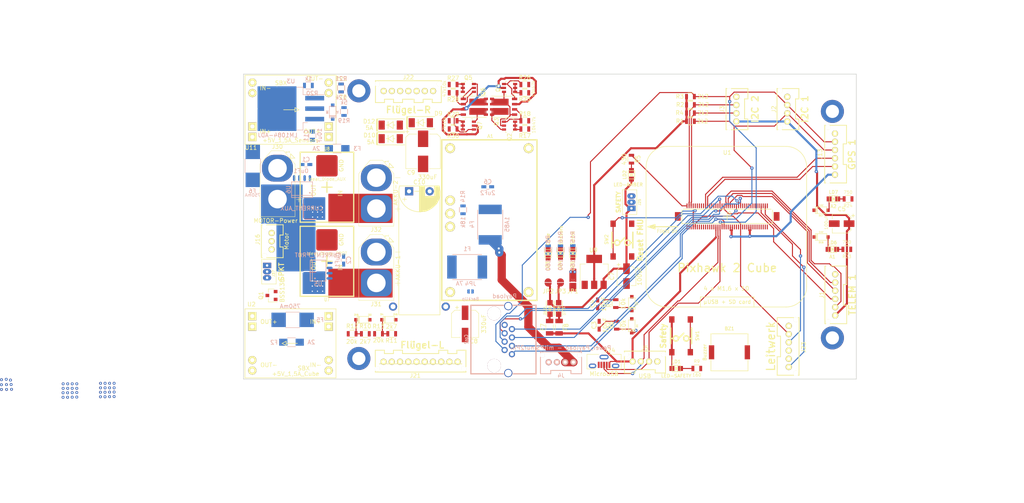
<source format=kicad_pcb>
(kicad_pcb (version 20171130) (host pcbnew "(2018-02-13 revision 365ab99a6)-makepkg")
  (layers (0 F.Cu signal) (31 B.Cu signal) (34 B.Paste user) (35 F.Paste user) (36 B.SilkS user) (37 F.SilkS user) (38 B.Mask user) (39 F.Mask user) (44 Edge.Cuts user))
  (net 0 "")
  (net 1 +5V_Sensors)
  (net 2 /ALARM)
  (net 3 GND)
  (net 4 /BATT­_CURRENT_SENS_PROT_1)
  (net 5 /AUX_BATT­_CURRENT_SENS_1)
  (net 6 /BATT­_CURRENT_SENS_PROT)
  (net 7 /AUX_BATT­_CURRENT_SENS)
  (net 8 /BATT­_VOLTAGE_SENS_PROT)
  (net 9 /AUX_BATT­_VOLTAGE_SENS)
  (net 10 +5V_Servo)
  (net 11 "Net-(F2-Pad1)")
  (net 12 +5V_Cube)
  (net 13 "Net-(F3-Pad1)")
  (net 14 "Net-(F5-Pad2)")
  (net 15 "Net-(F6-Pad2)")
  (net 16 /SERIAL1_RTS)
  (net 17 /SERIAL1_CTS)
  (net 18 /SERIAL1_RX)
  (net 19 /SERIAL1_TX)
  (net 20 /I2C_1_SDA)
  (net 21 /I2C_1_SCL)
  (net 22 /I2C_2_SCL)
  (net 23 /I2C_2_SDA)
  (net 24 /OTG_DP1)
  (net 25 /OTG_DM1)
  (net 26 /SERIAL2_TX)
  (net 27 /SERIAL2_RX)
  (net 28 /SERIAL_3_TX)
  (net 29 /SERIAL_3_RX)
  (net 30 /VDD_3V3_SPECTRUM_EN)
  (net 31 /IO-USART1_RX_SPECTRUM_DSM)
  (net 32 /IO-CH3-PROT)
  (net 33 /FMU-CH1-PROT)
  (net 34 /IO-CH1-PROT)
  (net 35 /IO-CH2-PROT)
  (net 36 /IO-CH5-PROT)
  (net 37 /IO-CH4-PROT)
  (net 38 /IO-CH6-PROT)
  (net 39 /IO-CH7-PROT)
  (net 40 "Net-(J24-Pad4)")
  (net 41 /SAFETY)
  (net 42 /IO-~LED_SAFETY_PROT)
  (net 43 /VBUS)
  (net 44 +3V3)
  (net 45 /FMU-~LED_AMBER)
  (net 46 /FMU-~RESET)
  (net 47 /FMU-CH3-PROT)
  (net 48 /FMU-CH2-PROT)
  (net 49 "Net-(U5-Pad1)")
  (net 50 "Net-(U6-Pad1)")
  (net 51 "Net-(A1-Pad2)")
  (net 52 "Net-(A1-Pad3)")
  (net 53 "Net-(A1-Pad4)")
  (net 54 "Net-(A1-Pad5)")
  (net 55 "Net-(A1-Pad6)")
  (net 56 "Net-(D6-Pad1)")
  (net 57 "Net-(J37-Pad2)")
  (net 58 "Net-(LD1-Pad2)")
  (net 59 "Net-(LD2-Pad2)")
  (net 60 "Net-(Q2-Pad1)")
  (net 61 "Net-(U1-Pad73)")
  (net 62 "Net-(U1-Pad71)")
  (net 63 "Net-(U1-Pad69)")
  (net 64 "Net-(U1-Pad67)")
  (net 65 "Net-(U1-Pad65)")
  (net 66 "Net-(U1-Pad57)")
  (net 67 "Net-(U1-Pad55)")
  (net 68 "Net-(U1-Pad51)")
  (net 69 "Net-(U1-Pad27)")
  (net 70 "Net-(U1-Pad11)")
  (net 71 "Net-(U1-Pad5)")
  (net 72 "Net-(U1-Pad3)")
  (net 73 "Net-(U1-Pad64)")
  (net 74 "Net-(U1-Pad46)")
  (net 75 "Net-(U1-Pad26)")
  (net 76 "Net-(U1-Pad14)")
  (net 77 "Net-(U1-Pad12)")
  (net 78 "Net-(U1-Pad10)")
  (net 79 "Net-(U1-Pad8)")
  (net 80 "Net-(U1-Pad1)")
  (net 81 "Net-(U1-Pad59)")
  (net 82 /Power_Supply/Recuperate)
  (net 83 "Net-(C10-Pad2)")
  (net 84 "Net-(D10-Pad2)")
  (net 85 "Net-(D12-Pad2)")
  (net 86 "Net-(R20-Pad2)")
  (net 87 "Net-(R21-Pad1)")
  (net 88 /Power_Supply/CrossFeed)
  (net 89 /Power_Supply)
  (net 90 "Net-(U1-Pad16)")
  (net 91 "Net-(U1-Pad18)")
  (net 92 "Net-(U1-Pad30)")
  (net 93 "Net-(U1-Pad32)")
  (net 94 "Net-(U1-Pad56)")
  (net 95 "Net-(U1-Pad58)")
  (net 96 "Net-(U1-Pad60)")
  (net 97 "Net-(U1-Pad62)")
  (net 98 "Net-(U1-Pad66)")
  (net 99 "Net-(U1-Pad21)")
  (net 100 "Net-(U1-Pad39)")
  (net 101 "Net-(U1-Pad41)")
  (net 102 "Net-(U1-Pad75)")
  (net 103 "Net-(U1-Pad77)")
  (net 104 "Net-(U1-Pad79)")
  (net 105 "Net-(D16-Pad1)")
  (net 106 "Net-(D17-Pad1)")
  (net 107 "Net-(LD6-Pad2)")
  (net 108 "Net-(LD7-Pad2)")
  (net 109 "Net-(D7-Pad1)")
  (net 110 /Power_Supply/ID_Ser_1)
  (net 111 /Power_Supply/ID_Cub_1)
  (net 112 /Power_Supply/ID_Sen_1)
  (net 113 /Power_Supply/ID_Cub_2)
  (net 114 /Power_Supply/ID_CrossFeed)
  (net 115 "Net-(Q2-Pad4)")
  (net 116 "Net-(Q3-Pad4)")
  (net 117 "Net-(Q4-Pad1)")
  (net 118 "Net-(Q5-Pad1)")
  (net 119 "Net-(Q5-Pad4)")
  (net 120 "Net-(Q6-Pad4)")
  (net 121 "Net-(Q7-Pad1)")
  (net 122 "Net-(LD3-Pad1)")
  (net 123 "Net-(LD4-Pad1)")
  (net 124 "Net-(LD5-Pad1)")
  (net 125 "Net-(LD6-Pad1)")
  (net 126 "Net-(LD7-Pad1)")
  (module Package_SO:PowerPAK_SO-8_Dual (layer F.Cu) (at 234.95 94.175 180)
    (fp_text reference Q3 (at 1.75 -3.675 270) (layer F.SilkS))
    (fp_text value SI7997DP)
    (pad 6 smd rect (at 0.69 1.13 180) (size 3.81 1.65) (layers F.Cu F.Paste F.Mask) (net 114 /Power_Supply/ID_CrossFeed))
    (pad 5 smd rect (at 0.69 -1.13 180) (size 3.81 1.65) (layers F.Cu F.Paste F.Mask) (net 112 /Power_Supply/ID_Sen_1))
    (pad 5 smd rect (at 2.795 -1.905 180) (size 1.02 0.61) (layers F.Cu F.Paste F.Mask) (net 112 /Power_Supply/ID_Sen_1))
    (pad 5 smd rect (at 2.795 -0.635 180) (size 1.02 0.61) (layers F.Cu F.Paste F.Mask) (net 112 /Power_Supply/ID_Sen_1))
    (pad 6 smd rect (at 2.795 0.635 180) (size 1.02 0.61) (layers F.Cu F.Paste F.Mask) (net 114 /Power_Supply/ID_CrossFeed))
    (pad 6 smd rect (at 2.795 1.905 180) (size 1.02 0.61) (layers F.Cu F.Paste F.Mask) (net 114 /Power_Supply/ID_CrossFeed))
    (pad 4 smd rect (at -2.67 1.905 180) (size 1.27 0.61) (layers F.Cu F.Paste F.Mask) (net 116 "Net-(Q3-Pad4)"))
    (pad 3 smd rect (at -2.67 0.635 180) (size 1.27 0.61) (layers F.Cu F.Paste F.Mask) (net 88 /Power_Supply/CrossFeed))
    (pad 2 smd rect (at -2.67 -0.635 180) (size 1.27 0.61) (layers F.Cu F.Paste F.Mask) (net 115 "Net-(Q2-Pad4)"))
    (pad 1 smd rect (at -2.67 -1.905 180) (size 1.27 0.61) (layers F.Cu F.Paste F.Mask) (net 114 /Power_Supply/ID_CrossFeed))
  )
  (module manuf:TEXAS-R-PDSS-T7 (layer F.Cu) (at 231.5 121.7 270)
    (fp_text reference A1 (at -20.375 -0.225 180) (layer F.SilkS) (effects (font (size 0.8 0.8))))
    (fp_text value +5V3_6A_Servo)
    (pad 1 thru_hole circle (at -17.465 -9.525 270) (size 2.4 2.4) (drill 1.4) (layers *.Cu *.Mask F.SilkS) (net 3 GND))
    (pad 2 thru_hole circle (at -17.465 9.525 270) (size 2.4 2.4) (drill 1.4) (layers *.Cu *.Mask F.SilkS) (net 51 "Net-(A1-Pad2)"))
    (pad 3 thru_hole circle (at -4.765 9.525 270) (size 2.4 2.4) (drill 1.4) (layers *.Cu *.Mask F.SilkS) (net 52 "Net-(A1-Pad3)"))
    (pad 4 thru_hole circle (at -1.585 9.525 270) (size 2.4 2.4) (drill 1.4) (layers *.Cu *.Mask F.SilkS) (net 53 "Net-(A1-Pad4)"))
    (pad 5 thru_hole circle (at 1.595 9.525 270) (size 2.4 2.4) (drill 1.4) (layers *.Cu *.Mask F.SilkS) (net 88 /Power_Supply/CrossFeed))
    (pad 6 thru_hole circle (at 17.475 9.525 270) (size 2.4 2.4) (drill 1.4) (layers *.Cu *.Mask F.SilkS) (net 55 "Net-(A1-Pad6)"))
    (pad 7 thru_hole circle (at 17.475 -9.525 270) (size 2.4 2.4) (drill 1.4) (layers *.Cu *.Mask F.SilkS) (net 3 GND))
  )
  (module Capacitors-[MS]:CP_Radial_D10.0mm_P5.00mm_horizontal (layer F.Cu) (at 212 114.7)
    (fp_text reference C10 (at 2.5 -2.2) (layer F.SilkS))
    (fp_text value 10F/3V)
    (pad 4 thru_hole circle (at 8.9 28) (size 2 2) (drill 1.2) (layers *.Cu *.Mask))
    (pad 3 thru_hole circle (at -3.9 28) (size 2 2) (drill 1.2) (layers *.Cu *.Mask))
    (pad 2 thru_hole circle (at 5 0) (size 2 2) (drill 1) (layers *.Cu *.Mask) (net 83 "Net-(C10-Pad2)"))
    (pad 1 thru_hole rect (at 0 0) (size 2 2) (drill 1) (layers *.Cu *.Mask) (net 89 /Power_Supply))
  )
  (module connectors-[JS]:JUMPER-SOLDER-SMD_mit_flaechenanschluss (layer B.Cu) (at 226.925 139.025 270)
    (fp_text reference JP4 (at -1.875 0) (layer B.SilkS) (effects (justify mirror)))
    (fp_text value BackUp (at 1.8 0 180) (layer B.SilkS) (effects (font (size 0.75 0.75) (thickness 0.1)) (justify mirror)))
    (pad 2 smd trapezoid (at 0 0.5 180) (size 0.6 1) (rect_delta 0.1 0) (layers B.Cu B.Mask) (net 55 "Net-(A1-Pad6)"))
    (pad 1 smd trapezoid (at 0 -0.5) (size 0.6 1) (rect_delta 0.1 0) (layers B.Cu B.Mask) (net 110 /Power_Supply/ID_Ser_1))
  )
  (module Power_Integrations:SO-8 (layer B.Cu) (at 189.9 133.95 90)
    (fp_text reference U5 (at -3.305 0.012 -180) (layer B.SilkS) (effects (justify mirror)))
    (fp_text value CURRENT_PROT (at 3.75 0 -180) (layer B.SilkS) (effects (justify mirror)))
    (pad 8 smd oval (at -1.905 2.794 90) (size 0.6096 1.4732) (layers B.Cu B.Paste B.Mask) (net 44 +3V3))
    (pad 7 smd oval (at -0.635 2.794 90) (size 0.6096 1.4732) (layers B.Cu B.Paste B.Mask) (net 4 /BATT­_CURRENT_SENS_PROT_1))
    (pad 6 smd oval (at 0.635 2.794 90) (size 0.6096 1.4732) (layers B.Cu B.Paste B.Mask) (net 44 +3V3))
    (pad 5 smd oval (at 1.905 2.794 90) (size 0.6096 1.4732) (layers B.Cu B.Paste B.Mask) (net 3 GND))
    (pad 4 smd oval (at 1.905 -2.794 90) (size 0.6096 1.4732) (layers B.Cu B.Paste B.Mask) (net 89 /Power_Supply))
    (pad 3 smd oval (at 0.635 -2.794 90) (size 0.6096 1.4732) (layers B.Cu B.Paste B.Mask) (net 89 /Power_Supply))
    (pad 2 smd oval (at -0.635 -2.794 90) (size 0.6096 1.4732) (layers B.Cu B.Paste B.Mask) (net 49 "Net-(U5-Pad1)"))
    (pad 1 smd oval (at -1.905 -2.794 90) (size 0.6096 1.4732) (layers B.Cu B.Paste B.Mask) (net 49 "Net-(U5-Pad1)"))
  )
  (module Pixhawk_2-Cube:Pixhawk-2_Cube (layer F.Cu) (at 289.25 120.8 180)
    (fp_text reference U1 (at 0 15.5 180) (layer F.SilkS))
    (fp_text value Pixhawk_2_Cube_80-Pin_Header)
    (fp_text user "µUSB + SD card" (at 0 -20.75 180) (layer F.SilkS) (effects (font (size 0.9 0.9))))
    (fp_text user "Flight Dir" (at 14.55 -3.55 180) (layer F.SilkS) (effects (font (size 0.9 0.7) (thickness 0.125))))
    (fp_text user "4 x M1,6 x 10" (at 0.2 -17.5 180) (layer F.SilkS))
    (fp_text user 0 (at -0.6 0.8 180) (layer F.SilkS) (effects (font (size 0.9 0.7) (thickness 0.125))))
    (fp_text user "Pixhawk 2 Cube" (at 0 -12.5 180) (layer F.SilkS) (effects (font (size 2 2) (thickness 0.3))))
    (pad "" np_thru_hole circle (at 15.2 -17.5 270) (size 1.8 1.8) (drill 1.8) (layers *.Cu *.Mask) (clearance 1))
    (pad "" np_thru_hole circle (at -14.8 -17.5 270) (size 1.8 1.8) (drill 1.8) (layers *.Cu *.Mask) (clearance 1))
    (pad "" np_thru_hole circle (at 15.2 12.5 270) (size 1.8 1.8) (drill 1.8) (layers *.Cu *.Mask) (clearance 1))
    (pad "" np_thru_hole circle (at -14.8 12.5 270) (size 1.8 1.8) (drill 1.8) (layers *.Cu *.Mask) (clearance 1))
    (pad 0 smd rect (at -12.000832 0.00028 180) (size 1.4 2.1) (layers F.Cu F.Paste F.Mask))
    (pad 0 smd rect (at 11.999168 0 180) (size 1.4 2.1) (layers F.Cu F.Paste F.Mask))
    (pad "" np_thru_hole circle (at -11 1.9 180) (size 0.65 0.65) (drill 0.65) (layers *.Cu *.Mask) (clearance 0.15))
    (pad "" np_thru_hole circle (at 11 1.9 180) (size 0.65 0.65) (drill 0.65) (layers *.Cu *.Mask) (clearance 0.15))
    (pad 2 smd rect (at 9.748336 2.575 180) (size 0.25 1.15) (layers F.Cu F.Paste F.Mask) (net 45 /FMU-~LED_AMBER))
    (pad 1 smd rect (at 9.748336 -2.57472 180) (size 0.25 1.15) (layers F.Cu F.Paste F.Mask) (net 80 "Net-(U1-Pad1)"))
    (pad 4 smd rect (at 9.248336 2.575 180) (size 0.25 1.15) (layers F.Cu F.Paste F.Mask) (net 23 /I2C_2_SDA))
    (pad 6 smd rect (at 8.748336 2.575 180) (size 0.25 1.15) (layers F.Cu F.Paste F.Mask) (net 22 /I2C_2_SCL))
    (pad 8 smd rect (at 8.248336 2.575 180) (size 0.25 1.15) (layers F.Cu F.Paste F.Mask) (net 79 "Net-(U1-Pad8)"))
    (pad 10 smd rect (at 7.748336 2.575 180) (size 0.25 1.15) (layers F.Cu F.Paste F.Mask) (net 78 "Net-(U1-Pad10)"))
    (pad 12 smd rect (at 7.248336 2.575 180) (size 0.25 1.15) (layers F.Cu F.Paste F.Mask) (net 77 "Net-(U1-Pad12)"))
    (pad 14 smd rect (at 6.748336 2.575 180) (size 0.25 1.15) (layers F.Cu F.Paste F.Mask) (net 76 "Net-(U1-Pad14)"))
    (pad 16 smd rect (at 6.248336 2.575 180) (size 0.25 1.15) (layers F.Cu F.Paste F.Mask) (net 90 "Net-(U1-Pad16)"))
    (pad 18 smd rect (at 5.748336 2.575 180) (size 0.25 1.15) (layers F.Cu F.Paste F.Mask) (net 91 "Net-(U1-Pad18)"))
    (pad 20 smd rect (at 5.248336 2.575 180) (size 0.25 1.15) (layers F.Cu F.Paste F.Mask) (net 29 /SERIAL_3_RX))
    (pad 22 smd rect (at 4.748336 2.575 180) (size 0.25 1.15) (layers F.Cu F.Paste F.Mask) (net 28 /SERIAL_3_TX))
    (pad 24 smd rect (at 4.248336 2.575 180) (size 0.25 1.15) (layers F.Cu F.Paste F.Mask) (net 2 /ALARM))
    (pad 26 smd rect (at 3.748336 2.575 180) (size 0.25 1.15) (layers F.Cu F.Paste F.Mask) (net 75 "Net-(U1-Pad26)"))
    (pad 28 smd rect (at 3.248336 2.575 180) (size 0.25 1.15) (layers F.Cu F.Paste F.Mask) (net 42 /IO-~LED_SAFETY_PROT))
    (pad 30 smd rect (at 2.748336 2.575 180) (size 0.25 1.15) (layers F.Cu F.Paste F.Mask) (net 92 "Net-(U1-Pad30)"))
    (pad 32 smd rect (at 2.248336 2.575 180) (size 0.25 1.15) (layers F.Cu F.Paste F.Mask) (net 93 "Net-(U1-Pad32)"))
    (pad 34 smd rect (at 1.748336 2.575 180) (size 0.25 1.15) (layers F.Cu F.Paste F.Mask) (net 27 /SERIAL2_RX))
    (pad 36 smd rect (at 1.248336 2.575 180) (size 0.25 1.15) (layers F.Cu F.Paste F.Mask) (net 26 /SERIAL2_TX))
    (pad 38 smd rect (at 0.748336 2.575 180) (size 0.25 1.15) (layers F.Cu F.Paste F.Mask) (net 18 /SERIAL1_RX))
    (pad 40 smd rect (at 0.248336 2.575 180) (size 0.25 1.15) (layers F.Cu F.Paste F.Mask) (net 19 /SERIAL1_TX))
    (pad 42 smd rect (at -0.251664 2.575 180) (size 0.25 1.15) (layers F.Cu F.Paste F.Mask) (net 16 /SERIAL1_RTS))
    (pad 44 smd rect (at -0.751664 2.575 180) (size 0.25 1.15) (layers F.Cu F.Paste F.Mask) (net 17 /SERIAL1_CTS))
    (pad 46 smd rect (at -1.251664 2.575 180) (size 0.25 1.15) (layers F.Cu F.Paste F.Mask) (net 74 "Net-(U1-Pad46)"))
    (pad 48 smd rect (at -1.751664 2.575 180) (size 0.25 1.15) (layers F.Cu F.Paste F.Mask) (net 31 /IO-USART1_RX_SPECTRUM_DSM))
    (pad 50 smd rect (at -2.251664 2.575 180) (size 0.25 1.15) (layers F.Cu F.Paste F.Mask) (net 33 /FMU-CH1-PROT))
    (pad 52 smd rect (at -2.751664 2.575 180) (size 0.25 1.15) (layers F.Cu F.Paste F.Mask) (net 48 /FMU-CH2-PROT))
    (pad 54 smd rect (at -3.251664 2.575 180) (size 0.25 1.15) (layers F.Cu F.Paste F.Mask) (net 47 /FMU-CH3-PROT))
    (pad 56 smd rect (at -3.751664 2.575 180) (size 0.25 1.15) (layers F.Cu F.Paste F.Mask) (net 94 "Net-(U1-Pad56)"))
    (pad 58 smd rect (at -4.251664 2.575 180) (size 0.25 1.15) (layers F.Cu F.Paste F.Mask) (net 95 "Net-(U1-Pad58)"))
    (pad 60 smd rect (at -4.751664 2.575 180) (size 0.25 1.15) (layers F.Cu F.Paste F.Mask) (net 96 "Net-(U1-Pad60)"))
    (pad 62 smd rect (at -5.251664 2.575 180) (size 0.25 1.15) (layers F.Cu F.Paste F.Mask) (net 97 "Net-(U1-Pad62)"))
    (pad 64 smd rect (at -5.751664 2.575 180) (size 0.25 1.15) (layers F.Cu F.Paste F.Mask) (net 73 "Net-(U1-Pad64)"))
    (pad 66 smd rect (at -6.251664 2.575 180) (size 0.25 1.15) (layers F.Cu F.Paste F.Mask) (net 98 "Net-(U1-Pad66)"))
    (pad 68 smd rect (at -6.751664 2.575 180) (size 0.25 1.15) (layers F.Cu F.Paste F.Mask) (net 39 /IO-CH7-PROT))
    (pad 70 smd rect (at -7.251664 2.575 180) (size 0.25 1.15) (layers F.Cu F.Paste F.Mask) (net 38 /IO-CH6-PROT))
    (pad 72 smd rect (at -7.751664 2.575 180) (size 0.25 1.15) (layers F.Cu F.Paste F.Mask) (net 36 /IO-CH5-PROT))
    (pad 74 smd rect (at -8.251664 2.575 180) (size 0.25 1.15) (layers F.Cu F.Paste F.Mask) (net 37 /IO-CH4-PROT))
    (pad 76 smd rect (at -8.751664 2.575 180) (size 0.25 1.15) (layers F.Cu F.Paste F.Mask) (net 32 /IO-CH3-PROT))
    (pad 78 smd rect (at -9.251664 2.575 180) (size 0.25 1.15) (layers F.Cu F.Paste F.Mask) (net 35 /IO-CH2-PROT))
    (pad 80 smd rect (at -9.751664 2.575 180) (size 0.25 1.15) (layers F.Cu F.Paste F.Mask) (net 34 /IO-CH1-PROT))
    (pad 3 smd rect (at 9.248336 -2.57472 180) (size 0.25 1.15) (layers F.Cu F.Paste F.Mask) (net 72 "Net-(U1-Pad3)"))
    (pad 5 smd rect (at 8.748336 -2.57472 180) (size 0.25 1.15) (layers F.Cu F.Paste F.Mask) (net 71 "Net-(U1-Pad5)"))
    (pad 7 smd rect (at 8.248336 -2.57472 180) (size 0.25 1.15) (layers F.Cu F.Paste F.Mask) (net 46 /FMU-~RESET))
    (pad 9 smd rect (at 7.748336 -2.57472 180) (size 0.25 1.15) (layers F.Cu F.Paste F.Mask) (net 10 +5V_Servo))
    (pad 11 smd rect (at 7.248336 -2.57472 180) (size 0.25 1.15) (layers F.Cu F.Paste F.Mask) (net 70 "Net-(U1-Pad11)"))
    (pad 13 smd rect (at 6.748336 -2.57472 180) (size 0.25 1.15) (layers F.Cu F.Paste F.Mask) (net 3 GND))
    (pad 15 smd rect (at 6.248336 -2.57472 180) (size 0.25 1.15) (layers F.Cu F.Paste F.Mask) (net 3 GND))
    (pad 17 smd rect (at 5.748336 -2.57472 180) (size 0.25 1.15) (layers F.Cu F.Paste F.Mask) (net 41 /SAFETY))
    (pad 19 smd rect (at 5.248336 -2.57472 180) (size 0.25 1.15) (layers F.Cu F.Paste F.Mask) (net 30 /VDD_3V3_SPECTRUM_EN))
    (pad 21 smd rect (at 4.748336 -2.57472 180) (size 0.25 1.15) (layers F.Cu F.Paste F.Mask) (net 99 "Net-(U1-Pad21)"))
    (pad 23 smd rect (at 4.248336 -2.57472 180) (size 0.25 1.15) (layers F.Cu F.Paste F.Mask) (net 9 /AUX_BATT­_VOLTAGE_SENS))
    (pad 25 smd rect (at 3.748336 -2.57472 180) (size 0.25 1.15) (layers F.Cu F.Paste F.Mask) (net 7 /AUX_BATT­_CURRENT_SENS))
    (pad 27 smd rect (at 3.248336 -2.57472 180) (size 0.25 1.15) (layers F.Cu F.Paste F.Mask) (net 69 "Net-(U1-Pad27)"))
    (pad 29 smd rect (at 2.748336 -2.57472 180) (size 0.25 1.15) (layers F.Cu F.Paste F.Mask) (net 43 /VBUS))
    (pad 31 smd rect (at 2.248336 -2.57472 180) (size 0.25 1.15) (layers F.Cu F.Paste F.Mask) (net 24 /OTG_DP1))
    (pad 33 smd rect (at 1.748336 -2.57472 180) (size 0.25 1.15) (layers F.Cu F.Paste F.Mask) (net 25 /OTG_DM1))
    (pad 35 smd rect (at 1.248336 -2.57472 180) (size 0.25 1.15) (layers F.Cu F.Paste F.Mask) (net 20 /I2C_1_SDA))
    (pad 37 smd rect (at 0.748336 -2.57472 180) (size 0.25 1.15) (layers F.Cu F.Paste F.Mask) (net 21 /I2C_1_SCL))
    (pad 39 smd rect (at 0.248336 -2.57472 180) (size 0.25 1.15) (layers F.Cu F.Paste F.Mask) (net 100 "Net-(U1-Pad39)"))
    (pad 41 smd rect (at -0.251664 -2.57472 180) (size 0.25 1.15) (layers F.Cu F.Paste F.Mask) (net 101 "Net-(U1-Pad41)"))
    (pad 43 smd rect (at -0.751664 -2.57472 180) (size 0.25 1.15) (layers F.Cu F.Paste F.Mask) (net 12 +5V_Cube))
    (pad 45 smd rect (at -1.251664 -2.57472 180) (size 0.25 1.15) (layers F.Cu F.Paste F.Mask) (net 12 +5V_Cube))
    (pad 47 smd rect (at -1.751664 -2.57472 180) (size 0.25 1.15) (layers F.Cu F.Paste F.Mask) (net 8 /BATT­_VOLTAGE_SENS_PROT))
    (pad 49 smd rect (at -2.251664 -2.57472 180) (size 0.25 1.15) (layers F.Cu F.Paste F.Mask) (net 6 /BATT­_CURRENT_SENS_PROT))
    (pad 51 smd rect (at -2.751664 -2.57472 180) (size 0.25 1.15) (layers F.Cu F.Paste F.Mask) (net 68 "Net-(U1-Pad51)"))
    (pad 53 smd rect (at -3.251664 -2.57472 180) (size 0.25 1.15) (layers F.Cu F.Paste F.Mask) (net 10 +5V_Servo))
    (pad 55 smd rect (at -3.751664 -2.57472 180) (size 0.25 1.15) (layers F.Cu F.Paste F.Mask) (net 67 "Net-(U1-Pad55)"))
    (pad 57 smd rect (at -4.251664 -2.57472 180) (size 0.25 1.15) (layers F.Cu F.Paste F.Mask) (net 66 "Net-(U1-Pad57)"))
    (pad 59 smd rect (at -4.751664 -2.57472 180) (size 0.25 1.15) (layers F.Cu F.Paste F.Mask) (net 81 "Net-(U1-Pad59)"))
    (pad 61 smd rect (at -5.251664 -2.57472 180) (size 0.25 1.15) (layers F.Cu F.Paste F.Mask) (net 12 +5V_Cube))
    (pad 63 smd rect (at -5.751664 -2.57472 180) (size 0.25 1.15) (layers F.Cu F.Paste F.Mask) (net 12 +5V_Cube))
    (pad 65 smd rect (at -6.251664 -2.57472 180) (size 0.25 1.15) (layers F.Cu F.Paste F.Mask) (net 65 "Net-(U1-Pad65)"))
    (pad 67 smd rect (at -6.751664 -2.57472 180) (size 0.25 1.15) (layers F.Cu F.Paste F.Mask) (net 64 "Net-(U1-Pad67)"))
    (pad 69 smd rect (at -7.251664 -2.57472 180) (size 0.25 1.15) (layers F.Cu F.Paste F.Mask) (net 63 "Net-(U1-Pad69)"))
    (pad 71 smd rect (at -7.751664 -2.57472 180) (size 0.25 1.15) (layers F.Cu F.Paste F.Mask) (net 62 "Net-(U1-Pad71)"))
    (pad 73 smd rect (at -8.251664 -2.57472 180) (size 0.25 1.15) (layers F.Cu F.Paste F.Mask) (net 61 "Net-(U1-Pad73)"))
    (pad 75 smd rect (at -8.751664 -2.57472 180) (size 0.25 1.15) (layers F.Cu F.Paste F.Mask) (net 102 "Net-(U1-Pad75)"))
    (pad 77 smd rect (at -9.251664 -2.57472 180) (size 0.25 1.15) (layers F.Cu F.Paste F.Mask) (net 103 "Net-(U1-Pad77)"))
    (pad 79 smd rect (at -9.751664 -2.57472 180) (size 0.25 1.15) (layers F.Cu F.Paste F.Mask) (net 104 "Net-(U1-Pad79)"))
  )
  (module Power-IC:Mini_MP1584EN (layer F.Cu) (at 183.2 151.625)
    (fp_text reference U2 (at -9.475 -9.475) (layer F.SilkS))
    (fp_text value +5V_1,5A_Cube (at 1.25 7.41) (layer F.SilkS))
    (fp_text user SBX (at 3.22 6.05) (layer F.SilkS))
    (fp_text user OUT- (at -5.25 5.25) (layer F.SilkS))
    (fp_text user IN- (at 6.1 5.25) (layer F.SilkS))
    (fp_text user IN+ (at 6.1 -5.25) (layer F.SilkS))
    (fp_text user OUT+ (at -5.25 -5.25) (layer F.SilkS))
    (pad 1 thru_hole rect (at 9.271 -6.604) (size 2 2) (drill 1) (layers *.Cu *.Mask F.SilkS) (net 14 "Net-(F5-Pad2)"))
    (pad 2 thru_hole rect (at 9.271 -4.064) (size 2 2) (drill 1) (layers *.Cu *.Mask F.SilkS) (net 14 "Net-(F5-Pad2)"))
    (pad 4 thru_hole circle (at 9.271 6.604) (size 2 2) (drill 1) (layers *.Cu *.Mask F.SilkS) (net 3 GND))
    (pad 3 thru_hole circle (at 9.271 4.064) (size 2 2) (drill 1) (layers *.Cu *.Mask F.SilkS) (net 3 GND))
    (pad 8 thru_hole rect (at -9.271 -6.604) (size 2 2) (drill 1) (layers *.Cu *.Mask F.SilkS) (net 11 "Net-(F2-Pad1)"))
    (pad 7 thru_hole rect (at -9.271 -4.064) (size 2 2) (drill 1) (layers *.Cu *.Mask F.SilkS) (net 11 "Net-(F2-Pad1)"))
    (pad 6 thru_hole circle (at -9.271 4.064) (size 2 2) (drill 1) (layers *.Cu *.Mask F.SilkS) (net 3 GND))
    (pad 5 thru_hole circle (at -9.271 6.604) (size 2 2) (drill 1) (layers *.Cu *.Mask F.SilkS) (net 3 GND))
  )
  (module Power-IC:Mini_MP1584EN (layer F.Cu) (at 183.225 94.9 180)
    (fp_text reference U11 (at 9.625 -9.2) (layer F.SilkS))
    (fp_text value +5V_1,5A_Sensors (at -0.01 -7.42 180) (layer F.SilkS))
    (fp_text user SBX (at 2.33 6.5 180) (layer F.SilkS))
    (fp_text user OUT- (at -5.91 7.57 180) (layer F.SilkS))
    (fp_text user IN- (at 6.1 5.25 180) (layer F.SilkS))
    (fp_text user IN+ (at 6.1 -5.25 180) (layer F.SilkS))
    (fp_text user OUT+ (at -5.25 -5.25 180) (layer F.SilkS))
    (pad 1 thru_hole rect (at 9.271 -6.604 180) (size 2 2) (drill 1) (layers *.Cu *.Mask F.SilkS) (net 15 "Net-(F6-Pad2)"))
    (pad 2 thru_hole rect (at 9.271 -4.064 180) (size 2 2) (drill 1) (layers *.Cu *.Mask F.SilkS) (net 15 "Net-(F6-Pad2)"))
    (pad 4 thru_hole circle (at 9.271 6.604 180) (size 2 2) (drill 1) (layers *.Cu *.Mask F.SilkS) (net 3 GND))
    (pad 3 thru_hole circle (at 9.271 4.064 180) (size 2 2) (drill 1) (layers *.Cu *.Mask F.SilkS) (net 3 GND))
    (pad 8 thru_hole rect (at -9.271 -6.604 180) (size 2 2) (drill 1) (layers *.Cu *.Mask F.SilkS) (net 13 "Net-(F3-Pad1)"))
    (pad 7 thru_hole rect (at -9.271 -4.064 180) (size 2 2) (drill 1) (layers *.Cu *.Mask F.SilkS) (net 13 "Net-(F3-Pad1)"))
    (pad 6 thru_hole circle (at -9.271 4.064 180) (size 2 2) (drill 1) (layers *.Cu *.Mask F.SilkS) (net 3 GND))
    (pad 5 thru_hole circle (at -9.271 6.604 180) (size 2 2) (drill 1) (layers *.Cu *.Mask F.SilkS) (net 3 GND))
  )
  (module w_smd_diode:sod123 (layer B.Cu) (at 193.45 95.475 270)
    (fp_text reference D8 (at 0 1.30048 270) (layer B.SilkS) (effects (font (size 0.4 0.4) (thickness 0.1)) (justify mirror)))
    (fp_text value 3V (at 0 -1.19888 270) (layer B.SilkS) (effects (font (size 0.4 0.4) (thickness 0.1)) (justify mirror)))
    (pad 1 smd rect (at -1.67386 0 270) (size 0.8509 0.8509) (layers B.Cu B.Paste B.Mask) (net 82 /Power_Supply/Recuperate))
    (pad 2 smd rect (at 1.67386 0 270) (size 0.8509 0.8509) (layers B.Cu B.Paste B.Mask) (net 89 /Power_Supply))
  )
  (module connectors-[JS]:JUMPER-SOLDER-SMD_mit_flaechenanschluss (layer F.Cu) (at 251.766819 136.840018)
    (fp_text reference JP1 (at 0 2.1336) (layer F.SilkS))
    (fp_text value Servo)
    (pad 2 smd trapezoid (at 0 -0.5 90) (size 0.6 1) (rect_delta 0.1 0) (layers F.Cu F.Mask) (net 88 /Power_Supply/CrossFeed))
    (pad 1 smd trapezoid (at 0 0.5 270) (size 0.6 1) (rect_delta 0.1 0) (layers F.Cu F.Mask) (net 10 +5V_Servo))
  )
  (module stitching_vias:Stitching_Via-0_7mm (layer F.Cu) (at 139.275 161.325)
    (fp_text reference REF** hide)
    (fp_text value Stitching_Via-0_7mm hide)
    (pad 1 thru_hole circle (at 0 0) (size 0.7 0.7) (drill 0.3) (layers *.Cu) (net 3 GND))
  )
  (module stitching_vias:Stitching_Via-0_7mm (layer F.Cu) (at 137.075 162.425)
    (fp_text reference REF** hide)
    (fp_text value Stitching_Via-0_7mm hide)
    (pad 1 thru_hole circle (at 0 0) (size 0.7 0.7) (drill 0.3) (layers *.Cu) (net 3 GND))
  )
  (module stitching_vias:Stitching_Via-0_7mm (layer F.Cu) (at 138.175 162.425)
    (fp_text reference REF** hide)
    (fp_text value Stitching_Via-0_7mm hide)
    (pad 1 thru_hole circle (at 0 0) (size 0.7 0.7) (drill 0.3) (layers *.Cu) (net 3 GND))
  )
  (module stitching_vias:Stitching_Via-0_7mm (layer F.Cu) (at 138.15 163.5)
    (fp_text reference REF** hide)
    (fp_text value Stitching_Via-0_7mm hide)
    (pad 1 thru_hole circle (at 0 0) (size 0.7 0.7) (drill 0.3) (layers *.Cu) (net 3 GND))
  )
  (module stitching_vias:Stitching_Via-0_7mm (layer F.Cu) (at 138.15 164.6)
    (fp_text reference REF** hide)
    (fp_text value Stitching_Via-0_7mm hide)
    (pad 1 thru_hole circle (at 0 0) (size 0.7 0.7) (drill 0.3) (layers *.Cu) (net 3 GND))
  )
  (module stitching_vias:Stitching_Via-0_7mm (layer F.Cu) (at 139.275 164.575)
    (fp_text reference REF** hide)
    (fp_text value Stitching_Via-0_7mm hide)
    (pad 1 thru_hole circle (at 0 0) (size 0.7 0.7) (drill 0.3) (layers *.Cu) (net 3 GND))
  )
  (module stitching_vias:Stitching_Via-0_7mm (layer F.Cu) (at 140.375 163.45)
    (fp_text reference REF** hide)
    (fp_text value Stitching_Via-0_7mm hide)
    (pad 1 thru_hole circle (at 0 0) (size 0.7 0.7) (drill 0.3) (layers *.Cu) (net 3 GND))
  )
  (module stitching_vias:Stitching_Via-0_7mm (layer F.Cu) (at 137.05 163.5)
    (fp_text reference REF** hide)
    (fp_text value Stitching_Via-0_7mm hide)
    (pad 1 thru_hole circle (at 0 0) (size 0.7 0.7) (drill 0.3) (layers *.Cu) (net 3 GND))
  )
  (module stitching_vias:Stitching_Via-0_7mm (layer F.Cu) (at 140.375 161.325)
    (fp_text reference REF** hide)
    (fp_text value Stitching_Via-0_7mm hide)
    (pad 1 thru_hole circle (at 0 0) (size 0.7 0.7) (drill 0.3) (layers *.Cu) (net 3 GND))
  )
  (module stitching_vias:Stitching_Via-0_7mm (layer F.Cu) (at 139.275 163.475)
    (fp_text reference REF** hide)
    (fp_text value Stitching_Via-0_7mm hide)
    (pad 1 thru_hole circle (at 0 0) (size 0.7 0.7) (drill 0.3) (layers *.Cu) (net 3 GND))
  )
  (module stitching_vias:Stitching_Via-0_7mm (layer F.Cu) (at 140.375 164.55)
    (fp_text reference REF** hide)
    (fp_text value Stitching_Via-0_7mm hide)
    (pad 1 thru_hole circle (at 0 0) (size 0.7 0.7) (drill 0.3) (layers *.Cu) (net 3 GND))
  )
  (module stitching_vias:Stitching_Via-0_7mm (layer F.Cu) (at 140.375 162.425)
    (fp_text reference REF** hide)
    (fp_text value Stitching_Via-0_7mm hide)
    (pad 1 thru_hole circle (at 0 0) (size 0.7 0.7) (drill 0.3) (layers *.Cu) (net 3 GND))
  )
  (module stitching_vias:Stitching_Via-0_7mm (layer F.Cu) (at 137.05 164.6)
    (fp_text reference REF** hide)
    (fp_text value Stitching_Via-0_7mm hide)
    (pad 1 thru_hole circle (at 0 0) (size 0.7 0.7) (drill 0.3) (layers *.Cu) (net 3 GND))
  )
  (module stitching_vias:Stitching_Via-0_7mm (layer F.Cu) (at 137.075 161.325)
    (fp_text reference REF** hide)
    (fp_text value Stitching_Via-0_7mm hide)
    (pad 1 thru_hole circle (at 0 0) (size 0.7 0.7) (drill 0.3) (layers *.Cu) (net 3 GND))
  )
  (module stitching_vias:Stitching_Via-0_7mm (layer F.Cu) (at 138.175 161.325)
    (fp_text reference REF** hide)
    (fp_text value Stitching_Via-0_7mm hide)
    (pad 1 thru_hole circle (at 0 0) (size 0.7 0.7) (drill 0.3) (layers *.Cu) (net 3 GND))
  )
  (module stitching_vias:Stitching_Via-0_7mm (layer F.Cu) (at 139.275 162.425)
    (fp_text reference REF** hide)
    (fp_text value Stitching_Via-0_7mm hide)
    (pad 1 thru_hole circle (at 0 0) (size 0.7 0.7) (drill 0.3) (layers *.Cu) (net 3 GND))
  )
  (module devices_[JS]:PKMCS0909E4000-R1 (layer F.Cu) (at 289.8 153.8)
    (fp_text reference BZ1 (at 0 -5.75) (layer F.SilkS) (effects (font (size 0.8 0.8))))
    (fp_text value Buzzer (at -6 0.03 90) (layer F.SilkS) (effects (font (size 0.8 0.8))))
    (pad 2 smd rect (at 4.35 0) (size 1.3 3.4) (layers F.Cu F.Paste F.Mask) (net 3 GND))
    (pad 1 smd rect (at -4.35 0) (size 1.3 3.4) (layers F.Cu F.Paste F.Mask) (net 2 /ALARM))
  )
  (module TO_SOT_Packages_SMD:TO-263-3_TabPin2 (layer B.Cu) (at 183.3 94.625 180)
    (fp_text reference U3 (at 0 6.65 180) (layer B.SilkS) (effects (justify mirror)))
    (fp_text value LM1084-ADJ (at 3.225 -6.45 180) (layer B.SilkS) (effects (justify mirror)))
    (pad 2 smd rect (at 0.95 -2.775 180) (size 4.55 5.25) (layers B.Cu B.Paste) (net 82 /Power_Supply/Recuperate))
    (pad 2 smd rect (at 5.8 2.775 180) (size 4.55 5.25) (layers B.Cu B.Paste) (net 82 /Power_Supply/Recuperate))
    (pad 2 smd rect (at 0.95 2.775 180) (size 4.55 5.25) (layers B.Cu B.Paste) (net 82 /Power_Supply/Recuperate))
    (pad 2 smd rect (at 5.8 -2.775 180) (size 4.55 5.25) (layers B.Cu B.Paste) (net 82 /Power_Supply/Recuperate))
    (pad 2 smd rect (at 3.375 0 180) (size 9.4 10.8) (layers B.Cu B.Mask) (net 82 /Power_Supply/Recuperate))
    (pad 3 smd rect (at -5.775 -2.54 180) (size 4.6 1.1) (layers B.Cu B.Paste B.Mask) (net 89 /Power_Supply))
    (pad 2 smd rect (at -5.775 0 180) (size 4.6 1.1) (layers B.Cu B.Paste B.Mask) (net 82 /Power_Supply/Recuperate))
    (pad 1 smd rect (at -5.775 2.54 180) (size 4.6 1.1) (layers B.Cu B.Paste B.Mask) (net 86 "Net-(R20-Pad2)"))
  )
  (module Resistors-Mini-SMD:R_0805 (layer F.Cu) (at 195.475 89.6 90)
    (fp_text reference R22 (at 2.25 0.025 180) (layer F.SilkS))
    (fp_text value 470 (at -2.225 0 180) (layer F.SilkS))
    (pad 1 smd rect (at -0.95 0 90) (size 0.7 1.3) (layers F.Cu F.Paste F.Mask) (net 3 GND))
    (pad 2 smd rect (at 0.95 0 90) (size 0.7 1.3) (layers F.Cu F.Paste F.Mask) (net 87 "Net-(R21-Pad1)"))
  )
  (module Resistors-Mini-SMD:R_0805 (layer B.Cu) (at 195.5 89.6 270)
    (fp_text reference R21 (at -2.25 0) (layer B.SilkS) (effects (justify mirror)))
    (fp_text value 12k (at 2.325 0.025 180) (layer B.SilkS) (effects (justify mirror)))
    (pad 2 smd rect (at 0.95 0 270) (size 0.7 1.3) (layers B.Cu B.Paste B.Mask) (net 86 "Net-(R20-Pad2)"))
    (pad 1 smd rect (at -0.95 0 270) (size 0.7 1.3) (layers B.Cu B.Paste B.Mask) (net 87 "Net-(R21-Pad1)"))
  )
  (module Resistors-Mini-SMD:R_0805 (layer B.Cu) (at 187.55 89)
    (fp_text reference R20 (at 0.925 1.9) (layer B.SilkS) (effects (justify mirror)))
    (fp_text value 1k (at 0 -1.675) (layer B.SilkS) (effects (justify mirror)))
    (pad 1 smd rect (at -0.95 0) (size 0.7 1.3) (layers B.Cu B.Paste B.Mask) (net 82 /Power_Supply/Recuperate))
    (pad 2 smd rect (at 0.95 0) (size 0.7 1.3) (layers B.Cu B.Paste B.Mask) (net 86 "Net-(R20-Pad2)"))
  )
  (module Resistors-Mini-SMD:R_0805 (layer B.Cu) (at 196.2 95.325 90)
    (fp_text reference R19 (at -2.225 0 180) (layer B.SilkS) (effects (justify mirror)))
    (fp_text value 5k (at 2.2 0 180) (layer B.SilkS) (effects (justify mirror)))
    (pad 1 smd rect (at -0.95 0 90) (size 0.7 1.3) (layers B.Cu B.Paste B.Mask) (net 83 "Net-(C10-Pad2)"))
    (pad 2 smd rect (at 0.95 0 90) (size 0.7 1.3) (layers B.Cu B.Paste B.Mask) (net 82 /Power_Supply/Recuperate))
  )
  (module General_smd-[JS]:SOD-128 (layer F.Cu) (at 207.55 98.625 180)
    (fp_text reference D12 (at 5.25 0.9 180) (layer F.SilkS))
    (fp_text value 5A (at 5.2 -0.675 180) (layer F.SilkS))
    (pad 2 smd rect (at 2.2 0 180) (size 1.5 2.2) (layers F.Cu F.Paste F.Mask) (net 85 "Net-(D12-Pad2)"))
    (pad 1 smd rect (at -2.2 0 180) (size 1.5 2.2) (layers F.Cu F.Paste F.Mask) (net 82 /Power_Supply/Recuperate))
  )
  (module General_smd-[JS]:SOD-128 (layer F.Cu) (at 207.55 101.925 180)
    (fp_text reference D10 (at 5.175 0.825 180) (layer F.SilkS))
    (fp_text value 5A (at 4.875 -0.825 180) (layer F.SilkS))
    (pad 1 smd rect (at -2.2 0 180) (size 1.5 2.2) (layers F.Cu F.Paste F.Mask) (net 82 /Power_Supply/Recuperate))
    (pad 2 smd rect (at 2.2 0 180) (size 1.5 2.2) (layers F.Cu F.Paste F.Mask) (net 84 "Net-(D10-Pad2)"))
  )
  (module General_smd-[JS]:SOD-128 (layer F.Cu) (at 214.85 98.05 180)
    (fp_text reference D9 (at -4.275 2.25 180) (layer F.SilkS))
    (fp_text value 30V/2W)
    (pad 2 smd rect (at 2.2 0 180) (size 1.5 2.2) (layers F.Cu F.Paste F.Mask) (net 82 /Power_Supply/Recuperate))
    (pad 1 smd rect (at -2.2 0 180) (size 1.5 2.2) (layers F.Cu F.Paste F.Mask) (net 3 GND))
  )
  (module Capacitors_SMD:C_0805 (layer B.Cu) (at 188.525 101.2 270)
    (fp_text reference C11 (at 0 1.5 270) (layer B.SilkS) (effects (justify mirror)))
    (fp_text value 10uF (at 0 -1.75 270) (layer B.SilkS) (effects (justify mirror)))
    (pad 2 smd rect (at 1 0 270) (size 1 1.25) (layers B.Cu B.Paste B.Mask) (net 3 GND))
    (pad 1 smd rect (at -1 0 270) (size 1 1.25) (layers B.Cu B.Paste B.Mask) (net 89 /Power_Supply))
  )
  (module Capacitors_SMD:CP_Elec_8x10.5 (layer F.Cu) (at 215.4 105 270)
    (fp_text reference C9 (at 5.15 2.925) (layer F.SilkS))
    (fp_text value 330uF (at 6.25 -1.1) (layer F.SilkS))
    (fp_text user + (at -4.78 3.91 270) (layer F.SilkS))
    (pad 2 smd rect (at 3.05 0 90) (size 4 2.5) (layers F.Cu F.Paste F.Mask) (net 3 GND))
    (pad 1 smd rect (at -3.05 0 90) (size 4 2.5) (layers F.Cu F.Paste F.Mask) (net 82 /Power_Supply/Recuperate))
  )
  (module Capacitors_SMD:C_0603_HandSoldering (layer B.Cu) (at 186.95 108.2 180)
    (fp_text reference C1 (at 0 1.25 180) (layer B.SilkS) (effects (justify mirror)))
    (fp_text value 0uF1 (at 1.2 -1.55 180) (layer B.SilkS) (effects (justify mirror)))
    (pad 2 smd rect (at 0.95 0 180) (size 1.2 0.75) (layers B.Cu B.Paste B.Mask) (net 3 GND))
    (pad 1 smd rect (at -0.95 0 180) (size 1.2 0.75) (layers B.Cu B.Paste B.Mask) (net 44 +3V3))
  )
  (module Capacitors_SMD:C_0603_HandSoldering (layer F.Cu) (at 258.16 147.225 90)
    (fp_text reference C3 (at 0 -1.25 90) (layer F.SilkS))
    (fp_text value 10nF (at 0 1.5 90) (layer F.SilkS))
    (pad 2 smd rect (at 0.95 0 90) (size 1.2 0.75) (layers F.Cu F.Paste F.Mask) (net 3 GND))
    (pad 1 smd rect (at -0.95 0 90) (size 1.2 0.75) (layers F.Cu F.Paste F.Mask) (net 4 /BATT­_CURRENT_SENS_PROT_1))
  )
  (module Capacitors_SMD:C_0603_HandSoldering (layer F.Cu) (at 257.79 142.035 90)
    (fp_text reference C4 (at 0 -1.25 90) (layer F.SilkS))
    (fp_text value 10nF (at 0 1.5 90) (layer F.SilkS))
    (pad 2 smd rect (at 0.95 0 90) (size 1.2 0.75) (layers F.Cu F.Paste F.Mask) (net 3 GND))
    (pad 1 smd rect (at -0.95 0 90) (size 1.2 0.75) (layers F.Cu F.Paste F.Mask) (net 5 /AUX_BATT­_CURRENT_SENS_1))
  )
  (module Capacitors_SMD:C_0603_HandSoldering (layer B.Cu) (at 196.1 131.425 90)
    (fp_text reference C2 (at 0 1.25 90) (layer B.SilkS) (effects (justify mirror)))
    (fp_text value 0uF1 (at 0 -1.5 90) (layer B.SilkS) (effects (justify mirror)))
    (pad 2 smd rect (at 0.95 0 90) (size 1.2 0.75) (layers B.Cu B.Paste B.Mask) (net 3 GND))
    (pad 1 smd rect (at -0.95 0 90) (size 1.2 0.75) (layers B.Cu B.Paste B.Mask) (net 44 +3V3))
  )
  (module w_smd_diode:sod123 (layer F.Cu) (at 207.082136 145.893605 180)
    (fp_text reference D4 (at 1.7 1.3 180) (layer F.SilkS) (effects (font (size 0.4 0.4) (thickness 0.1))))
    (fp_text value 3V6 (at -1.6 1.3 180) (layer F.SilkS) (effects (font (size 0.4 0.4) (thickness 0.1))))
    (pad 2 smd rect (at 1.67386 0 180) (size 0.8509 0.8509) (layers F.Cu F.Paste F.Mask) (net 9 /AUX_BATT­_VOLTAGE_SENS))
    (pad 1 smd rect (at -1.67386 0 180) (size 0.8509 0.8509) (layers F.Cu F.Paste F.Mask) (net 3 GND))
  )
  (module w_smd_diode:sod123 (layer F.Cu) (at 200.775 145.9 180)
    (fp_text reference D3 (at -1.7 1.2 180) (layer F.SilkS) (effects (font (size 0.4 0.4) (thickness 0.1))))
    (fp_text value 3V6 (at 1.6 1.2 180) (layer F.SilkS) (effects (font (size 0.4 0.4) (thickness 0.1))))
    (pad 1 smd rect (at -1.67386 0 180) (size 0.8509 0.8509) (layers F.Cu F.Paste F.Mask) (net 3 GND))
    (pad 2 smd rect (at 1.67386 0 180) (size 0.8509 0.8509) (layers F.Cu F.Paste F.Mask) (net 8 /BATT­_VOLTAGE_SENS_PROT))
  )
  (module Resistors-Mini-SMD:R_0805 (layer B.Cu) (at 251.766819 128.840018 270)
    (fp_text reference R15 (at -3.05 0 270) (layer B.SilkS) (effects (justify mirror)))
    (fp_text value 160 (at 3.8 0 270) (layer B.SilkS) (effects (justify mirror)))
    (pad 1 smd rect (at -0.95 0 270) (size 0.7 1.3) (layers B.Cu B.Paste B.Mask) (net 124 "Net-(LD5-Pad1)"))
    (pad 2 smd rect (at 0.95 0 270) (size 0.7 1.3) (layers B.Cu B.Paste B.Mask) (net 110 /Power_Supply/ID_Ser_1))
  )
  (module w_smd_leds:Led_0805 (layer F.Cu) (at 251.766819 129.740018 270)
    (fp_text reference LD5 (at 3.1 0.1 270) (layer F.SilkS) (effects (font (size 0.8001 0.8001) (thickness 0.14986))))
    (fp_text value Servo (at -3.7 0.1 270) (layer F.SilkS) (effects (font (size 0.8001 0.8001) (thickness 0.14986))))
    (pad 1 smd rect (at -1.04902 0 270) (size 1.19888 1.19888) (layers F.Cu F.Paste F.Mask) (net 124 "Net-(LD5-Pad1)"))
    (pad 2 smd rect (at 1.04902 0 270) (size 1.19888 1.19888) (layers F.Cu F.Paste F.Mask) (net 3 GND))
  )
  (module w_smd_diode:sod123 (layer F.Cu) (at 266.09 141.975 270)
    (fp_text reference D2 (at 0 -1.30048 270) (layer F.SilkS) (effects (font (size 0.4 0.4) (thickness 0.1))))
    (fp_text value 3V6 hide)
    (pad 1 smd rect (at -1.67386 0 270) (size 0.8509 0.8509) (layers F.Cu F.Paste F.Mask) (net 3 GND))
    (pad 2 smd rect (at 1.67386 0 270) (size 0.8509 0.8509) (layers F.Cu F.Paste F.Mask) (net 7 /AUX_BATT­_CURRENT_SENS))
  )
  (module w_smd_diode:sod123 (layer F.Cu) (at 266.07 147.365 270)
    (fp_text reference D1 (at 0 -1.30048 270) (layer F.SilkS) (effects (font (size 0.4 0.4) (thickness 0.1))))
    (fp_text value 3V6 hide)
    (pad 2 smd rect (at 1.67386 0 270) (size 0.8509 0.8509) (layers F.Cu F.Paste F.Mask) (net 6 /BATT­_CURRENT_SENS_PROT))
    (pad 1 smd rect (at -1.67386 0 270) (size 0.8509 0.8509) (layers F.Cu F.Paste F.Mask) (net 3 GND))
  )
  (module Resistors_SMD:R_1812_HandSoldering (layer B.Cu) (at 174.05 108.525 90)
    (fp_text reference F6 (at -6.125 -0.125 180) (layer B.SilkS) (effects (justify mirror)))
    (fp_text value 750mA (at -7.1 -0.025 180) (layer B.SilkS) (effects (font (size 0.75 0.75) (thickness 0.1)) (justify mirror)))
    (pad 2 smd rect (at 3.4 0 90) (size 3.5 3.5) (layers B.Cu B.Paste B.Mask) (net 15 "Net-(F6-Pad2)"))
    (pad 1 smd rect (at -3.4 0 90) (size 3.5 3.5) (layers B.Cu B.Paste B.Mask) (net 89 /Power_Supply))
  )
  (module Resistors_SMD:R_1812_HandSoldering (layer B.Cu) (at 183.725 145.925)
    (fp_text reference F5 (at 6.65 0) (layer B.SilkS) (effects (justify mirror)))
    (fp_text value 750mA (at -0.59 -3.29) (layer B.SilkS) (effects (justify mirror)))
    (pad 1 smd rect (at -3.4 0) (size 3.5 3.5) (layers B.Cu B.Paste B.Mask) (net 89 /Power_Supply))
    (pad 2 smd rect (at 3.4 0) (size 3.5 3.5) (layers B.Cu B.Paste B.Mask) (net 14 "Net-(F5-Pad2)"))
  )
  (module Resistors-Mini-SMD:R_0805 (layer B.Cu) (at 225.1 119.2 270)
    (fp_text reference R14 (at -3.25 0.05 270) (layer B.SilkS) (effects (justify mirror)))
    (fp_text value 18k (at 3.05 0 270) (layer B.SilkS) (effects (justify mirror)))
    (pad 2 smd rect (at 0.95 0 270) (size 0.7 1.3) (layers B.Cu B.Paste B.Mask) (net 53 "Net-(A1-Pad4)"))
    (pad 1 smd rect (at -0.95 0 270) (size 0.7 1.3) (layers B.Cu B.Paste B.Mask) (net 3 GND))
  )
  (module Resistors-Mini-SMD:R_0805 (layer B.Cu) (at 245.766819 128.888782 270)
    (fp_text reference R8 (at -2.55 0 270) (layer B.SilkS) (effects (justify mirror)))
    (fp_text value 160 (at 3.751236 0 270) (layer B.SilkS) (effects (justify mirror)))
    (pad 1 smd rect (at -0.95 0 270) (size 0.7 1.3) (layers B.Cu B.Paste B.Mask) (net 122 "Net-(LD3-Pad1)"))
    (pad 2 smd rect (at 0.95 0 270) (size 0.7 1.3) (layers B.Cu B.Paste B.Mask) (net 111 /Power_Supply/ID_Cub_1))
  )
  (module con-lumberg:Fuse_SMD2920 (layer B.Cu) (at 231.7 122.8 90)
    (fp_text reference F4 (at 0.05 -4.4 90) (layer B.SilkS) (effects (justify mirror)))
    (fp_text value 1A85 (at 0.05 4.1 90) (layer B.SilkS) (effects (justify mirror)))
    (pad 2 smd rect (at 3.7 0) (size 5.6 2.3) (layers B.Cu B.Paste B.Mask) (net 51 "Net-(A1-Pad2)"))
    (pad 1 smd rect (at -3.7 0) (size 5.6 2.3) (layers B.Cu B.Paste B.Mask) (net 89 /Power_Supply))
  )
  (module Resistors_SMD:R_1206_HandSoldering (layer B.Cu) (at 194.525 104.325)
    (fp_text reference F3 (at 4.9 0) (layer B.SilkS) (effects (justify mirror)))
    (fp_text value 2A (at -5.05 0) (layer B.SilkS) (effects (justify mirror)))
    (pad 2 smd rect (at 2 0) (size 2 1.7) (layers B.Cu B.Paste B.Mask) (net 112 /Power_Supply/ID_Sen_1))
    (pad 1 smd rect (at -2 0) (size 2 1.7) (layers B.Cu B.Paste B.Mask) (net 13 "Net-(F3-Pad1)"))
  )
  (module Resistors_SMD:R_1206_HandSoldering (layer B.Cu) (at 183.45 151.35)
    (fp_text reference F2 (at -4.25 0.05) (layer B.SilkS) (effects (justify mirror)))
    (fp_text value 2A (at 4.8 0) (layer B.SilkS) (effects (justify mirror)))
    (pad 1 smd rect (at -2 0) (size 2 1.7) (layers B.Cu B.Paste B.Mask) (net 11 "Net-(F2-Pad1)"))
    (pad 2 smd rect (at 2 0) (size 2 1.7) (layers B.Cu B.Paste B.Mask) (net 111 /Power_Supply/ID_Cub_1))
  )
  (module con-lumberg:Fuse_SMD2920 (layer B.Cu) (at 226.1 133.1)
    (fp_text reference F1 (at 0 -4.4) (layer B.SilkS) (effects (justify mirror)))
    (fp_text value 7A (at -1.825 4) (layer B.SilkS) (effects (justify mirror)))
    (pad 1 smd rect (at -3.7 0 270) (size 5.6 2.3) (layers B.Cu B.Paste B.Mask) (net 55 "Net-(A1-Pad6)"))
    (pad 2 smd rect (at 3.7 0 270) (size 5.6 2.3) (layers B.Cu B.Paste B.Mask) (net 110 /Power_Supply/ID_Ser_1))
  )
  (module Resistors-Mini-SMD:R_0805 (layer B.Cu) (at 248.766819 128.890018 270)
    (fp_text reference R16 (at -3.05 0 270) (layer B.SilkS) (effects (justify mirror)))
    (fp_text value 160 (at 3.65 0 270) (layer B.SilkS) (effects (justify mirror)))
    (pad 1 smd rect (at -0.95 0 270) (size 0.7 1.3) (layers B.Cu B.Paste B.Mask) (net 123 "Net-(LD4-Pad1)"))
    (pad 2 smd rect (at 0.95 0 270) (size 0.7 1.3) (layers B.Cu B.Paste B.Mask) (net 112 /Power_Supply/ID_Sen_1))
  )
  (module w_smd_leds:Led_0805 (layer F.Cu) (at 248.766819 129.690018 270)
    (fp_text reference LD4 (at 3 0.1 270) (layer F.SilkS) (effects (font (size 0.8001 0.8001) (thickness 0.14986))))
    (fp_text value Sensors (at -4.3 -0.1 270) (layer F.SilkS) (effects (font (size 0.8001 0.8001) (thickness 0.14986))))
    (pad 2 smd rect (at 1.04902 0 270) (size 1.19888 1.19888) (layers F.Cu F.Paste F.Mask) (net 3 GND))
    (pad 1 smd rect (at -1.04902 0 270) (size 1.19888 1.19888) (layers F.Cu F.Paste F.Mask) (net 123 "Net-(LD4-Pad1)"))
  )
  (module w_smd_leds:Led_0805 (layer F.Cu) (at 245.766819 129.840018 270)
    (fp_text reference LD3 (at 3 0.1 270) (layer F.SilkS) (effects (font (size 0.8001 0.8001) (thickness 0.14986))))
    (fp_text value Cube (at -3.5 0 270) (layer F.SilkS) (effects (font (size 0.8001 0.8001) (thickness 0.14986))))
    (pad 1 smd rect (at -1.04902 0 270) (size 1.19888 1.19888) (layers F.Cu F.Paste F.Mask) (net 122 "Net-(LD3-Pad1)"))
    (pad 2 smd rect (at 1.04902 0 270) (size 1.19888 1.19888) (layers F.Cu F.Paste F.Mask) (net 3 GND))
  )
  (module w_smd_leds:Led_0805 (layer F.Cu) (at 266 110.7 90)
    (fp_text reference LD2 (at 0 -1.651 90) (layer F.SilkS) (effects (font (size 0.8001 0.8001) (thickness 0.14986))))
    (fp_text value LED-AMBER (at -2.4 -0.8) (layer F.SilkS) (effects (font (size 0.8001 0.8001) (thickness 0.14986))))
    (pad 1 smd rect (at -1.04902 0 90) (size 1.19888 1.19888) (layers F.Cu F.Paste F.Mask) (net 12 +5V_Cube))
    (pad 2 smd rect (at 1.04902 0 90) (size 1.19888 1.19888) (layers F.Cu F.Paste F.Mask) (net 59 "Net-(LD2-Pad2)"))
  )
  (module conn-test:JUMPER-SOLDER-SMD (layer F.Cu) (at 248.766819 136.840018)
    (fp_text reference JP3 (at 0 2.1336) (layer F.SilkS))
    (fp_text value Sensors)
    (fp_line (start -0.6604 -0.254) (end 0.6604 -0.254) (layer F.Cu) (width 0.15))
    (fp_line (start 0.6604 -0.254) (end 0.6604 -0.3556) (layer F.Cu) (width 0.15))
    (fp_line (start 0.6604 -0.3556) (end -0.6604 -0.3556) (layer F.Cu) (width 0.15))
    (fp_line (start -0.6604 -0.3556) (end -0.6604 -0.4572) (layer F.Cu) (width 0.15))
    (fp_line (start -0.6604 -0.4572) (end 0.6096 -0.4572) (layer F.Cu) (width 0.15))
    (fp_line (start 0.6096 -0.4572) (end 0.6096 -0.5588) (layer F.Cu) (width 0.15))
    (fp_line (start 0.6096 -0.5588) (end -0.5588 -0.5588) (layer F.Cu) (width 0.15))
    (fp_line (start -0.5588 -0.5588) (end -0.508 -0.6604) (layer F.Cu) (width 0.15))
    (fp_line (start -0.508 -0.6604) (end 0.4572 -0.6604) (layer F.Cu) (width 0.15))
    (fp_line (start 0.4572 -0.6604) (end 0.3556 -0.762) (layer F.Cu) (width 0.15))
    (fp_line (start 0.3556 -0.762) (end -0.3556 -0.762) (layer F.Cu) (width 0.15))
    (fp_line (start -0.3556 -0.762) (end -0.3048 -0.8128) (layer F.Cu) (width 0.15))
    (fp_line (start -0.3048 -0.8128) (end 0.254 -0.8128) (layer F.Cu) (width 0.15))
    (fp_line (start 0.6096 0.4572) (end 0.6096 0.5588) (layer F.Cu) (width 0.15))
    (fp_line (start 0.6096 0.5588) (end -0.508 0.5588) (layer F.Cu) (width 0.15))
    (fp_line (start -0.508 0.5588) (end -0.508 0.6604) (layer F.Cu) (width 0.15))
    (fp_line (start -0.508 0.6604) (end 0.4572 0.6604) (layer F.Cu) (width 0.15))
    (fp_line (start 0.4572 0.6604) (end 0.4572 0.7112) (layer F.Cu) (width 0.15))
    (fp_line (start 0.4572 0.7112) (end -0.4064 0.7112) (layer F.Cu) (width 0.15))
    (fp_line (start -0.4064 0.7112) (end -0.4064 0.762) (layer F.Cu) (width 0.15))
    (fp_line (start -0.4064 0.762) (end 0.3048 0.762) (layer F.Cu) (width 0.15))
    (fp_line (start 0.3048 0.762) (end 0.3048 0.8128) (layer F.Cu) (width 0.15))
    (fp_line (start 0.3048 0.8128) (end -0.254 0.8128) (layer F.Cu) (width 0.15))
    (fp_line (start -0.7112 0.254) (end 0.6604 0.254) (layer F.Cu) (width 0.15))
    (fp_line (start 0.6604 0.254) (end 0.6604 0.3556) (layer F.Cu) (width 0.15))
    (fp_line (start 0.6604 0.3556) (end -0.6604 0.3556) (layer F.Cu) (width 0.15))
    (fp_line (start -0.6604 0.3556) (end -0.6604 0.4572) (layer F.Cu) (width 0.15))
    (fp_line (start -0.6604 0.4572) (end 0.6096 0.4572) (layer F.Cu) (width 0.15))
    (fp_line (start 0.6096 0.4572) (end 0.6096 0.508) (layer F.Cu) (width 0.15))
    (fp_line (start -0.762 0.1524) (end 0.762 0.1524) (layer F.Cu) (width 0.15))
    (fp_line (start -0.762 -0.1524) (end 0.762 -0.1524) (layer F.Cu) (width 0.15))
    (fp_arc (start 0 -0.1524) (end 0 -0.9144) (angle 90) (layer F.Cu) (width 0.15))
    (fp_arc (start 0 -0.1524) (end -0.762 -0.1524) (angle 90) (layer F.Cu) (width 0.15))
    (fp_arc (start 0 0.1524) (end 0 0.9144) (angle 90) (layer F.Cu) (width 0.15))
    (fp_arc (start 0 0.1524) (end 0.762 0.1524) (angle 90) (layer F.Cu) (width 0.15))
    (pad 2 smd trapezoid (at 0 -0.5 90) (size 0.6 1) (rect_delta 0.1 0) (layers F.Cu F.Mask) (net 114 /Power_Supply/ID_CrossFeed))
    (pad 1 smd trapezoid (at 0 0.5 270) (size 0.6 1) (rect_delta 0.1 0) (layers F.Cu F.Mask) (net 1 +5V_Sensors))
  )
  (module conn-test:JUMPER-SOLDER-SMD (layer F.Cu) (at 245.766819 136.840018)
    (fp_text reference JP2 (at 0 2.1336) (layer F.SilkS))
    (fp_text value Cube)
    (fp_arc (start 0 0.1524) (end 0.762 0.1524) (angle 90) (layer F.Cu) (width 0.15))
    (fp_arc (start 0 0.1524) (end 0 0.9144) (angle 90) (layer F.Cu) (width 0.15))
    (fp_arc (start 0 -0.1524) (end -0.762 -0.1524) (angle 90) (layer F.Cu) (width 0.15))
    (fp_arc (start 0 -0.1524) (end 0 -0.9144) (angle 90) (layer F.Cu) (width 0.15))
    (fp_line (start -0.762 -0.1524) (end 0.762 -0.1524) (layer F.Cu) (width 0.15))
    (fp_line (start -0.762 0.1524) (end 0.762 0.1524) (layer F.Cu) (width 0.15))
    (fp_line (start 0.6096 0.4572) (end 0.6096 0.508) (layer F.Cu) (width 0.15))
    (fp_line (start -0.6604 0.4572) (end 0.6096 0.4572) (layer F.Cu) (width 0.15))
    (fp_line (start -0.6604 0.3556) (end -0.6604 0.4572) (layer F.Cu) (width 0.15))
    (fp_line (start 0.6604 0.3556) (end -0.6604 0.3556) (layer F.Cu) (width 0.15))
    (fp_line (start 0.6604 0.254) (end 0.6604 0.3556) (layer F.Cu) (width 0.15))
    (fp_line (start -0.7112 0.254) (end 0.6604 0.254) (layer F.Cu) (width 0.15))
    (fp_line (start 0.3048 0.8128) (end -0.254 0.8128) (layer F.Cu) (width 0.15))
    (fp_line (start 0.3048 0.762) (end 0.3048 0.8128) (layer F.Cu) (width 0.15))
    (fp_line (start -0.4064 0.762) (end 0.3048 0.762) (layer F.Cu) (width 0.15))
    (fp_line (start -0.4064 0.7112) (end -0.4064 0.762) (layer F.Cu) (width 0.15))
    (fp_line (start 0.4572 0.7112) (end -0.4064 0.7112) (layer F.Cu) (width 0.15))
    (fp_line (start 0.4572 0.6604) (end 0.4572 0.7112) (layer F.Cu) (width 0.15))
    (fp_line (start -0.508 0.6604) (end 0.4572 0.6604) (layer F.Cu) (width 0.15))
    (fp_line (start -0.508 0.5588) (end -0.508 0.6604) (layer F.Cu) (width 0.15))
    (fp_line (start 0.6096 0.5588) (end -0.508 0.5588) (layer F.Cu) (width 0.15))
    (fp_line (start 0.6096 0.4572) (end 0.6096 0.5588) (layer F.Cu) (width 0.15))
    (fp_line (start -0.3048 -0.8128) (end 0.254 -0.8128) (layer F.Cu) (width 0.15))
    (fp_line (start -0.3556 -0.762) (end -0.3048 -0.8128) (layer F.Cu) (width 0.15))
    (fp_line (start 0.3556 -0.762) (end -0.3556 -0.762) (layer F.Cu) (width 0.15))
    (fp_line (start 0.4572 -0.6604) (end 0.3556 -0.762) (layer F.Cu) (width 0.15))
    (fp_line (start -0.508 -0.6604) (end 0.4572 -0.6604) (layer F.Cu) (width 0.15))
    (fp_line (start -0.5588 -0.5588) (end -0.508 -0.6604) (layer F.Cu) (width 0.15))
    (fp_line (start 0.6096 -0.5588) (end -0.5588 -0.5588) (layer F.Cu) (width 0.15))
    (fp_line (start 0.6096 -0.4572) (end 0.6096 -0.5588) (layer F.Cu) (width 0.15))
    (fp_line (start -0.6604 -0.4572) (end 0.6096 -0.4572) (layer F.Cu) (width 0.15))
    (fp_line (start -0.6604 -0.3556) (end -0.6604 -0.4572) (layer F.Cu) (width 0.15))
    (fp_line (start 0.6604 -0.3556) (end -0.6604 -0.3556) (layer F.Cu) (width 0.15))
    (fp_line (start 0.6604 -0.254) (end 0.6604 -0.3556) (layer F.Cu) (width 0.15))
    (fp_line (start -0.6604 -0.254) (end 0.6604 -0.254) (layer F.Cu) (width 0.15))
    (pad 1 smd trapezoid (at 0 0.5 270) (size 0.6 1) (rect_delta 0.1 0) (layers F.Cu F.Mask) (net 12 +5V_Cube))
    (pad 2 smd trapezoid (at 0 -0.5 90) (size 0.6 1) (rect_delta 0.1 0) (layers F.Cu F.Mask) (net 113 /Power_Supply/ID_Cub_2))
  )
  (module General_smd-[JS]:SOD-123F (layer F.Cu) (at 248.325 143.15 270)
    (fp_text reference D7 (at 1.13 -1.47 270) (layer F.SilkS) (effects (font (size 0.5 0.5) (thickness 0.075))))
    (fp_text value 2A (at 0 -1.35 270) (layer F.SilkS) (effects (font (size 0.5 0.5) (thickness 0.075))))
    (pad 1 smd rect (at 1.4 0 270) (size 1.3 1.3) (layers F.Cu F.Paste F.Mask) (net 109 "Net-(D7-Pad1)"))
    (pad 2 smd rect (at -1.4 0 270) (size 1.3 1.3) (layers F.Cu F.Paste F.Mask) (net 1 +5V_Sensors))
  )
  (module General_smd-[JS]:SOD-123F (layer F.Cu) (at 246.225 143.15 270)
    (fp_text reference D6 (at 1.05 1.3 270) (layer F.SilkS) (effects (font (size 0.5 0.5) (thickness 0.075))))
    (fp_text value 2A (at 0 1.325 270) (layer F.SilkS) (effects (font (size 0.5 0.5) (thickness 0.075))))
    (pad 2 smd rect (at -1.4 0 270) (size 1.3 1.3) (layers F.Cu F.Paste F.Mask) (net 12 +5V_Cube))
    (pad 1 smd rect (at 1.4 0 270) (size 1.3 1.3) (layers F.Cu F.Paste F.Mask) (net 56 "Net-(D6-Pad1)"))
  )
  (module Capacitors_SMD:CP_Elec_6.3x5.8 (layer F.Cu) (at 225.6 146.9 270)
    (fp_text reference C8 (at 4.2 -2.1) (layer F.SilkS))
    (fp_text value 330uF (at 0 -4.56 270) (layer F.SilkS))
    (fp_text user + (at -3.975 2.025 270) (layer F.SilkS))
    (pad 2 smd rect (at 2.7 0 90) (size 3.5 1.6) (layers F.Cu F.Paste F.Mask) (net 3 GND))
    (pad 1 smd rect (at -2.7 0 90) (size 3.5 1.6) (layers F.Cu F.Paste F.Mask) (net 55 "Net-(A1-Pad6)"))
  )
  (module Capacitors_SMD:CP_Elec_4x5.8 (layer F.Cu) (at 264.8 135.3 270)
    (fp_text reference C7 (at 0 3.54 270) (layer F.SilkS))
    (fp_text value 100uF (at -0.02 -3.16 270) (layer F.SilkS))
    (fp_text user + (at -2.78 2.01 270) (layer F.SilkS))
    (pad 2 smd rect (at 1.8 0 90) (size 2.6 1.6) (layers F.Cu F.Paste F.Mask) (net 3 GND))
    (pad 1 smd rect (at -1.8 0 90) (size 2.6 1.6) (layers F.Cu F.Paste F.Mask) (net 12 +5V_Cube))
  )
  (module Capacitors_SMD:C_0603_HandSoldering (layer B.Cu) (at 231.1 113.6 180)
    (fp_text reference C6 (at 0 1.25 180) (layer B.SilkS) (effects (justify mirror)))
    (fp_text value 2uF2 (at 0 -1.5 180) (layer B.SilkS) (effects (justify mirror)))
    (pad 2 smd rect (at 0.95 0 180) (size 1.2 0.75) (layers B.Cu B.Paste B.Mask) (net 51 "Net-(A1-Pad2)"))
    (pad 1 smd rect (at -0.95 0 180) (size 1.2 0.75) (layers B.Cu B.Paste B.Mask) (net 3 GND))
  )
  (module Capacitors_SMD:CP_Elec_4x5.8 (layer F.Cu) (at 317.05 122.55 180)
    (fp_text reference C5 (at 0 3.54 180) (layer F.SilkS))
    (fp_text value 100uF (at 3.75 0.25 270) (layer F.SilkS) (effects (font (size 0.75 0.75) (thickness 0.1))))
    (fp_text user + (at -2.78 2.01 180) (layer F.SilkS))
    (pad 1 smd rect (at -1.8 0) (size 2.6 1.6) (layers F.Cu F.Paste F.Mask) (net 1 +5V_Sensors))
    (pad 2 smd rect (at 1.8 0) (size 2.6 1.6) (layers F.Cu F.Paste F.Mask) (net 3 GND))
  )
  (module JST_PA:JST-PA-04_Top-entry-type (layer F.Cu) (at 269.275 156.025)
    (fp_text reference J5 (at -0.022266 -3.254382) (layer F.SilkS))
    (fp_text value USB (at -0.022266 3.545618) (layer F.SilkS))
    (pad "" np_thru_hole circle (at 4.5 -1.7) (size 1.2 1.2) (drill 1.2) (layers *.Cu *.Mask F.SilkS))
    (pad "" np_thru_hole circle (at -4.5 -1.7) (size 1.2 1.2) (drill 1.2) (layers *.Cu *.Mask F.SilkS))
    (pad 4 thru_hole circle (at 3 0) (size 1.5 1.5) (drill 0.8) (layers *.Cu *.Mask F.SilkS) (net 3 GND))
    (pad 3 thru_hole circle (at 1 0) (size 1.5 1.5) (drill 0.8) (layers *.Cu *.Mask F.SilkS) (net 25 /OTG_DM1))
    (pad 2 thru_hole circle (at -1 0) (size 1.5 1.5) (drill 0.8) (layers *.Cu *.Mask F.SilkS) (net 24 /OTG_DP1))
    (pad 1 thru_hole circle (at -3 0) (size 1.5 1.5) (drill 0.8) (layers *.Cu *.Mask F.SilkS) (net 43 /VBUS))
  )
  (module stitching_vias:Stitching_Via-0_7mm (layer F.Cu) (at 128 161.45)
    (fp_text reference REF** hide)
    (fp_text value Stitching_Via-0_7mm hide)
    (pad 1 thru_hole circle (at 0 0) (size 0.7 0.7) (drill 0.3) (layers *.Cu) (net 3 GND))
  )
  (module stitching_vias:Stitching_Via-0_7mm (layer F.Cu) (at 129.1 161.45)
    (fp_text reference REF** hide)
    (fp_text value Stitching_Via-0_7mm hide)
    (pad 1 thru_hole circle (at 0 0) (size 0.7 0.7) (drill 0.3) (layers *.Cu) (net 3 GND))
  )
  (module stitching_vias:Stitching_Via-0_7mm (layer F.Cu) (at 130.2 162.55)
    (fp_text reference REF** hide)
    (fp_text value Stitching_Via-0_7mm hide)
    (pad 1 thru_hole circle (at 0 0) (size 0.7 0.7) (drill 0.3) (layers *.Cu) (net 3 GND))
  )
  (module stitching_vias:Stitching_Via-0_7mm (layer F.Cu) (at 127.975 164.725)
    (fp_text reference REF** hide)
    (fp_text value Stitching_Via-0_7mm hide)
    (pad 1 thru_hole circle (at 0 0) (size 0.7 0.7) (drill 0.3) (layers *.Cu) (net 3 GND))
  )
  (module stitching_vias:Stitching_Via-0_7mm (layer F.Cu) (at 114.18 160.36)
    (fp_text reference REF** hide)
    (fp_text value Stitching_Via-0_7mm hide)
    (pad 1 thru_hole circle (at 0 0) (size 0.7 0.7) (drill 0.3) (layers *.Cu) (net 3 GND))
  )
  (module stitching_vias:Stitching_Via-0_7mm (layer F.Cu) (at 115.2 160.55)
    (fp_text reference REF** hide)
    (fp_text value Stitching_Via-0_7mm hide)
    (pad 1 thru_hole circle (at 0 0) (size 0.7 0.7) (drill 0.3) (layers *.Cu) (net 3 GND))
  )
  (module stitching_vias:Stitching_Via-0_7mm (layer F.Cu) (at 113.02 160.45)
    (fp_text reference REF** hide)
    (fp_text value Stitching_Via-0_7mm hide)
    (pad 1 thru_hole circle (at 0 0) (size 0.7 0.7) (drill 0.3) (layers *.Cu) (net 3 GND))
  )
  (module stitching_vias:Stitching_Via-0_7mm (layer F.Cu) (at 113.01 161.67)
    (fp_text reference REF** hide)
    (fp_text value Stitching_Via-0_7mm hide)
    (pad 1 thru_hole circle (at 0 0) (size 0.7 0.7) (drill 0.3) (layers *.Cu) (net 3 GND))
  )
  (module stitching_vias:Stitching_Via-0_7mm (layer F.Cu) (at 115.37 161.62)
    (fp_text reference REF** hide)
    (fp_text value Stitching_Via-0_7mm hide)
    (pad 1 thru_hole circle (at 0 0) (size 0.7 0.7) (drill 0.3) (layers *.Cu) (net 3 GND))
  )
  (module stitching_vias:Stitching_Via-0_7mm (layer F.Cu) (at 114.23 161.65)
    (fp_text reference REF** hide)
    (fp_text value Stitching_Via-0_7mm hide)
    (pad 1 thru_hole circle (at 0 0) (size 0.7 0.7) (drill 0.3) (layers *.Cu) (net 3 GND))
  )
  (module stitching_vias:Stitching_Via-0_7mm (layer F.Cu) (at 114.26 162.82)
    (fp_text reference REF** hide)
    (fp_text value Stitching_Via-0_7mm hide)
    (pad 1 thru_hole circle (at 0 0) (size 0.7 0.7) (drill 0.3) (layers *.Cu) (net 3 GND))
  )
  (module stitching_vias:Stitching_Via-0_7mm (layer F.Cu) (at 115.46 162.79)
    (fp_text reference REF** hide)
    (fp_text value Stitching_Via-0_7mm hide)
    (pad 1 thru_hole circle (at 0 0) (size 0.7 0.7) (drill 0.3) (layers *.Cu) (net 3 GND))
  )
  (module stitching_vias:Stitching_Via-0_7mm (layer F.Cu) (at 188.575 118.65 90)
    (fp_text reference REF** hide)
    (fp_text value Stitching_Via-0_7mm hide)
    (pad 1 thru_hole circle (at 0 0 90) (size 0.7 0.7) (drill 0.3) (layers *.Cu) (net 50 "Net-(U6-Pad1)"))
  )
  (module stitching_vias:Stitching_Via-0_7mm (layer F.Cu) (at 189.775 118.65 90)
    (fp_text reference REF** hide)
    (fp_text value Stitching_Via-0_7mm hide)
    (pad 1 thru_hole circle (at 0 0 90) (size 0.7 0.7) (drill 0.3) (layers *.Cu) (net 50 "Net-(U6-Pad1)"))
  )
  (module stitching_vias:Stitching_Via-0_7mm (layer F.Cu) (at 188.58 119.76 90)
    (fp_text reference REF** hide)
    (fp_text value Stitching_Via-0_7mm hide)
    (pad 1 thru_hole circle (at 0 0 90) (size 0.7 0.7) (drill 0.3) (layers *.Cu) (net 50 "Net-(U6-Pad1)"))
  )
  (module stitching_vias:Stitching_Via-0_7mm (layer F.Cu) (at 189.775 119.75 90)
    (fp_text reference REF** hide)
    (fp_text value Stitching_Via-0_7mm hide)
    (pad 1 thru_hole circle (at 0 0 90) (size 0.7 0.7) (drill 0.3) (layers *.Cu) (net 50 "Net-(U6-Pad1)"))
  )
  (module stitching_vias:Stitching_Via-0_7mm (layer F.Cu) (at 190.95 120.97 90)
    (fp_text reference REF** hide)
    (fp_text value Stitching_Via-0_7mm hide)
    (pad 1 thru_hole circle (at 0 0 90) (size 0.7 0.7) (drill 0.3) (layers *.Cu) (net 50 "Net-(U6-Pad1)"))
  )
  (module stitching_vias:Stitching_Via-0_7mm (layer F.Cu) (at 189.78 120.97 90)
    (fp_text reference REF** hide)
    (fp_text value Stitching_Via-0_7mm hide)
    (pad 1 thru_hole circle (at 0 0 90) (size 0.7 0.7) (drill 0.3) (layers *.Cu) (net 50 "Net-(U6-Pad1)"))
  )
  (module stitching_vias:Stitching_Via-0_7mm (layer F.Cu) (at 190.95 119.76 90)
    (fp_text reference REF** hide)
    (fp_text value Stitching_Via-0_7mm hide)
    (pad 1 thru_hole circle (at 0 0 90) (size 0.7 0.7) (drill 0.3) (layers *.Cu) (net 50 "Net-(U6-Pad1)"))
  )
  (module stitching_vias:Stitching_Via-0_7mm (layer F.Cu) (at 190.95 118.66 90)
    (fp_text reference REF** hide)
    (fp_text value Stitching_Via-0_7mm hide)
    (pad 1 thru_hole circle (at 0 0 90) (size 0.7 0.7) (drill 0.3) (layers *.Cu) (net 50 "Net-(U6-Pad1)"))
  )
  (module stitching_vias:Stitching_Via-0_7mm (layer F.Cu) (at 188.58 120.97 90)
    (fp_text reference REF** hide)
    (fp_text value Stitching_Via-0_7mm hide)
    (pad 1 thru_hole circle (at 0 0 90) (size 0.7 0.7) (drill 0.3) (layers *.Cu) (net 50 "Net-(U6-Pad1)"))
  )
  (module Ideale-Diode-pcb_[JS]:Ideale_Diode_Gen-I (layer F.Cu) (at 192.05 131.7 90)
    (fp_text reference U7 (at -9.3 0 -180) (layer F.SilkS) (effects (font (size 0.85 0.65) (thickness 0.125))))
    (fp_text value Ideal_Diode_PROT (at 1.9 0 180) (layer F.SilkS) (effects (font (size 0.75 0.75) (thickness 0.1))))
    (fp_text user IN (at -1.5 3.25 90) (layer F.SilkS))
    (fp_text user OUT (at -0.75 -3.25 90) (layer F.SilkS))
    (fp_text user GND (at 5.25 3.5 90) (layer F.SilkS))
    (pad 2 smd roundrect (at -5.2 -3.15 90) (size 5.2 5.2) (layers F.Cu F.Paste F.Mask) (roundrect_rratio 0.1) (net 49 "Net-(U5-Pad1)"))
    (pad 1 smd roundrect (at -5.2 3.15 90) (size 5.2 5.2) (layers F.Cu F.Paste F.Mask) (roundrect_rratio 0.1) (net 84 "Net-(D10-Pad2)"))
    (pad 3 smd roundrect (at 5.2 0 90) (size 5.2 5.2) (layers F.Cu F.Paste F.Mask) (roundrect_rratio 0.1) (net 3 GND))
  )
  (module Resistors-Mini-SMD:R_0805 (layer F.Cu) (at 207.782136 149.293605)
    (fp_text reference R11 (at -0.04817 1.652428) (layer F.SilkS))
    (fp_text value 2k7 (at -0.04817 -1.747572) (layer F.SilkS))
    (pad 2 smd rect (at 0.95 0) (size 0.7 1.3) (layers F.Cu F.Paste F.Mask) (net 3 GND))
    (pad 1 smd rect (at -0.95 0) (size 0.7 1.3) (layers F.Cu F.Paste F.Mask) (net 9 /AUX_BATT­_VOLTAGE_SENS))
  )
  (module Resistors-Mini-SMD:R_0805 (layer F.Cu) (at 204.582136 149.293605)
    (fp_text reference R13 (at 0 -1.8) (layer F.SilkS))
    (fp_text value 20k (at 0 1.6) (layer F.SilkS))
    (pad 1 smd rect (at -0.95 0) (size 0.7 1.3) (layers F.Cu F.Paste F.Mask) (net 85 "Net-(D12-Pad2)"))
    (pad 2 smd rect (at 0.95 0) (size 0.7 1.3) (layers F.Cu F.Paste F.Mask) (net 9 /AUX_BATT­_VOLTAGE_SENS))
  )
  (module Mounting_Holes:MountingHole_3.2mm_M3_DIN965_Pad (layer F.Cu) (at 199.8 155.3)
    (fp_text reference REF** hide)
    (fp_text value MountingHole_3.2mm_M3_DIN965_Pad)
    (pad 1 thru_hole circle (at 0 0) (size 5.6 5.6) (drill 3.2) (layers *.Cu *.Mask))
  )
  (module Mounting_Holes:MountingHole_3.2mm_M3_DIN965_Pad (layer F.Cu) (at 199.8 90.3)
    (fp_text reference REF** hide)
    (fp_text value MountingHole_3.2mm_M3_DIN965_Pad)
    (pad 1 thru_hole circle (at 0 0) (size 5.6 5.6) (drill 3.2) (layers *.Cu *.Mask))
  )
  (module Mounting_Holes:MountingHole_3.2mm_M3_DIN965_Pad (layer F.Cu) (at 314.8 95.3)
    (fp_text reference REF** hide)
    (fp_text value MountingHole_3.2mm_M3_DIN965_Pad)
    (pad 1 thru_hole circle (at 0 0) (size 5.6 5.6) (drill 3.2) (layers *.Cu *.Mask))
  )
  (module Mounting_Holes:MountingHole_3.2mm_M3_DIN965_Pad (layer F.Cu) (at 314.8 150.3)
    (fp_text reference REF** hide)
    (fp_text value MountingHole_3.2mm_M3_DIN965_Pad)
    (pad 1 thru_hole circle (at 0 0) (size 5.6 5.6) (drill 3.2) (layers *.Cu *.Mask))
  )
  (module stitching_vias:Stitching_Via-0_7mm (layer F.Cu) (at 188.5 138.975)
    (fp_text reference REF** hide)
    (fp_text value Stitching_Via-0_7mm hide)
    (pad 1 thru_hole circle (at 0 0) (size 0.7 0.7) (drill 0.3) (layers *.Cu) (net 49 "Net-(U5-Pad1)"))
  )
  (module stitching_vias:Stitching_Via-0_7mm (layer F.Cu) (at 188.5 136.475)
    (fp_text reference REF** hide)
    (fp_text value Stitching_Via-0_7mm hide)
    (pad 1 thru_hole circle (at 0 0) (size 0.7 0.7) (drill 0.3) (layers *.Cu) (net 49 "Net-(U5-Pad1)"))
  )
  (module stitching_vias:Stitching_Via-0_7mm (layer F.Cu) (at 188.5 137.725)
    (fp_text reference REF** hide)
    (fp_text value Stitching_Via-0_7mm hide)
    (pad 1 thru_hole circle (at 0 0) (size 0.7 0.7) (drill 0.3) (layers *.Cu) (net 49 "Net-(U5-Pad1)"))
  )
  (module stitching_vias:Stitching_Via-0_7mm (layer F.Cu) (at 191 138.975)
    (fp_text reference REF** hide)
    (fp_text value Stitching_Via-0_7mm hide)
    (pad 1 thru_hole circle (at 0 0) (size 0.7 0.7) (drill 0.3) (layers *.Cu) (net 49 "Net-(U5-Pad1)"))
  )
  (module stitching_vias:Stitching_Via-0_7mm (layer F.Cu) (at 189.75 138.975)
    (fp_text reference REF** hide)
    (fp_text value Stitching_Via-0_7mm hide)
    (pad 1 thru_hole circle (at 0 0) (size 0.7 0.7) (drill 0.3) (layers *.Cu) (net 49 "Net-(U5-Pad1)"))
  )
  (module stitching_vias:Stitching_Via-0_7mm (layer F.Cu) (at 191 137.725)
    (fp_text reference REF** hide)
    (fp_text value Stitching_Via-0_7mm hide)
    (pad 1 thru_hole circle (at 0 0) (size 0.7 0.7) (drill 0.3) (layers *.Cu) (net 49 "Net-(U5-Pad1)"))
  )
  (module stitching_vias:Stitching_Via-0_7mm (layer F.Cu) (at 191 136.475)
    (fp_text reference REF** hide)
    (fp_text value Stitching_Via-0_7mm hide)
    (pad 1 thru_hole circle (at 0 0) (size 0.7 0.7) (drill 0.3) (layers *.Cu) (net 49 "Net-(U5-Pad1)"))
  )
  (module stencil-holes-[JS]:stencil_hole_3mm_exempted (layer F.Cu) (at 229.8 105.3)
    (fp_text reference REF** hide)
    (fp_text value stencil_hole_3mm hide)
    (pad "" np_thru_hole circle (at 0 0) (size 3.2 3.2) (drill 3.2) (layers *.Cu *.Paste *.Mask) (clearance 0.5))
  )
  (module stencil-holes-[JS]:stencil_hole_3mm_exempted (layer F.Cu) (at 294.8 145.3)
    (fp_text reference REF** hide)
    (fp_text value stencil_hole_3mm hide)
    (pad "" np_thru_hole circle (at 0 0) (size 3.2 3.2) (drill 3.2) (layers *.Cu *.Paste *.Mask) (clearance 0.5))
  )
  (module stitching_vias:Stitching_Via-0_7mm (layer F.Cu) (at 189.75 137.725)
    (fp_text reference REF** hide)
    (fp_text value Stitching_Via-0_7mm hide)
    (pad 1 thru_hole circle (at 0 0) (size 0.7 0.7) (drill 0.3) (layers *.Cu) (net 49 "Net-(U5-Pad1)"))
  )
  (module stitching_vias:Stitching_Via-0_7mm (layer F.Cu) (at 189.75 136.475)
    (fp_text reference REF** hide)
    (fp_text value Stitching_Via-0_7mm hide)
    (pad 1 thru_hole circle (at 0 0) (size 0.7 0.7) (drill 0.3) (layers *.Cu) (net 49 "Net-(U5-Pad1)"))
  )
  (module stitching_vias:Stitching_Via-0_7mm (layer F.Cu) (at 113.02 162.82)
    (fp_text reference REF** hide)
    (fp_text value Stitching_Via-0_7mm hide)
    (pad 1 thru_hole circle (at 0 0) (size 0.7 0.7) (drill 0.3) (layers *.Cu) (net 3 GND))
  )
  (module stitching_vias:Stitching_Via-0_7mm (layer F.Cu) (at 130.2 161.45)
    (fp_text reference REF** hide)
    (fp_text value Stitching_Via-0_7mm hide)
    (pad 1 thru_hole circle (at 0 0) (size 0.7 0.7) (drill 0.3) (layers *.Cu) (net 3 GND))
  )
  (module Power_Integrations:SO-8 (layer B.Cu) (at 186 114.3 180)
    (fp_text reference U6 (at 3.305 0.006 270) (layer B.SilkS) (effects (justify mirror)))
    (fp_text value CURRENT_AUX (at 0.05 -4.55) (layer B.SilkS) (effects (justify mirror)))
    (pad 1 smd oval (at -1.905 -2.794 180) (size 0.6096 1.4732) (layers B.Cu B.Paste B.Mask) (net 50 "Net-(U6-Pad1)"))
    (pad 2 smd oval (at -0.635 -2.794 180) (size 0.6096 1.4732) (layers B.Cu B.Paste B.Mask) (net 50 "Net-(U6-Pad1)"))
    (pad 3 smd oval (at 0.635 -2.794 180) (size 0.6096 1.4732) (layers B.Cu B.Paste B.Mask) (net 89 /Power_Supply))
    (pad 4 smd oval (at 1.905 -2.794 180) (size 0.6096 1.4732) (layers B.Cu B.Paste B.Mask) (net 89 /Power_Supply))
    (pad 5 smd oval (at 1.905 2.794 180) (size 0.6096 1.4732) (layers B.Cu B.Paste B.Mask) (net 3 GND))
    (pad 6 smd oval (at 0.635 2.794 180) (size 0.6096 1.4732) (layers B.Cu B.Paste B.Mask) (net 44 +3V3))
    (pad 7 smd oval (at -0.635 2.794 180) (size 0.6096 1.4732) (layers B.Cu B.Paste B.Mask) (net 5 /AUX_BATT­_CURRENT_SENS_1))
    (pad 8 smd oval (at -1.905 2.794 180) (size 0.6096 1.4732) (layers B.Cu B.Paste B.Mask) (net 44 +3V3))
  )
  (module JST_PA:JST-PA-10_Top-entry-type (layer F.Cu) (at 214.8 156.1 180)
    (fp_text reference J21 (at 1.29 -3.35 180) (layer F.SilkS))
    (fp_text value Flügel-L (at -0.4 4.06 180) (layer F.SilkS) (effects (font (size 1.6 1.6) (thickness 0.3))))
    (pad 10 thru_hole circle (at 9 0 180) (size 1.5 1.5) (drill 0.8) (layers *.Cu *.Mask F.SilkS) (net 3 GND))
    (pad 8 thru_hole circle (at 5 0 180) (size 1.5 1.5) (drill 0.8) (layers *.Cu *.Mask F.SilkS) (net 22 /I2C_2_SCL))
    (pad 9 thru_hole circle (at 7 0 180) (size 1.5 1.5) (drill 0.8) (layers *.Cu *.Mask F.SilkS) (net 23 /I2C_2_SDA))
    (pad 6 thru_hole circle (at 1 0 180) (size 1.5 1.5) (drill 0.8) (layers *.Cu *.Mask F.SilkS) (net 39 /IO-CH7-PROT))
    (pad 7 thru_hole circle (at 3 0 180) (size 1.5 1.5) (drill 0.8) (layers *.Cu *.Mask F.SilkS) (net 1 +5V_Sensors))
    (pad 5 thru_hole circle (at -1 0 180) (size 1.5 1.5) (drill 0.8) (layers *.Cu *.Mask F.SilkS) (net 10 +5V_Servo))
    (pad "" np_thru_hole circle (at 10.5 -1.7 180) (size 1.2 1.2) (drill 1.2) (layers *.Cu *.Mask F.SilkS))
    (pad "" np_thru_hole circle (at -10.5 -1.7 180) (size 1.2 1.2) (drill 1.2) (layers *.Cu *.Mask F.SilkS))
    (pad 4 thru_hole circle (at -3 0 180) (size 1.5 1.5) (drill 0.8) (layers *.Cu *.Mask F.SilkS) (net 3 GND))
    (pad 3 thru_hole circle (at -5 0 180) (size 1.5 1.5) (drill 0.8) (layers *.Cu *.Mask F.SilkS) (net 36 /IO-CH5-PROT))
    (pad 2 thru_hole circle (at -7 0 180) (size 1.5 1.5) (drill 0.8) (layers *.Cu *.Mask F.SilkS) (net 10 +5V_Servo))
    (pad 1 thru_hole circle (at -9 0 180) (size 1.5 1.5) (drill 0.8) (layers *.Cu *.Mask F.SilkS) (net 3 GND))
  )
  (module JST_ZH:JST_ZH_B3B-ZR (layer F.Cu) (at 265.55 117.3 90)
    (fp_text reference J25 (at -0.054382 2.422266 90) (layer F.SilkS) (effects (font (size 0.6 0.6) (thickness 0.127))))
    (fp_text value SAFETY (at -0.05 -2.7 90) (layer F.SilkS) (effects (font (thickness 0.25))))
    (pad 3 thru_hole oval (at 1.45 0.45 90) (size 1.3 2) (drill 0.6) (layers *.Cu *.Mask) (net 41 /SAFETY))
    (pad 2 thru_hole oval (at -0.05 0.45 90) (size 1.3 2) (drill 0.6) (layers *.Cu *.Mask) (net 42 /IO-~LED_SAFETY_PROT))
    (pad 1 thru_hole rect (at -1.55 0.45 90) (size 1.3 2) (drill 0.6) (layers *.Cu *.Mask) (net 12 +5V_Cube))
  )
  (module JST_PA:JST-PA-03_Top-entry-type (layer F.Cu) (at 178.625 126.825 90)
    (fp_text reference J16 (at 0.4 -3.4 90) (layer F.SilkS))
    (fp_text value Motor (at 0 3.6 90) (layer F.SilkS))
    (pad "" np_thru_hole circle (at 3.5 -1.7 90) (size 1.2 1.2) (drill 1.2) (layers *.Cu *.Mask F.SilkS))
    (pad "" np_thru_hole circle (at -3.5 -1.7 90) (size 1.2 1.2) (drill 1.2) (layers *.Cu *.Mask F.SilkS))
    (pad 3 thru_hole circle (at 2 0 90) (size 1.5 1.5) (drill 0.8) (layers *.Cu *.Mask F.SilkS) (net 32 /IO-CH3-PROT))
    (pad 2 thru_hole circle (at 0 0 90) (size 1.5 1.5) (drill 0.8) (layers *.Cu *.Mask F.SilkS) (net 10 +5V_Servo))
    (pad 1 thru_hole circle (at -2 0 90) (size 1.5 1.5) (drill 0.8) (layers *.Cu *.Mask F.SilkS) (net 3 GND))
  )
  (module JST_PA:JST-PA-06_Top-entry-type (layer F.Cu) (at 315.425 105.675 90)
    (fp_text reference J13 (at 0 -3.625 90) (layer F.SilkS))
    (fp_text value "GPS 1" (at -0.102266 4.125618 90) (layer F.SilkS) (effects (font (size 1.6 1.6) (thickness 0.3))))
    (pad 6 thru_hole circle (at 5 0 90) (size 1.5 1.5) (drill 0.8) (layers *.Cu *.Mask F.SilkS) (net 3 GND))
    (pad 5 thru_hole circle (at 3 0 90) (size 1.5 1.5) (drill 0.8) (layers *.Cu *.Mask F.SilkS) (net 20 /I2C_1_SDA))
    (pad "" np_thru_hole circle (at 6.5 -1.7 90) (size 1.2 1.2) (drill 1.2) (layers *.Cu *.Mask F.SilkS))
    (pad "" np_thru_hole circle (at -6.5 -1.7 90) (size 1.2 1.2) (drill 1.2) (layers *.Cu *.Mask F.SilkS))
    (pad 4 thru_hole circle (at 1 0 90) (size 1.5 1.5) (drill 0.8) (layers *.Cu *.Mask F.SilkS) (net 21 /I2C_1_SCL))
    (pad 3 thru_hole circle (at -1 0 90) (size 1.5 1.5) (drill 0.8) (layers *.Cu *.Mask F.SilkS) (net 29 /SERIAL_3_RX))
    (pad 2 thru_hole circle (at -3 0 90) (size 1.5 1.5) (drill 0.8) (layers *.Cu *.Mask F.SilkS) (net 28 /SERIAL_3_TX))
    (pad 1 thru_hole circle (at -5 0 90) (size 1.5 1.5) (drill 0.8) (layers *.Cu *.Mask F.SilkS) (net 12 +5V_Cube))
  )
  (module JST_PA:JST-PA-06_Top-entry-type (layer F.Cu) (at 315.475 139.85 90)
    (fp_text reference J1 (at -0.022266 -3.254382 90) (layer F.SilkS))
    (fp_text value "TELEM 1" (at 0.025 4.15 90) (layer F.SilkS) (effects (font (size 1.6 1.6) (thickness 0.3))))
    (pad 6 thru_hole circle (at 5 0 90) (size 1.5 1.5) (drill 0.8) (layers *.Cu *.Mask F.SilkS) (net 3 GND))
    (pad 5 thru_hole circle (at 3 0 90) (size 1.5 1.5) (drill 0.8) (layers *.Cu *.Mask F.SilkS) (net 16 /SERIAL1_RTS))
    (pad "" np_thru_hole circle (at 6.5 -1.7 90) (size 1.2 1.2) (drill 1.2) (layers *.Cu *.Mask F.SilkS))
    (pad "" np_thru_hole circle (at -6.5 -1.7 90) (size 1.2 1.2) (drill 1.2) (layers *.Cu *.Mask F.SilkS))
    (pad 4 thru_hole circle (at 1 0 90) (size 1.5 1.5) (drill 0.8) (layers *.Cu *.Mask F.SilkS) (net 17 /SERIAL1_CTS))
    (pad 3 thru_hole circle (at -1 0 90) (size 1.5 1.5) (drill 0.8) (layers *.Cu *.Mask F.SilkS) (net 18 /SERIAL1_RX))
    (pad 2 thru_hole circle (at -3 0 90) (size 1.5 1.5) (drill 0.8) (layers *.Cu *.Mask F.SilkS) (net 19 /SERIAL1_TX))
    (pad 1 thru_hole circle (at -5 0 90) (size 1.5 1.5) (drill 0.8) (layers *.Cu *.Mask F.SilkS) (net 1 +5V_Sensors))
  )
  (module JST_PA:JST-PA-04_Top-entry-type (layer F.Cu) (at 303.85 94.75 90)
    (fp_text reference J2 (at -0.022266 -3.254382 90) (layer F.SilkS))
    (fp_text value "I2C 1" (at 0 4.25 90) (layer F.SilkS) (effects (font (size 1.6 1.6) (thickness 0.3))))
    (pad "" np_thru_hole circle (at 4.5 -1.7 90) (size 1.2 1.2) (drill 1.2) (layers *.Cu *.Mask F.SilkS))
    (pad "" np_thru_hole circle (at -4.5 -1.7 90) (size 1.2 1.2) (drill 1.2) (layers *.Cu *.Mask F.SilkS))
    (pad 4 thru_hole circle (at 3 0 90) (size 1.5 1.5) (drill 0.8) (layers *.Cu *.Mask F.SilkS) (net 3 GND))
    (pad 3 thru_hole circle (at 1 0 90) (size 1.5 1.5) (drill 0.8) (layers *.Cu *.Mask F.SilkS) (net 20 /I2C_1_SDA))
    (pad 2 thru_hole circle (at -1 0 90) (size 1.5 1.5) (drill 0.8) (layers *.Cu *.Mask F.SilkS) (net 21 /I2C_1_SCL))
    (pad 1 thru_hole circle (at -3 0 90) (size 1.5 1.5) (drill 0.8) (layers *.Cu *.Mask F.SilkS) (net 1 +5V_Sensors))
  )
  (module Resistors-Mini-SMD:R_0805 (layer F.Cu) (at 280.325 91.7)
    (fp_text reference R3 (at -2.575 -0.025) (layer F.SilkS))
    (fp_text value 2k2 (at 3.05 -0.025) (layer F.SilkS))
    (pad 2 smd rect (at 0.95 0) (size 0.7 1.3) (layers F.Cu F.Paste F.Mask) (net 20 /I2C_1_SDA))
    (pad 1 smd rect (at -0.95 0) (size 0.7 1.3) (layers F.Cu F.Paste F.Mask) (net 44 +3V3))
  )
  (module Resistors-Mini-SMD:R_0805 (layer F.Cu) (at 280.325 97.7)
    (fp_text reference R1 (at -2.55 -0.025) (layer F.SilkS))
    (fp_text value 2k2 (at 2.95 0) (layer F.SilkS))
    (pad 1 smd rect (at -0.95 0) (size 0.7 1.3) (layers F.Cu F.Paste F.Mask) (net 44 +3V3))
    (pad 2 smd rect (at 0.95 0) (size 0.7 1.3) (layers F.Cu F.Paste F.Mask) (net 21 /I2C_1_SCL))
  )
  (module Resistors-Mini-SMD:R_0805 (layer F.Cu) (at 262.19 141.975 270)
    (fp_text reference R7 (at 0 1.6 90) (layer F.SilkS))
    (fp_text value 10k (at 0 -1.8 270) (layer F.SilkS))
    (pad 2 smd rect (at 0.95 0 270) (size 0.7 1.3) (layers F.Cu F.Paste F.Mask) (net 7 /AUX_BATT­_CURRENT_SENS))
    (pad 1 smd rect (at -0.95 0 270) (size 0.7 1.3) (layers F.Cu F.Paste F.Mask) (net 5 /AUX_BATT­_CURRENT_SENS_1))
  )
  (module Resistors-Mini-SMD:R_0805 (layer F.Cu) (at 201.375 149.3)
    (fp_text reference R10 (at 0 -1.848313) (layer F.SilkS))
    (fp_text value 2k7 (at 0 1.9) (layer F.SilkS))
    (pad 2 smd rect (at 0.95 0) (size 0.7 1.3) (layers F.Cu F.Paste F.Mask) (net 3 GND))
    (pad 1 smd rect (at -0.95 0) (size 0.7 1.3) (layers F.Cu F.Paste F.Mask) (net 8 /BATT­_VOLTAGE_SENS_PROT))
  )
  (module Connectors_USB:USB_Micro-B_Vertical_Molex-105133-0001 (layer F.Cu) (at 259.35 156.025 180)
    (fp_text reference J24 (at -1.4 2.7 180) (layer F.SilkS))
    (fp_text value MicroUSB (at 0 -3 180) (layer F.SilkS))
    (pad 6 thru_hole oval (at 0 1.075 180) (size 2.2 1.1) (drill oval 1.6 0.5) (layers *.Cu *.Mask) (net 3 GND))
    (pad 6 thru_hole oval (at 2.8 -1.075 180) (size 1.8 1.1) (drill oval 1.2 0.5) (layers *.Cu *.Mask) (net 3 GND))
    (pad 6 thru_hole oval (at -2.8 -1.075 180) (size 1.8 1.1) (drill oval 1.2 0.5) (layers *.Cu *.Mask) (net 3 GND))
    (pad 1 smd rect (at -1.3 -0.825 180) (size 0.45 1.5) (layers F.Cu F.Paste F.Mask) (net 43 /VBUS))
    (pad 5 smd rect (at 1.3 -0.825 180) (size 0.45 1.5) (layers F.Cu F.Paste F.Mask) (net 3 GND))
    (pad 2 smd rect (at -0.65 -0.825 180) (size 0.45 1.5) (layers F.Cu F.Paste F.Mask) (net 25 /OTG_DM1))
    (pad 4 smd rect (at 0.65 -0.825 180) (size 0.45 1.5) (layers F.Cu F.Paste F.Mask) (net 40 "Net-(J24-Pad4)"))
    (pad 3 smd rect (at 0 -0.825 180) (size 0.45 1.5) (layers F.Cu F.Paste F.Mask) (net 24 /OTG_DP1))
  )
  (module Resistors-Mini-SMD:R_0805 (layer F.Cu) (at 280.325 93.7)
    (fp_text reference R2 (at -2.5 -0.025) (layer F.SilkS))
    (fp_text value 2k2 (at 3.15 -0.025) (layer F.SilkS))
    (pad 2 smd rect (at 0.95 0) (size 0.7 1.3) (layers F.Cu F.Paste F.Mask) (net 23 /I2C_2_SDA))
    (pad 1 smd rect (at -0.95 0) (size 0.7 1.3) (layers F.Cu F.Paste F.Mask) (net 44 +3V3))
  )
  (module Resistors-Mini-SMD:R_0805 (layer F.Cu) (at 280.325 95.7)
    (fp_text reference R4 (at -2.625 -0.05) (layer F.SilkS))
    (fp_text value 2k2 (at 3.075 -0.025) (layer F.SilkS))
    (pad 1 smd rect (at -0.95 0) (size 0.7 1.3) (layers F.Cu F.Paste F.Mask) (net 44 +3V3))
    (pad 2 smd rect (at 0.95 0) (size 0.7 1.3) (layers F.Cu F.Paste F.Mask) (net 22 /I2C_2_SCL))
  )
  (module Resistors-Mini-SMD:R_0805 (layer F.Cu) (at 266 106.9 270)
    (fp_text reference R5 (at 0 -1.65 270) (layer F.SilkS))
    (fp_text value 430 (at 0 1.75 270) (layer F.SilkS))
    (pad 1 smd rect (at -0.95 0 270) (size 0.7 1.3) (layers F.Cu F.Paste F.Mask) (net 45 /FMU-~LED_AMBER))
    (pad 2 smd rect (at 0.95 0 270) (size 0.7 1.3) (layers F.Cu F.Paste F.Mask) (net 59 "Net-(LD2-Pad2)"))
  )
  (module Resistors-Mini-SMD:R_0805 (layer F.Cu) (at 262.42 147.225 270)
    (fp_text reference R6 (at 0 1.5 270) (layer F.SilkS))
    (fp_text value 10k (at 0.05 -1.7 270) (layer F.SilkS))
    (pad 1 smd rect (at -0.95 0 270) (size 0.7 1.3) (layers F.Cu F.Paste F.Mask) (net 4 /BATT­_CURRENT_SENS_PROT_1))
    (pad 2 smd rect (at 0.95 0 270) (size 0.7 1.3) (layers F.Cu F.Paste F.Mask) (net 6 /BATT­_CURRENT_SENS_PROT))
  )
  (module Resistors-Mini-SMD:R_0805 (layer F.Cu) (at 281.87 157.73)
    (fp_text reference R9 (at 0 -1.75) (layer F.SilkS) (effects (font (size 0.75 0.75) (thickness 0.1))))
    (fp_text value 160 (at 0 1.58) (layer F.SilkS) (effects (font (size 0.75 0.75) (thickness 0.1))))
    (pad 2 smd rect (at 0.95 0) (size 0.7 1.3) (layers F.Cu F.Paste F.Mask) (net 42 /IO-~LED_SAFETY_PROT))
    (pad 1 smd rect (at -0.95 0) (size 0.7 1.3) (layers F.Cu F.Paste F.Mask) (net 58 "Net-(LD1-Pad2)"))
  )
  (module Resistors-Mini-SMD:R_0805 (layer F.Cu) (at 198.175 149.3)
    (fp_text reference R12 (at 0.013929 -1.851687) (layer F.SilkS))
    (fp_text value 20k (at -0.086071 1.898313) (layer F.SilkS))
    (pad 1 smd rect (at -0.95 0) (size 0.7 1.3) (layers F.Cu F.Paste F.Mask) (net 84 "Net-(D10-Pad2)"))
    (pad 2 smd rect (at 0.95 0) (size 0.7 1.3) (layers F.Cu F.Paste F.Mask) (net 8 /BATT­_VOLTAGE_SENS_PROT))
  )
  (module manuf:CK-PTS645-SMD (layer F.Cu) (at 278.05 149.8 270)
    (fp_text reference SW1 (at -0.025 -3.95 270) (layer F.SilkS) (effects (font (size 0.8 0.8))))
    (fp_text value Safety (at 0.04 4.33 270) (layer F.SilkS) (effects (font (size 1.3 1.3) (thickness 0.3))))
    (pad 1 smd rect (at -3.975 2.25) (size 1.3 1.55) (layers F.Cu F.Paste F.Mask) (net 12 +5V_Cube))
    (pad 2 smd rect (at 3.975 2.25) (size 1.3 1.55) (layers F.Cu F.Paste F.Mask) (net 12 +5V_Cube))
    (pad 3 smd rect (at -3.975 -2.25) (size 1.3 1.55) (layers F.Cu F.Paste F.Mask) (net 41 /SAFETY))
    (pad 4 smd rect (at 3.975 -2.25) (size 1.3 1.55) (layers F.Cu F.Paste F.Mask) (net 41 /SAFETY))
  )
  (module manuf:CK-PTS645-SMD (layer F.Cu) (at 263.8 126.55 270)
    (fp_text reference SW2 (at -0.15 3.85 90) (layer F.SilkS) (effects (font (size 0.8 0.8))))
    (fp_text value "Reset FMU" (at 0.01 -4.33 270) (layer F.SilkS) (effects (font (size 1.3 1.3) (thickness 0.3))))
    (pad 4 smd rect (at 3.975 -2.25) (size 1.3 1.55) (layers F.Cu F.Paste F.Mask) (net 3 GND))
    (pad 3 smd rect (at -3.975 -2.25) (size 1.3 1.55) (layers F.Cu F.Paste F.Mask) (net 3 GND))
    (pad 2 smd rect (at 3.975 2.25) (size 1.3 1.55) (layers F.Cu F.Paste F.Mask) (net 46 /FMU-~RESET))
    (pad 1 smd rect (at -3.975 2.25) (size 1.3 1.55) (layers F.Cu F.Paste F.Mask) (net 46 /FMU-~RESET))
  )
  (module JST_PA:JST-PA-07_Top-entry-type (layer F.Cu) (at 211.825 90.35)
    (fp_text reference J22 (at 0 -3.325) (layer F.SilkS))
    (fp_text value Flügel-R (at 0.01 4.57) (layer F.SilkS) (effects (font (size 1.6 1.6) (thickness 0.3))))
    (pad 1 thru_hole circle (at -6 0) (size 1.5 1.5) (drill 0.8) (layers *.Cu *.Mask F.SilkS) (net 3 GND))
    (pad 2 thru_hole circle (at -4 0) (size 1.5 1.5) (drill 0.8) (layers *.Cu *.Mask F.SilkS) (net 10 +5V_Servo))
    (pad 3 thru_hole circle (at -2 0) (size 1.5 1.5) (drill 0.8) (layers *.Cu *.Mask F.SilkS) (net 34 /IO-CH1-PROT))
    (pad 4 thru_hole circle (at 0 0) (size 1.5 1.5) (drill 0.8) (layers *.Cu *.Mask F.SilkS) (net 3 GND))
    (pad "" np_thru_hole circle (at -7.5 -1.7) (size 1.2 1.2) (drill 1.2) (layers *.Cu *.Mask F.SilkS))
    (pad "" np_thru_hole circle (at 7.5 -1.7) (size 1.2 1.2) (drill 1.2) (layers *.Cu *.Mask F.SilkS))
    (pad 6 thru_hole circle (at 4 0) (size 1.5 1.5) (drill 0.8) (layers *.Cu *.Mask F.SilkS) (net 38 /IO-CH6-PROT))
    (pad 5 thru_hole circle (at 2 0) (size 1.5 1.5) (drill 0.8) (layers *.Cu *.Mask F.SilkS) (net 10 +5V_Servo))
    (pad 7 thru_hole circle (at 6 0) (size 1.5 1.5) (drill 0.8) (layers *.Cu *.Mask F.SilkS) (net 3 GND))
  )
  (module TO_SOT_Packages_SMD:SOT-23 (layer F.Cu) (at 178.59 140 180)
    (fp_text reference Q1 (at 2.55 -0.02 -90) (layer F.SilkS))
    (fp_text value BSS138 (at -2.6 1.19 -90) (layer F.SilkS))
    (pad 3 smd rect (at 1 0 180) (size 0.9 0.8) (layers F.Cu F.Paste F.Mask) (net 3 GND))
    (pad 2 smd rect (at -1 0.95 180) (size 0.9 0.8) (layers F.Cu F.Paste F.Mask) (net 57 "Net-(J37-Pad2)"))
    (pad 1 smd rect (at -1 -0.95 180) (size 0.9 0.8) (layers F.Cu F.Paste F.Mask) (net 30 /VDD_3V3_SPECTRUM_EN))
  )
  (module UAV-Modules-[JS]:XT60-Top_Entry (layer F.Cu) (at 204.05 129.45 270)
    (fp_text reference J31 (at 12.65 0.05) (layer F.SilkS))
    (fp_text value AKKU-1 (at 3.85 -5.25 270) (layer F.SilkS))
    (fp_text user 1 (at -3.95 -2.5 270) (layer F.SilkS) (effects (font (size 0.85 0.65) (thickness 0.125))))
    (pad 1 thru_hole roundrect (at 7.5 0 270) (size 6.5 7.5) (drill 4.5) (layers *.Cu *.Mask) (net 84 "Net-(D10-Pad2)"))
    (pad 2 thru_hole roundrect (at 0 0 270) (size 6.5 7.5) (drill 4.5) (layers *.Cu *.Mask) (roundrect_rratio 0.45) (net 3 GND))
  )
  (module UAV-Modules-[JS]:XT60-Top_Entry (layer F.Cu) (at 204.05 111.4 270)
    (fp_text reference J32 (at 12.6 0.05) (layer F.SilkS))
    (fp_text value AKKU-2 (at 3.7 -4.675 270) (layer F.SilkS))
    (fp_text user 1 (at -3.95 -2.5 270) (layer F.SilkS) (effects (font (size 0.85 0.65) (thickness 0.125))))
    (pad 1 thru_hole roundrect (at 7.5 0 270) (size 6.5 7.5) (drill 4.5) (layers *.Cu *.Mask) (net 85 "Net-(D12-Pad2)"))
    (pad 2 thru_hole roundrect (at 0 0 270) (size 6.5 7.5) (drill 4.5) (layers *.Cu *.Mask) (roundrect_rratio 0.45) (net 3 GND))
  )
  (module w_smd_leds:Led_0805 (layer F.Cu) (at 276.87 157.73)
    (fp_text reference LD1 (at 0 -1.651) (layer F.SilkS) (effects (font (size 0.8001 0.8001) (thickness 0.14986))))
    (fp_text value LED-SAFETY (at 0 1.80086) (layer F.SilkS) (effects (font (size 0.8001 0.8001) (thickness 0.14986))))
    (pad 1 smd rect (at -1.04902 0) (size 1.19888 1.19888) (layers F.Cu F.Paste F.Mask) (net 12 +5V_Cube))
    (pad 2 smd rect (at 1.04902 0) (size 1.19888 1.19888) (layers F.Cu F.Paste F.Mask) (net 58 "Net-(LD1-Pad2)"))
  )
  (module JST_PA:JST-PA-06_Top-entry-type (layer F.Cu) (at 304.2 152.375 270)
    (fp_text reference J23 (at 0.2 -3.6 270) (layer F.SilkS))
    (fp_text value Leitwerk (at 0 4.36 270) (layer F.SilkS) (effects (font (size 2 2) (thickness 0.3))))
    (pad 6 thru_hole circle (at 5 0 270) (size 1.5 1.5) (drill 0.8) (layers *.Cu *.Mask F.SilkS) (net 37 /IO-CH4-PROT))
    (pad 5 thru_hole circle (at 3 0 270) (size 1.5 1.5) (drill 0.8) (layers *.Cu *.Mask F.SilkS) (net 10 +5V_Servo))
    (pad "" np_thru_hole circle (at 6.5 -1.7 270) (size 1.2 1.2) (drill 1.2) (layers *.Cu *.Mask F.SilkS))
    (pad "" np_thru_hole circle (at -6.5 -1.7 270) (size 1.2 1.2) (drill 1.2) (layers *.Cu *.Mask F.SilkS))
    (pad 4 thru_hole circle (at 1 0 270) (size 1.5 1.5) (drill 0.8) (layers *.Cu *.Mask F.SilkS) (net 3 GND))
    (pad 3 thru_hole circle (at -1 0 270) (size 1.5 1.5) (drill 0.8) (layers *.Cu *.Mask F.SilkS) (net 35 /IO-CH2-PROT))
    (pad 2 thru_hole circle (at -3 0 270) (size 1.5 1.5) (drill 0.8) (layers *.Cu *.Mask F.SilkS) (net 10 +5V_Servo))
    (pad 1 thru_hole circle (at -5 0 270) (size 1.5 1.5) (drill 0.8) (layers *.Cu *.Mask F.SilkS) (net 3 GND))
  )
  (module TO_SOT_Packages_SMD:SOT-223-3Lead_TabPin2 (layer F.Cu) (at 256.95 134.275 90)
    (fp_text reference U9 (at 5.28 -0.19 -180) (layer F.SilkS))
    (fp_text value LD1117S33TR_SOT223 hide)
    (pad 1 smd rect (at -3.15 -2.3 90) (size 2 1.5) (layers F.Cu F.Paste F.Mask) (net 3 GND))
    (pad 3 smd rect (at -3.15 2.3 90) (size 2 1.5) (layers F.Cu F.Paste F.Mask) (net 12 +5V_Cube))
    (pad 2 smd rect (at -3.15 0 90) (size 2 1.5) (layers F.Cu F.Paste F.Mask) (net 44 +3V3))
    (pad 2 smd rect (at 3.15 0 90) (size 2 3.8) (layers F.Cu F.Paste F.Mask) (net 44 +3V3))
  )
  (module JST_ZH:JST_ZH_B3B-ZR (layer F.Cu) (at 177.97 134.26 270)
    (fp_text reference J37 (at 0.4 -1.125 270) (layer F.SilkS) (effects (font (size 0.6 0.6) (thickness 0.127))))
    (fp_text value SPKT (at -0.01 -3.03 270) (layer F.SilkS) (effects (font (size 1.2 1.2) (thickness 0.25))))
    (pad 1 thru_hole rect (at -1.55 0.45 270) (size 1.3 2) (drill 0.6) (layers *.Cu *.Mask) (net 31 /IO-USART1_RX_SPECTRUM_DSM))
    (pad 2 thru_hole oval (at -0.05 0.45 270) (size 1.3 2) (drill 0.6) (layers *.Cu *.Mask) (net 57 "Net-(J37-Pad2)"))
    (pad 3 thru_hole oval (at 1.45 0.45 270) (size 1.3 2) (drill 0.6) (layers *.Cu *.Mask) (net 44 +3V3))
  )
  (module UAV-Modules-[JS]:XT60-Top_Entry (layer F.Cu) (at 180.05 109.1 270)
    (fp_text reference J30 (at -5.23 0.03) (layer F.SilkS))
    (fp_text value MOTOR-Power (at 12.73 0.45) (layer F.SilkS))
    (fp_text user 1 (at -3.95 -2.5 270) (layer F.SilkS) (effects (font (size 0.85 0.65) (thickness 0.125))))
    (pad 1 thru_hole roundrect (at 7.5 0 270) (size 6.5 7.5) (drill 4.5) (layers *.Cu *.Mask) (net 89 /Power_Supply))
    (pad 2 thru_hole roundrect (at 0 0 270) (size 6.5 7.5) (drill 4.5) (layers *.Cu *.Mask) (roundrect_rratio 0.45) (net 3 GND))
  )
  (module Ideale-Diode-pcb_[JS]:Ideale_Diode_Gen-I (layer F.Cu) (at 192.05 113.7 90)
    (fp_text reference U8 (at 9.3 0) (layer F.SilkS) (effects (font (size 0.85 0.65) (thickness 0.125))))
    (fp_text value Ideal_Diode_AUX (at 1.95 0) (layer F.SilkS) (effects (font (size 0.75 0.75) (thickness 0.1))))
    (fp_text user GND (at 5.25 3.5 90) (layer F.SilkS))
    (fp_text user OUT (at -0.75 -3.25 90) (layer F.SilkS))
    (fp_text user IN (at -1.5 3.25 90) (layer F.SilkS))
    (pad 3 smd roundrect (at 5.2 0 90) (size 5.2 5.2) (layers F.Cu F.Paste F.Mask) (roundrect_rratio 0.1) (net 3 GND))
    (pad 1 smd roundrect (at -5.2 3.15 90) (size 5.2 5.2) (layers F.Cu F.Paste F.Mask) (roundrect_rratio 0.1) (net 85 "Net-(D12-Pad2)"))
    (pad 2 smd roundrect (at -5.2 -3.15 90) (size 5.2 5.2) (layers F.Cu F.Paste F.Mask) (roundrect_rratio 0.1) (net 50 "Net-(U6-Pad1)"))
  )
  (module stitching_vias:Stitching_Via-0_7mm (layer F.Cu) (at 129.1 162.55)
    (fp_text reference REF** hide)
    (fp_text value Stitching_Via-0_7mm hide)
    (pad 1 thru_hole circle (at 0 0) (size 0.7 0.7) (drill 0.3) (layers *.Cu) (net 3 GND))
  )
  (module stitching_vias:Stitching_Via-0_7mm (layer F.Cu) (at 128 162.55)
    (fp_text reference REF** hide)
    (fp_text value Stitching_Via-0_7mm hide)
    (pad 1 thru_hole circle (at 0 0) (size 0.7 0.7) (drill 0.3) (layers *.Cu) (net 3 GND))
  )
  (module stitching_vias:Stitching_Via-0_7mm (layer F.Cu) (at 251.266819 134.260018 270)
    (fp_text reference REF** hide)
    (fp_text value Stitching_Via-0_7mm hide)
    (pad 1 thru_hole circle (at 0 0 270) (size 0.7 0.7) (drill 0.3) (layers *.Cu) (net 54 "Net-(A1-Pad5)"))
  )
  (module stitching_vias:Stitching_Via-0_7mm (layer F.Cu) (at 252.206819 134.280018 270)
    (fp_text reference REF** hide)
    (fp_text value Stitching_Via-0_7mm hide)
    (pad 1 thru_hole circle (at 0 0 270) (size 0.7 0.7) (drill 0.3) (layers *.Cu) (net 54 "Net-(A1-Pad5)"))
  )
  (module stitching_vias:Stitching_Via-0_7mm (layer F.Cu) (at 131.3 162.55)
    (fp_text reference REF** hide)
    (fp_text value Stitching_Via-0_7mm hide)
    (pad 1 thru_hole circle (at 0 0) (size 0.7 0.7) (drill 0.3) (layers *.Cu) (net 3 GND))
  )
  (module stitching_vias:Stitching_Via-0_7mm (layer F.Cu) (at 131.3 161.45)
    (fp_text reference REF** hide)
    (fp_text value Stitching_Via-0_7mm hide)
    (pad 1 thru_hole circle (at 0 0) (size 0.7 0.7) (drill 0.3) (layers *.Cu) (net 3 GND))
  )
  (module stitching_vias:Stitching_Via-0_7mm (layer F.Cu) (at 127.975 163.625)
    (fp_text reference REF** hide)
    (fp_text value Stitching_Via-0_7mm hide)
    (pad 1 thru_hole circle (at 0 0) (size 0.7 0.7) (drill 0.3) (layers *.Cu) (net 3 GND))
  )
  (module stitching_vias:Stitching_Via-0_7mm (layer F.Cu) (at 129.075 164.725)
    (fp_text reference REF** hide)
    (fp_text value Stitching_Via-0_7mm hide)
    (pad 1 thru_hole circle (at 0 0) (size 0.7 0.7) (drill 0.3) (layers *.Cu) (net 3 GND))
  )
  (module stitching_vias:Stitching_Via-0_7mm (layer F.Cu) (at 129.075 163.625)
    (fp_text reference REF** hide)
    (fp_text value Stitching_Via-0_7mm hide)
    (pad 1 thru_hole circle (at 0 0) (size 0.7 0.7) (drill 0.3) (layers *.Cu) (net 3 GND))
  )
  (module stitching_vias:Stitching_Via-0_7mm (layer F.Cu) (at 130.2 164.7)
    (fp_text reference REF** hide)
    (fp_text value Stitching_Via-0_7mm hide)
    (pad 1 thru_hole circle (at 0 0) (size 0.7 0.7) (drill 0.3) (layers *.Cu) (net 3 GND))
  )
  (module stitching_vias:Stitching_Via-0_7mm (layer F.Cu) (at 130.2 163.6)
    (fp_text reference REF** hide)
    (fp_text value Stitching_Via-0_7mm hide)
    (pad 1 thru_hole circle (at 0 0) (size 0.7 0.7) (drill 0.3) (layers *.Cu) (net 3 GND))
  )
  (module stitching_vias:Stitching_Via-0_7mm (layer F.Cu) (at 131.3 164.675)
    (fp_text reference REF** hide)
    (fp_text value Stitching_Via-0_7mm hide)
    (pad 1 thru_hole circle (at 0 0) (size 0.7 0.7) (drill 0.3) (layers *.Cu) (net 3 GND))
  )
  (module stitching_vias:Stitching_Via-0_7mm (layer F.Cu) (at 131.3 163.575)
    (fp_text reference REF** hide)
    (fp_text value Stitching_Via-0_7mm hide)
    (pad 1 thru_hole circle (at 0 0) (size 0.7 0.7) (drill 0.3) (layers *.Cu) (net 3 GND))
  )
  (module RJHSE-5380 (layer B.Cu) (at 235.2 147.15 270)
    (fp_text reference Con2 (at 3.5 9.3 270) (layer B.SilkS) (effects (font (size 0.9 0.6)) (justify mirror)))
    (fp_text value Payload (at -7 0) (layer B.SilkS) (effects (justify mirror)))
    (pad 9 thru_hole circle (at -4.572 -0.889 270) (size 2 2) (drill 1.6) (layers *.Cu *.Mask) (net 3 GND))
    (pad "" thru_hole circle (at 9.906 2.54 270) (size 3.3 3.3) (drill 3.3) (layers *.Cu *.Mask B.SilkS))
    (pad "" thru_hole circle (at -2.794 2.54 270) (size 3.3 3.3) (drill 3.3) (layers *.Cu *.Mask B.SilkS))
    (pad 1 thru_hole circle (at 0 0 270) (size 1.50114 1.50114) (drill 0.889) (layers *.Cu *.Mask) (net 3 GND))
    (pad 7 thru_hole circle (at 6.096 0 270) (size 1.50114 1.50114) (drill 0.889) (layers *.Cu *.Mask) (net 20 /I2C_1_SDA))
    (pad 3 thru_hole circle (at 2.032 0 270) (size 1.50114 1.50114) (drill 0.889) (layers *.Cu *.Mask) (net 27 /SERIAL2_RX))
    (pad 5 thru_hole circle (at 4.064 0 270) (size 1.50114 1.50114) (drill 0.889) (layers *.Cu *.Mask) (net 48 /FMU-CH2-PROT))
    (pad 2 thru_hole circle (at 1.016 -1.778 270) (size 1.50114 1.50114) (drill 0.889) (layers *.Cu *.Mask) (net 26 /SERIAL2_TX))
    (pad 4 thru_hole circle (at 3.048 -1.778 270) (size 1.50114 1.50114) (drill 0.889) (layers *.Cu *.Mask) (net 47 /FMU-CH3-PROT))
    (pad 6 thru_hole circle (at 5.08 -1.778 270) (size 1.50114 1.50114) (drill 0.889) (layers *.Cu *.Mask) (net 33 /FMU-CH1-PROT))
    (pad 8 thru_hole circle (at 7.112 -1.778 270) (size 1.50114 1.50114) (drill 0.889) (layers *.Cu *.Mask) (net 21 /I2C_1_SCL))
    (pad 9 thru_hole circle (at 11.684 -0.889 270) (size 2 2) (drill 1.6) (layers *.Cu *.Mask) (net 3 GND))
  )
  (module JST_PA:JST-PA-04_Top-entry-type (layer F.Cu) (at 291.475 94.75 90)
    (fp_text reference J3 (at 0 -3.45 90) (layer F.SilkS))
    (fp_text value "I2C 2" (at 0 4.55 90) (layer F.SilkS) (effects (font (size 1.6 1.6) (thickness 0.3))))
    (pad 1 thru_hole circle (at -3 0 90) (size 1.5 1.5) (drill 0.8) (layers *.Cu *.Mask F.SilkS) (net 1 +5V_Sensors))
    (pad 2 thru_hole circle (at -1 0 90) (size 1.5 1.5) (drill 0.8) (layers *.Cu *.Mask F.SilkS) (net 22 /I2C_2_SCL))
    (pad 3 thru_hole circle (at 1 0 90) (size 1.5 1.5) (drill 0.8) (layers *.Cu *.Mask F.SilkS) (net 23 /I2C_2_SDA))
    (pad 4 thru_hole circle (at 3 0 90) (size 1.5 1.5) (drill 0.8) (layers *.Cu *.Mask F.SilkS) (net 3 GND))
    (pad "" np_thru_hole circle (at -4.5 -1.7 90) (size 1.2 1.2) (drill 1.2) (layers *.Cu *.Mask F.SilkS))
    (pad "" np_thru_hole circle (at 4.5 -1.7 90) (size 1.2 1.2) (drill 1.2) (layers *.Cu *.Mask F.SilkS))
  )
  (module JST_PA:JST-PA-04_Top-entry-type (layer B.Cu) (at 248.9 156.2 180)
    (fp_text reference J4 (at 0 -3.25 180) (layer B.SilkS) (effects (justify mirror)))
    (fp_text value "Power_Payload - mitPSInur2Pin" (at 0.05 3.5 180) (layer B.SilkS) (effects (justify mirror)))
    (pad "" np_thru_hole circle (at 4.5 1.7 180) (size 1.2 1.2) (drill 1.2) (layers *.Cu *.Mask B.SilkS))
    (pad "" np_thru_hole circle (at -4.5 1.7 180) (size 1.2 1.2) (drill 1.2) (layers *.Cu *.Mask B.SilkS))
    (pad 4 thru_hole circle (at 3 0 180) (size 1.5 1.5) (drill 0.8) (layers *.Cu *.Mask B.SilkS) (net 3 GND))
    (pad 3 thru_hole circle (at 1 0 180) (size 1.5 1.5) (drill 0.8) (layers *.Cu *.Mask B.SilkS) (net 3 GND))
    (pad 2 thru_hole circle (at -1 0 180) (size 1.5 1.5) (drill 0.8) (layers *.Cu *.Mask B.SilkS) (net 89 /Power_Supply))
    (pad 1 thru_hole circle (at -3 0 180) (size 1.5 1.5) (drill 0.8) (layers *.Cu *.Mask B.SilkS) (net 89 /Power_Supply))
  )
  (module w_smd_diode:sod123 (layer F.Cu) (at 312.05 125.8 180)
    (fp_text reference D16 (at 0 -1.30048 180) (layer F.SilkS) (effects (font (size 0.4 0.4) (thickness 0.1))))
    (fp_text value 14V (at 0 1.19888 180) (layer F.SilkS) (effects (font (size 0.4 0.4) (thickness 0.1))))
    (pad 1 smd rect (at -1.67386 0 180) (size 0.8509 0.8509) (layers F.Cu F.Paste F.Mask) (net 105 "Net-(D16-Pad1)"))
    (pad 2 smd rect (at 1.67386 0 180) (size 0.8509 0.8509) (layers F.Cu F.Paste F.Mask) (net 84 "Net-(D10-Pad2)"))
  )
  (module w_smd_diode:sod123 (layer F.Cu) (at 312.05 119.3 180)
    (fp_text reference D17 (at 0 -1.30048 180) (layer F.SilkS) (effects (font (size 0.4 0.4) (thickness 0.1))))
    (fp_text value 14V (at 0 1.19888 180) (layer F.SilkS) (effects (font (size 0.4 0.4) (thickness 0.1))))
    (pad 2 smd rect (at 1.67386 0 180) (size 0.8509 0.8509) (layers F.Cu F.Paste F.Mask) (net 85 "Net-(D12-Pad2)"))
    (pad 1 smd rect (at -1.67386 0 180) (size 0.8509 0.8509) (layers F.Cu F.Paste F.Mask) (net 106 "Net-(D17-Pad1)"))
  )
  (module w_smd_leds:Led_0805 (layer F.Cu) (at 314.8 128.8)
    (fp_text reference LD6 (at 0 -1.651) (layer F.SilkS) (effects (font (size 0.8001 0.8001) (thickness 0.14986))))
    (fp_text value A1 (at 0 1.80086) (layer F.SilkS) (effects (font (size 0.8001 0.8001) (thickness 0.14986))))
    (pad 1 smd rect (at -1.04902 0) (size 1.19888 1.19888) (layers F.Cu F.Paste F.Mask) (net 125 "Net-(LD6-Pad1)"))
    (pad 2 smd rect (at 1.04902 0) (size 1.19888 1.19888) (layers F.Cu F.Paste F.Mask) (net 3 GND))
  )
  (module w_smd_leds:Led_0805 (layer F.Cu) (at 315.05 116.55)
    (fp_text reference LD7 (at 0 -1.651) (layer F.SilkS) (effects (font (size 0.8001 0.8001) (thickness 0.14986))))
    (fp_text value A2 (at 0 1.80086) (layer F.SilkS) (effects (font (size 0.8001 0.8001) (thickness 0.14986))))
    (pad 2 smd rect (at 1.04902 0) (size 1.19888 1.19888) (layers F.Cu F.Paste F.Mask) (net 3 GND))
    (pad 1 smd rect (at -1.04902 0) (size 1.19888 1.19888) (layers F.Cu F.Paste F.Mask) (net 126 "Net-(LD7-Pad1)"))
  )
  (module Resistors-Mini-SMD:R_0805 (layer F.Cu) (at 318.3 128.8 180)
    (fp_text reference R23 (at 0 -1.75 180) (layer F.SilkS) (effects (font (size 0.75 0.75) (thickness 0.1))))
    (fp_text value 750 (at 0 1.75 180) (layer F.SilkS) (effects (font (size 0.75 0.75) (thickness 0.1))))
    (pad 2 smd rect (at 0.95 0 180) (size 0.7 1.3) (layers F.Cu F.Paste F.Mask) (net 105 "Net-(D16-Pad1)"))
    (pad 1 smd rect (at -0.95 0 180) (size 0.7 1.3) (layers F.Cu F.Paste F.Mask) (net 125 "Net-(LD6-Pad1)"))
  )
  (module Resistors-Mini-SMD:R_0805 (layer F.Cu) (at 318.6 116.55 180)
    (fp_text reference R24 (at 0 -1.644472 180) (layer F.SilkS) (effects (font (size 0.75 0.75) (thickness 0.1))))
    (fp_text value 750 (at 0 1.605528 180) (layer F.SilkS) (effects (font (size 0.75 0.75) (thickness 0.1))))
    (pad 1 smd rect (at -0.95 0 180) (size 0.7 1.3) (layers F.Cu F.Paste F.Mask) (net 126 "Net-(LD7-Pad1)"))
    (pad 2 smd rect (at 0.95 0 180) (size 0.7 1.3) (layers F.Cu F.Paste F.Mask) (net 106 "Net-(D17-Pad1)"))
  )
  (module digikey-footprints:SOT-23-6 (layer F.Cu) (at 236.4 98.75 90)
    (fp_text reference Q2 (at -2.8 0 90) (layer F.SilkS))
    (fp_text value DMMT5401-7-F)
    (pad 3 smd rect (at 0.95 1.35 90) (size 0.55 1) (layers F.Cu F.Paste F.Mask) (net 60 "Net-(Q2-Pad1)"))
    (pad 2 smd rect (at 0 1.35 90) (size 0.55 1) (layers F.Cu F.Paste F.Mask) (net 60 "Net-(Q2-Pad1)"))
    (pad 1 smd rect (at -0.95 1.35 90) (size 0.55 1) (layers F.Cu F.Paste F.Mask) (net 60 "Net-(Q2-Pad1)"))
    (pad 4 smd rect (at 0.95 -1.35 90) (size 0.55 1) (layers F.Cu F.Paste F.Mask) (net 115 "Net-(Q2-Pad4)"))
    (pad 5 smd rect (at 0 -1.35 90) (size 0.55 1) (layers F.Cu F.Paste F.Mask) (net 114 /Power_Supply/ID_CrossFeed))
    (pad 6 smd rect (at -0.95 -1.35 90) (size 0.55 1) (layers F.Cu F.Paste F.Mask) (net 112 /Power_Supply/ID_Sen_1))
  )
  (module digikey-footprints:SOT-23-6 (layer F.Cu) (at 236.4 89.6 90)
    (fp_text reference Q4 (at 0 -2.775 90) (layer F.SilkS))
    (fp_text value DMMT5401-7-F)
    (pad 6 smd rect (at -0.95 -1.35 90) (size 0.55 1) (layers F.Cu F.Paste F.Mask) (net 114 /Power_Supply/ID_CrossFeed))
    (pad 5 smd rect (at 0 -1.35 90) (size 0.55 1) (layers F.Cu F.Paste F.Mask) (net 88 /Power_Supply/CrossFeed))
    (pad 4 smd rect (at 0.95 -1.35 90) (size 0.55 1) (layers F.Cu F.Paste F.Mask) (net 116 "Net-(Q3-Pad4)"))
    (pad 1 smd rect (at -0.95 1.35 90) (size 0.55 1) (layers F.Cu F.Paste F.Mask) (net 117 "Net-(Q4-Pad1)"))
    (pad 2 smd rect (at 0 1.35 90) (size 0.55 1) (layers F.Cu F.Paste F.Mask) (net 117 "Net-(Q4-Pad1)"))
    (pad 3 smd rect (at 0.95 1.35 90) (size 0.55 1) (layers F.Cu F.Paste F.Mask) (net 117 "Net-(Q4-Pad1)"))
  )
  (module digikey-footprints:SOT-23-6 (layer F.Cu) (at 226.397058 89.596253 270)
    (fp_text reference Q5 (at -2.471253 0.022058) (layer F.SilkS))
    (fp_text value DMMT5401-7-F)
    (pad 3 smd rect (at 0.95 1.35 270) (size 0.55 1) (layers F.Cu F.Paste F.Mask) (net 118 "Net-(Q5-Pad1)"))
    (pad 2 smd rect (at 0 1.35 270) (size 0.55 1) (layers F.Cu F.Paste F.Mask) (net 118 "Net-(Q5-Pad1)"))
    (pad 1 smd rect (at -0.95 1.35 270) (size 0.55 1) (layers F.Cu F.Paste F.Mask) (net 118 "Net-(Q5-Pad1)"))
    (pad 4 smd rect (at 0.95 -1.35 270) (size 0.55 1) (layers F.Cu F.Paste F.Mask) (net 119 "Net-(Q5-Pad4)"))
    (pad 5 smd rect (at 0 -1.35 270) (size 0.55 1) (layers F.Cu F.Paste F.Mask) (net 113 /Power_Supply/ID_Cub_2))
    (pad 6 smd rect (at -0.95 -1.35 270) (size 0.55 1) (layers F.Cu F.Paste F.Mask) (net 111 /Power_Supply/ID_Cub_1))
  )
  (module Package_SO:PowerPAK_SO-8_Dual (layer F.Cu) (at 227.847058 94.171253)
    (fp_text reference Q6 (at 2.15 -3.665 90) (layer F.SilkS))
    (fp_text value SI7997DP)
    (pad 1 smd rect (at -2.67 -1.905) (size 1.27 0.61) (layers F.Cu F.Paste F.Mask) (net 113 /Power_Supply/ID_Cub_2))
    (pad 2 smd rect (at -2.67 -0.635) (size 1.27 0.61) (layers F.Cu F.Paste F.Mask) (net 119 "Net-(Q5-Pad4)"))
    (pad 3 smd rect (at -2.67 0.635) (size 1.27 0.61) (layers F.Cu F.Paste F.Mask) (net 88 /Power_Supply/CrossFeed))
    (pad 4 smd rect (at -2.67 1.905) (size 1.27 0.61) (layers F.Cu F.Paste F.Mask) (net 120 "Net-(Q6-Pad4)"))
    (pad 6 smd rect (at 2.795 1.905) (size 1.02 0.61) (layers F.Cu F.Paste F.Mask) (net 110 /Power_Supply/ID_Ser_1))
    (pad 6 smd rect (at 2.795 0.635) (size 1.02 0.61) (layers F.Cu F.Paste F.Mask) (net 110 /Power_Supply/ID_Ser_1))
    (pad 5 smd rect (at 2.795 -0.635) (size 1.02 0.61) (layers F.Cu F.Paste F.Mask) (net 111 /Power_Supply/ID_Cub_1))
    (pad 5 smd rect (at 2.795 -1.905) (size 1.02 0.61) (layers F.Cu F.Paste F.Mask) (net 111 /Power_Supply/ID_Cub_1))
    (pad 5 smd rect (at 0.69 -1.13) (size 3.81 1.65) (layers F.Cu F.Paste F.Mask) (net 111 /Power_Supply/ID_Cub_1))
    (pad 6 smd rect (at 0.69 1.13) (size 3.81 1.65) (layers F.Cu F.Paste F.Mask) (net 110 /Power_Supply/ID_Ser_1))
  )
  (module digikey-footprints:SOT-23-6 (layer F.Cu) (at 226.397058 98.746253 270)
    (fp_text reference Q7 (at 0 -2.8 270) (layer F.SilkS))
    (fp_text value DMMT5401-7-F)
    (pad 6 smd rect (at -0.95 -1.35 270) (size 0.55 1) (layers F.Cu F.Paste F.Mask) (net 110 /Power_Supply/ID_Ser_1))
    (pad 5 smd rect (at 0 -1.35 270) (size 0.55 1) (layers F.Cu F.Paste F.Mask) (net 88 /Power_Supply/CrossFeed))
    (pad 4 smd rect (at 0.95 -1.35 270) (size 0.55 1) (layers F.Cu F.Paste F.Mask) (net 120 "Net-(Q6-Pad4)"))
    (pad 1 smd rect (at -0.95 1.35 270) (size 0.55 1) (layers F.Cu F.Paste F.Mask) (net 121 "Net-(Q7-Pad1)"))
    (pad 2 smd rect (at 0 1.35 270) (size 0.55 1) (layers F.Cu F.Paste F.Mask) (net 121 "Net-(Q7-Pad1)"))
    (pad 3 smd rect (at 0.95 1.35 270) (size 0.55 1) (layers F.Cu F.Paste F.Mask) (net 121 "Net-(Q7-Pad1)"))
  )
  (module Resistors-Mini-SMD:R_0805 (layer F.Cu) (at 240.1 99.575 180)
    (fp_text reference R17 (at 0 -1.65 180) (layer F.SilkS))
    (fp_text value 10k (at -2.175 -0.025 270) (layer F.SilkS) (effects (font (size 0.75 0.75) (thickness 0.1))))
    (pad 1 smd rect (at -0.95 0 180) (size 0.7 1.3) (layers F.Cu F.Paste F.Mask) (net 3 GND))
    (pad 2 smd rect (at 0.95 0 180) (size 0.7 1.3) (layers F.Cu F.Paste F.Mask) (net 60 "Net-(Q2-Pad1)"))
  )
  (module Resistors-Mini-SMD:R_0805 (layer F.Cu) (at 240.1 97.575 180)
    (fp_text reference R18 (at 0 1.7 180) (layer F.SilkS))
    (fp_text value 47k (at -2.225 0.025 270) (layer F.SilkS) (effects (font (size 0.75 0.75) (thickness 0.1))))
    (pad 2 smd rect (at 0.95 0 180) (size 0.7 1.3) (layers F.Cu F.Paste F.Mask) (net 115 "Net-(Q2-Pad4)"))
    (pad 1 smd rect (at -0.95 0 180) (size 0.7 1.3) (layers F.Cu F.Paste F.Mask) (net 3 GND))
  )
  (module Resistors-Mini-SMD:R_0805 (layer F.Cu) (at 240.1 90.775 180)
    (fp_text reference R25 (at 0 -1.575 180) (layer F.SilkS))
    (fp_text value 10k (at -2.1 0 270) (layer F.SilkS) (effects (font (size 0.75 0.75) (thickness 0.1))))
    (pad 1 smd rect (at -0.95 0 180) (size 0.7 1.3) (layers F.Cu F.Paste F.Mask) (net 3 GND))
    (pad 2 smd rect (at 0.95 0 180) (size 0.7 1.3) (layers F.Cu F.Paste F.Mask) (net 117 "Net-(Q4-Pad1)"))
  )
  (module Resistors-Mini-SMD:R_0805 (layer F.Cu) (at 240.1 88.775 180)
    (fp_text reference R26 (at 0 1.675 180) (layer F.SilkS))
    (fp_text value 47k (at -2.125 0 270) (layer F.SilkS) (effects (font (size 0.75 0.75) (thickness 0.1))))
    (pad 2 smd rect (at 0.95 0 180) (size 0.7 1.3) (layers F.Cu F.Paste F.Mask) (net 116 "Net-(Q3-Pad4)"))
    (pad 1 smd rect (at -0.95 0 180) (size 0.7 1.3) (layers F.Cu F.Paste F.Mask) (net 3 GND))
  )
  (module Resistors-Mini-SMD:R_0805 (layer F.Cu) (at 222.699558 88.771254)
    (fp_text reference R27 (at 0 -1.575001) (layer F.SilkS))
    (fp_text value 10k (at -2.1025 -0.000001 90) (layer F.SilkS) (effects (font (size 0.75 0.75) (thickness 0.1))))
    (pad 1 smd rect (at -0.95 0) (size 0.7 1.3) (layers F.Cu F.Paste F.Mask) (net 3 GND))
    (pad 2 smd rect (at 0.95 0) (size 0.7 1.3) (layers F.Cu F.Paste F.Mask) (net 118 "Net-(Q5-Pad1)"))
  )
  (module Resistors-Mini-SMD:R_0805 (layer F.Cu) (at 222.697058 90.771253)
    (fp_text reference R28 (at 0 1.675) (layer F.SilkS))
    (fp_text value 47k (at -2.125 0 -90) (layer F.SilkS) (effects (font (size 0.75 0.75) (thickness 0.1))))
    (pad 2 smd rect (at 0.95 0) (size 0.7 1.3) (layers F.Cu F.Paste F.Mask) (net 119 "Net-(Q5-Pad4)"))
    (pad 1 smd rect (at -0.95 0) (size 0.7 1.3) (layers F.Cu F.Paste F.Mask) (net 3 GND))
  )
  (module Resistors-Mini-SMD:R_0805 (layer F.Cu) (at 222.697058 97.571253)
    (fp_text reference R29 (at 0 -1.575) (layer F.SilkS))
    (fp_text value 10k (at -2.1 0 270) (layer F.SilkS) (effects (font (size 0.75 0.75) (thickness 0.1))))
    (pad 1 smd rect (at -0.95 0) (size 0.7 1.3) (layers F.Cu F.Paste F.Mask) (net 3 GND))
    (pad 2 smd rect (at 0.95 0) (size 0.7 1.3) (layers F.Cu F.Paste F.Mask) (net 121 "Net-(Q7-Pad1)"))
  )
  (module Resistors-Mini-SMD:R_0805 (layer F.Cu) (at 222.697058 99.571253)
    (fp_text reference R30 (at 0 1.675) (layer F.SilkS))
    (fp_text value 47k (at -2.125 0 90) (layer F.SilkS) (effects (font (size 0.75 0.75) (thickness 0.1))))
    (pad 2 smd rect (at 0.95 0) (size 0.7 1.3) (layers F.Cu F.Paste F.Mask) (net 120 "Net-(Q6-Pad4)"))
    (pad 1 smd rect (at -0.95 0) (size 0.7 1.3) (layers F.Cu F.Paste F.Mask) (net 3 GND))
  )
  (module Resistor_SMD:R_1206_3216Metric (layer F.Cu) (at 246.125 147.7 90)
    (fp_text reference F7 (at 0 -1.625 90) (layer F.SilkS))
    (fp_text value 1A5)
    (pad 2 smd rect (at 1.505 0 90) (size 1.07 1.8) (layers F.Cu F.Paste F.Mask) (net 56 "Net-(D6-Pad1)"))
    (pad 1 smd rect (at -1.505 0 90) (size 1.07 1.8) (layers F.Cu F.Paste F.Mask) (net 43 /VBUS))
  )
  (module Resistor_SMD:R_1206_3216Metric (layer F.Cu) (at 248.425 147.7 90)
    (fp_text reference F8 (at 0 1.75 90) (layer F.SilkS))
    (fp_text value 1A5)
    (pad 1 smd rect (at -1.505 0 90) (size 1.07 1.8) (layers F.Cu F.Paste F.Mask) (net 43 /VBUS))
    (pad 2 smd rect (at 1.505 0 90) (size 1.07 1.8) (layers F.Cu F.Paste F.Mask) (net 109 "Net-(D7-Pad1)"))
  )
  (gr_line (start 171.8 160.3) (end 171.8 86.25) (layer Edge.Cuts) (width 0.15))
  (gr_line (start 320.6 86.25) (end 171.8 86.25) (layer Edge.Cuts) (width 0.15))
  (gr_line (start 320.6 160.3) (end 320.6 86.25) (layer Edge.Cuts) (width 0.15))
  (gr_line (start 171.8 160.3) (end 320.6 160.3) (layer Edge.Cuts) (width 0.15))
  (segment (start 248.325 141.75) (end 248.325 137.781837) (width 0.5) (layer F.Cu) (net 1))
  (segment (start 248.325 137.781837) (end 248.766819 137.340018) (width 0.5) (layer F.Cu) (net 1))
  (segment (start 303.85 97.75) (end 302.78934 97.75) (width 0.5) (layer B.Cu) (net 1))
  (segment (start 302.78934 97.75) (end 291.475 97.75) (width 0.5) (layer B.Cu) (net 1))
  (segment (start 310.9 109.9) (end 310.9 104.8) (width 0.5) (layer B.Cu) (net 1))
  (segment (start 310.9 104.8) (end 303.85 97.75) (width 0.5) (layer B.Cu) (net 1))
  (segment (start 311.075 110.075) (end 310.9 109.9) (width 0.5) (layer F.Cu) (net 1))
  (segment (start 311.075 118.312042) (end 311.075 110.075) (width 0.5) (layer F.Cu) (net 1))
  (via (at 310.9 109.9) (size 0.8) (drill 0.3) (layers F.Cu B.Cu) (net 1))
  (segment (start 318.05 120.45) (end 313.212958 120.45) (width 0.5) (layer F.Cu) (net 1))
  (segment (start 313.212958 120.45) (end 311.075 118.312042) (width 0.5) (layer F.Cu) (net 1))
  (segment (start 318.85 122.55) (end 318.85 121.25) (width 0.5) (layer F.Cu) (net 1))
  (segment (start 318.85 121.25) (end 318.05 120.45) (width 0.5) (layer F.Cu) (net 1))
  (segment (start 315.475 144.85) (end 318.325 142) (width 0.5) (layer F.Cu) (net 1))
  (segment (start 318.325 142) (end 318.325 124.375) (width 0.5) (layer F.Cu) (net 1))
  (segment (start 318.325 124.375) (end 318.85 123.85) (width 0.5) (layer F.Cu) (net 1))
  (segment (start 318.85 123.85) (end 318.85 122.55) (width 0.5) (layer F.Cu) (net 1))
  (segment (start 262.42 146.275) (end 259.835 146.275) (width 0.25) (layer F.Cu) (net 4))
  (segment (start 259.835 146.275) (end 258.16 147.95) (width 0.25) (layer F.Cu) (net 4))
  (segment (start 258.16 147.95) (end 258.16 148.175) (width 0.25) (layer F.Cu) (net 4))
  (segment (start 262.19 141.025) (end 259.525 141.025) (width 0.25) (layer F.Cu) (net 5))
  (segment (start 259.525 141.025) (end 257.79 142.76) (width 0.25) (layer F.Cu) (net 5))
  (segment (start 257.79 142.76) (end 257.79 142.985) (width 0.25) (layer F.Cu) (net 5))
  (via (at 267.071328 148.496338) (size 0.8) (drill 0.3) (layers F.Cu B.Cu) (net 6))
  (segment (start 266.74545 149.03886) (end 267.071328 148.712982) (width 0.25) (layer F.Cu) (net 6))
  (segment (start 267.071328 148.712982) (end 267.071328 148.496338) (width 0.25) (layer F.Cu) (net 6))
  (segment (start 266.07 149.03886) (end 266.74545 149.03886) (width 0.25) (layer F.Cu) (net 6))
  (segment (start 291.475 123.401384) (end 291.501664 123.37472) (width 0.25) (layer F.Cu) (net 6))
  (segment (start 262.42 148.175) (end 265.88159 148.175) (width 0.25) (layer F.Cu) (net 6))
  (segment (start 265.88159 148.175) (end 266.07 148.36341) (width 0.25) (layer F.Cu) (net 6))
  (segment (start 266.07 148.36341) (end 266.07 149.03886) (width 0.25) (layer F.Cu) (net 6))
  (segment (start 262.19 142.925) (end 266.04159 142.925) (width 0.25) (layer F.Cu) (net 7))
  (segment (start 266.04159 142.925) (end 266.09 142.97341) (width 0.25) (layer F.Cu) (net 7))
  (segment (start 266.09 142.97341) (end 266.09 143.64886) (width 0.25) (layer F.Cu) (net 7))
  (segment (start 199.125 149.3) (end 200.425 149.3) (width 0.25) (layer F.Cu) (net 8))
  (segment (start 199.125 149.3) (end 199.125 145.92386) (width 0.25) (layer F.Cu) (net 8))
  (segment (start 199.125 145.92386) (end 199.10114 145.9) (width 0.25) (layer F.Cu) (net 8))
  (segment (start 205.532136 149.293605) (end 206.832136 149.293605) (width 0.25) (layer F.Cu) (net 9))
  (segment (start 205.532136 149.293605) (end 205.532136 146.017465) (width 0.25) (layer F.Cu) (net 9))
  (segment (start 205.532136 146.017465) (end 205.408276 145.893605) (width 0.25) (layer F.Cu) (net 9))
  (segment (start 292.501664 122.54972) (end 290.70165 120.749706) (width 0.25) (layer F.Cu) (net 10))
  (segment (start 290.70165 120.749706) (end 283.301678 120.749706) (width 0.25) (layer F.Cu) (net 10))
  (segment (start 281.501664 122.54972) (end 281.501664 123.37472) (width 0.25) (layer F.Cu) (net 10))
  (segment (start 283.301678 120.749706) (end 281.501664 122.54972) (width 0.25) (layer F.Cu) (net 10))
  (segment (start 292.501664 123.37472) (end 292.501664 122.54972) (width 0.25) (layer F.Cu) (net 10))
  (segment (start 304.2 149.375) (end 292.501664 137.676664) (width 0.25) (layer F.Cu) (net 10))
  (segment (start 292.501664 137.676664) (end 292.501664 123.37472) (width 0.25) (layer F.Cu) (net 10))
  (segment (start 290.175 125.7) (end 294.65 125.7) (width 0.5) (layer B.Cu) (net 12))
  (segment (start 294.65 125.7) (end 294.75 125.6) (width 0.5) (layer B.Cu) (net 12))
  (segment (start 290.325 124.2) (end 290.001384 124.2) (width 0.25) (layer F.Cu) (net 12))
  (segment (start 290.501384 124.2) (end 290.325 124.2) (width 0.25) (layer F.Cu) (net 12))
  (segment (start 290.325 124.2) (end 290.325 125.55) (width 0.5) (layer F.Cu) (net 12))
  (segment (start 290.325 125.55) (end 290.175 125.7) (width 0.5) (layer F.Cu) (net 12))
  (via (at 290.175 125.7) (size 0.8) (drill 0.3) (layers F.Cu B.Cu) (net 12))
  (segment (start 290.501664 123.37472) (end 290.501664 124.19972) (width 0.25) (layer F.Cu) (net 12))
  (segment (start 290.501664 124.19972) (end 290.501384 124.2) (width 0.25) (layer F.Cu) (net 12))
  (segment (start 290.001384 124.2) (end 290.001664 124.19972) (width 0.25) (layer F.Cu) (net 12))
  (segment (start 290.001664 124.19972) (end 290.001664 123.37472) (width 0.25) (layer F.Cu) (net 12))
  (segment (start 301.2 125.6) (end 294.75 125.6) (width 0.5) (layer B.Cu) (net 12))
  (segment (start 304.675 122.125) (end 301.2 125.6) (width 0.5) (layer B.Cu) (net 12))
  (via (at 294.75 125.6) (size 0.8) (drill 0.3) (layers F.Cu B.Cu) (net 12))
  (segment (start 304.675 119.725) (end 304.675 122.125) (width 0.5) (layer B.Cu) (net 12))
  (segment (start 315.425 110.675) (end 313.725 110.675) (width 0.5) (layer B.Cu) (net 12))
  (segment (start 313.725 110.675) (end 304.675 119.725) (width 0.5) (layer B.Cu) (net 12))
  (segment (start 246.225 141.75) (end 246.225 137.798199) (width 0.5) (layer F.Cu) (net 12))
  (segment (start 246.225 137.798199) (end 245.766819 137.340018) (width 0.5) (layer F.Cu) (net 12))
  (segment (start 246.225 141.75) (end 246.225 141.760002) (width 0.5) (layer F.Cu) (net 12))
  (segment (start 246.225 141.760002) (end 247.314999 142.850001) (width 0.5) (layer F.Cu) (net 12))
  (segment (start 247.314999 142.850001) (end 254.074999 142.850001) (width 0.5) (layer F.Cu) (net 12))
  (segment (start 254.074999 142.850001) (end 259.25 137.675) (width 0.5) (layer F.Cu) (net 12))
  (segment (start 259.25 137.675) (end 259.25 137.425) (width 0.5) (layer F.Cu) (net 12))
  (segment (start 266 118.85) (end 265.594351 118.85) (width 0.5) (layer F.Cu) (net 12))
  (segment (start 265.594351 118.85) (end 264.54999 117.805639) (width 0.5) (layer F.Cu) (net 12))
  (segment (start 264.54999 117.805639) (end 264.54999 114.29847) (width 0.5) (layer F.Cu) (net 12))
  (segment (start 264.54999 114.29847) (end 266 112.84846) (width 0.5) (layer F.Cu) (net 12))
  (segment (start 266 112.84846) (end 266 111.74902) (width 0.5) (layer F.Cu) (net 12))
  (segment (start 264.8 133.5) (end 264.8 120.05) (width 0.5) (layer F.Cu) (net 12))
  (segment (start 264.8 120.05) (end 266 118.85) (width 0.5) (layer F.Cu) (net 12))
  (segment (start 259.25 137.425) (end 259.25 135.925) (width 0.5) (layer F.Cu) (net 12))
  (segment (start 259.25 135.925) (end 261.675 133.5) (width 0.5) (layer F.Cu) (net 12))
  (segment (start 261.675 133.5) (end 263.5 133.5) (width 0.5) (layer F.Cu) (net 12))
  (segment (start 263.5 133.5) (end 264.8 133.5) (width 0.5) (layer F.Cu) (net 12))
  (segment (start 275.8 153.775) (end 275.8 157.70902) (width 0.25) (layer F.Cu) (net 12))
  (segment (start 275.8 157.70902) (end 275.82098 157.73) (width 0.25) (layer F.Cu) (net 12))
  (segment (start 294.75 124.201384) (end 295 124.201384) (width 0.25) (layer F.Cu) (net 12))
  (segment (start 294.5 124.201384) (end 294.75 124.201384) (width 0.25) (layer F.Cu) (net 12))
  (segment (start 294.75 124.201384) (end 294.75 125.6) (width 0.5) (layer F.Cu) (net 12))
  (segment (start 294.501664 123.37472) (end 294.501664 124.19972) (width 0.25) (layer F.Cu) (net 12))
  (segment (start 294.501664 124.19972) (end 294.5 124.201384) (width 0.25) (layer F.Cu) (net 12))
  (segment (start 295 124.201384) (end 295.001664 124.19972) (width 0.25) (layer F.Cu) (net 12))
  (segment (start 295.001664 124.19972) (end 295.001664 123.37472) (width 0.25) (layer F.Cu) (net 12))
  (segment (start 275.8 145.825) (end 275.8 153.775) (width 0.5) (layer F.Cu) (net 12))
  (segment (start 289.501664 116.423336) (end 290.7 115.225) (width 0.25) (layer F.Cu) (net 16))
  (segment (start 290.7 115.225) (end 300.08859 115.225) (width 0.25) (layer F.Cu) (net 16))
  (segment (start 300.08859 115.225) (end 309.174989 124.311399) (width 0.25) (layer F.Cu) (net 16))
  (segment (start 289.501664 118.225) (end 289.501664 116.423336) (width 0.25) (layer F.Cu) (net 16))
  (segment (start 314.41434 136.85) (end 315.475 136.85) (width 0.25) (layer F.Cu) (net 16))
  (segment (start 314.363589 136.85) (end 314.41434 136.85) (width 0.25) (layer F.Cu) (net 16))
  (segment (start 309.174989 131.6614) (end 314.363589 136.85) (width 0.25) (layer F.Cu) (net 16))
  (segment (start 309.174989 124.311399) (end 309.174989 131.6614) (width 0.25) (layer F.Cu) (net 16))
  (segment (start 290.001664 118.225) (end 290.001665 117.399999) (width 0.25) (layer F.Cu) (net 17))
  (segment (start 314.725001 138.100001) (end 315.475 138.85) (width 0.25) (layer F.Cu) (net 17))
  (segment (start 293.054249 115.975) (end 300.20218 115.975) (width 0.25) (layer F.Cu) (net 17))
  (segment (start 292.77922 115.699971) (end 293.054249 115.975) (width 0.25) (layer F.Cu) (net 17))
  (segment (start 291.701693 115.699971) (end 292.77922 115.699971) (width 0.25) (layer F.Cu) (net 17))
  (segment (start 308.724978 132.099978) (end 314.725001 138.100001) (width 0.25) (layer F.Cu) (net 17))
  (segment (start 290.001665 117.399999) (end 291.701693 115.699971) (width 0.25) (layer F.Cu) (net 17))
  (segment (start 308.724978 124.497798) (end 308.724978 132.099978) (width 0.25) (layer F.Cu) (net 17))
  (segment (start 300.20218 115.975) (end 308.724978 124.497798) (width 0.25) (layer F.Cu) (net 17))
  (segment (start 315.475 140.85) (end 314.41434 140.85) (width 0.25) (layer F.Cu) (net 18))
  (segment (start 314.41434 140.85) (end 300.525011 126.960671) (width 0.25) (layer F.Cu) (net 18))
  (segment (start 296.738589 119.95) (end 291.923004 119.95) (width 0.25) (layer F.Cu) (net 18))
  (segment (start 291.723002 120.150002) (end 289.601666 120.150002) (width 0.25) (layer F.Cu) (net 18))
  (segment (start 288.501664 119.05) (end 288.501664 118.225) (width 0.25) (layer F.Cu) (net 18))
  (segment (start 289.601666 120.150002) (end 288.501664 119.05) (width 0.25) (layer F.Cu) (net 18))
  (segment (start 291.923004 119.95) (end 291.723002 120.150002) (width 0.25) (layer F.Cu) (net 18))
  (segment (start 300.525011 123.736422) (end 296.738589 119.95) (width 0.25) (layer F.Cu) (net 18))
  (segment (start 300.525011 126.960671) (end 300.525011 123.736422) (width 0.25) (layer F.Cu) (net 18))
  (segment (start 309.625689 131.475689) (end 310.45 132.3) (width 0.25) (layer F.Cu) (net 19))
  (segment (start 300.15 114.65) (end 309.625689 124.125689) (width 0.25) (layer F.Cu) (net 19))
  (segment (start 289.001664 117.4) (end 288.925 117.323336) (width 0.25) (layer F.Cu) (net 19))
  (segment (start 290.225 114.65) (end 300.15 114.65) (width 0.25) (layer F.Cu) (net 19))
  (segment (start 289.001664 118.225) (end 289.001664 117.4) (width 0.25) (layer F.Cu) (net 19))
  (segment (start 316.875 141.45) (end 315.475 142.85) (width 0.25) (layer F.Cu) (net 19))
  (segment (start 288.925 117.323336) (end 288.925 115.95) (width 0.25) (layer F.Cu) (net 19))
  (segment (start 314.744002 132.95) (end 315.166002 132.95) (width 0.25) (layer F.Cu) (net 19))
  (segment (start 288.925 115.95) (end 290.225 114.65) (width 0.25) (layer F.Cu) (net 19))
  (segment (start 309.625689 124.125689) (end 309.625689 131.475689) (width 0.25) (layer F.Cu) (net 19))
  (segment (start 310.45 132.3) (end 314.094002 132.3) (width 0.25) (layer F.Cu) (net 19))
  (segment (start 314.094002 132.3) (end 314.744002 132.95) (width 0.25) (layer F.Cu) (net 19))
  (segment (start 315.166002 132.95) (end 316.875 134.658998) (width 0.25) (layer F.Cu) (net 19))
  (segment (start 316.875 134.658998) (end 316.875 141.45) (width 0.25) (layer F.Cu) (net 19))
  (segment (start 254.934315 121.025) (end 255.5 121.025) (width 0.25) (layer B.Cu) (net 20))
  (segment (start 251.095599 121.025) (end 254.934315 121.025) (width 0.25) (layer B.Cu) (net 20))
  (segment (start 239.499999 132.6206) (end 251.095599 121.025) (width 0.25) (layer B.Cu) (net 20))
  (segment (start 239.499999 141.258155) (end 239.499999 132.6206) (width 0.25) (layer B.Cu) (net 20))
  (segment (start 236.408165 144.349989) (end 239.499999 141.258155) (width 0.25) (layer B.Cu) (net 20))
  (segment (start 235.2 153.246) (end 233.074991 151.120991) (width 0.25) (layer B.Cu) (net 20))
  (segment (start 233.074991 151.120991) (end 233.074991 147.046752) (width 0.25) (layer B.Cu) (net 20))
  (segment (start 235.771754 144.349989) (end 236.408165 144.349989) (width 0.25) (layer B.Cu) (net 20))
  (segment (start 233.074991 147.046752) (end 235.771754 144.349989) (width 0.25) (layer B.Cu) (net 20))
  (segment (start 287.599758 122.199718) (end 288.001664 122.601624) (width 0.25) (layer F.Cu) (net 20))
  (segment (start 288.001664 122.601624) (end 288.001664 123.37472) (width 0.25) (layer F.Cu) (net 20))
  (via (at 287.599758 122.199718) (size 0.8) (drill 0.3) (layers F.Cu B.Cu) (net 20))
  (segment (start 296.3 119.575) (end 293.675282 122.199718) (width 0.25) (layer B.Cu) (net 20))
  (segment (start 293.675282 122.199718) (end 287.599758 122.199718) (width 0.25) (layer B.Cu) (net 20))
  (segment (start 296.3 104.166002) (end 296.3 119.575) (width 0.25) (layer B.Cu) (net 20))
  (segment (start 289.85 92.9) (end 289.85 97.716002) (width 0.25) (layer B.Cu) (net 20))
  (segment (start 289.85 97.716002) (end 296.3 104.166002) (width 0.25) (layer B.Cu) (net 20))
  (segment (start 289.859998 92.890002) (end 289.85 92.9) (width 0.25) (layer F.Cu) (net 20))
  (segment (start 289.859998 91.7) (end 289.859998 92.890002) (width 0.25) (layer F.Cu) (net 20))
  (via (at 289.85 92.9) (size 0.8) (drill 0.3) (layers F.Cu B.Cu) (net 20))
  (segment (start 256.05 107.55) (end 272.875001 90.724999) (width 0.25) (layer F.Cu) (net 20))
  (segment (start 272.875001 90.724999) (end 280.599999 90.724999) (width 0.25) (layer F.Cu) (net 20))
  (segment (start 280.599999 90.724999) (end 281.275 91.4) (width 0.25) (layer F.Cu) (net 20))
  (segment (start 281.275 91.4) (end 281.275 91.7) (width 0.25) (layer F.Cu) (net 20))
  (segment (start 256.05 119.909315) (end 256.05 107.55) (width 0.25) (layer F.Cu) (net 20))
  (segment (start 255.5 121.025) (end 255.5 120.459315) (width 0.25) (layer F.Cu) (net 20))
  (segment (start 255.5 120.459315) (end 256.05 119.909315) (width 0.25) (layer F.Cu) (net 20))
  (via (at 255.5 121.025) (size 0.8) (drill 0.3) (layers F.Cu B.Cu) (net 20))
  (segment (start 303.85 93.75) (end 312.775 102.675) (width 0.25) (layer F.Cu) (net 20))
  (segment (start 312.775 102.675) (end 315.425 102.675) (width 0.25) (layer F.Cu) (net 20))
  (segment (start 281.275 91.7) (end 289.859998 91.7) (width 0.25) (layer F.Cu) (net 20))
  (segment (start 289.859998 91.7) (end 290.934999 90.624999) (width 0.25) (layer F.Cu) (net 20))
  (segment (start 290.934999 90.624999) (end 300.724999 90.624999) (width 0.25) (layer F.Cu) (net 20))
  (segment (start 300.724999 90.624999) (end 303.100001 93.000001) (width 0.25) (layer F.Cu) (net 20))
  (segment (start 303.100001 93.000001) (end 303.85 93.75) (width 0.25) (layer F.Cu) (net 20))
  (segment (start 236.978 154.262) (end 237.728569 153.511431) (width 0.25) (layer B.Cu) (net 21))
  (segment (start 255.841567 153.511431) (end 278.325042 131.027956) (width 0.25) (layer B.Cu) (net 21))
  (segment (start 278.325042 131.027956) (end 278.325042 125.245601) (width 0.25) (layer B.Cu) (net 21))
  (segment (start 278.325042 125.245601) (end 281.1206 122.450044) (width 0.25) (layer B.Cu) (net 21))
  (segment (start 281.1206 122.450044) (end 285.54997 122.450044) (width 0.25) (layer B.Cu) (net 21))
  (segment (start 286.125307 121.874707) (end 286.525306 121.474708) (width 0.25) (layer B.Cu) (net 21))
  (segment (start 285.54997 122.450044) (end 286.125307 121.874707) (width 0.25) (layer B.Cu) (net 21))
  (segment (start 237.728569 153.511431) (end 255.841567 153.511431) (width 0.25) (layer B.Cu) (net 21))
  (segment (start 288.501664 123.37472) (end 288.501664 122.028622) (width 0.25) (layer F.Cu) (net 21))
  (via (at 286.525306 121.474708) (size 0.8) (drill 0.3) (layers F.Cu B.Cu) (net 21))
  (segment (start 287.090991 121.474708) (end 286.525306 121.474708) (width 0.25) (layer F.Cu) (net 21))
  (segment (start 295.25 109.075) (end 295.25 117.55) (width 0.25) (layer B.Cu) (net 21))
  (segment (start 288.501664 122.028622) (end 287.94775 121.474708) (width 0.25) (layer F.Cu) (net 21))
  (segment (start 291.325292 121.474708) (end 287.090991 121.474708) (width 0.25) (layer B.Cu) (net 21))
  (segment (start 287.090991 121.474708) (end 286.525306 121.474708) (width 0.25) (layer B.Cu) (net 21))
  (segment (start 287.94775 121.474708) (end 287.090991 121.474708) (width 0.25) (layer F.Cu) (net 21))
  (segment (start 295.25 117.55) (end 291.325292 121.474708) (width 0.25) (layer B.Cu) (net 21))
  (segment (start 290.934999 104.759999) (end 295.25 109.075) (width 0.25) (layer F.Cu) (net 21))
  (segment (start 290.934999 98.875001) (end 290.934999 104.759999) (width 0.25) (layer F.Cu) (net 21))
  (via (at 295.25 109.075) (size 0.8) (drill 0.3) (layers F.Cu B.Cu) (net 21))
  (segment (start 303.85 95.75) (end 312.775 104.675) (width 0.25) (layer F.Cu) (net 21))
  (segment (start 312.775 104.675) (end 315.425 104.675) (width 0.25) (layer F.Cu) (net 21))
  (segment (start 281.275 97.7) (end 289.759998 97.7) (width 0.25) (layer F.Cu) (net 21))
  (segment (start 289.759998 97.7) (end 290.934999 98.875001) (width 0.25) (layer F.Cu) (net 21))
  (segment (start 290.934999 98.875001) (end 300.724999 98.875001) (width 0.25) (layer F.Cu) (net 21))
  (segment (start 300.724999 98.875001) (end 303.100001 96.499999) (width 0.25) (layer F.Cu) (net 21))
  (segment (start 303.100001 96.499999) (end 303.85 95.75) (width 0.25) (layer F.Cu) (net 21))
  (segment (start 280.549999 98.650001) (end 280.6 98.700002) (width 0.25) (layer F.Cu) (net 22))
  (segment (start 280.549999 96.749999) (end 280.549999 98.650001) (width 0.25) (layer F.Cu) (net 22))
  (segment (start 280.501664 117.4) (end 280.501664 118.225) (width 0.25) (layer F.Cu) (net 22))
  (segment (start 280.6 96.699998) (end 280.549999 96.749999) (width 0.25) (layer F.Cu) (net 22))
  (segment (start 281.275 96) (end 280.6 96.675) (width 0.25) (layer F.Cu) (net 22))
  (segment (start 280.6 96.675) (end 280.6 96.699998) (width 0.25) (layer F.Cu) (net 22))
  (segment (start 281.275 95.7) (end 281.275 96) (width 0.25) (layer F.Cu) (net 22))
  (segment (start 280.6 117.301664) (end 280.501664 117.4) (width 0.25) (layer F.Cu) (net 22))
  (segment (start 280.6 98.700002) (end 280.6 117.301664) (width 0.25) (layer F.Cu) (net 22))
  (segment (start 281.275 95.7) (end 291.425 95.7) (width 0.25) (layer F.Cu) (net 22))
  (segment (start 291.425 95.7) (end 291.475 95.75) (width 0.25) (layer F.Cu) (net 22))
  (segment (start 280.050001 117.351663) (end 280.001664 117.4) (width 0.25) (layer F.Cu) (net 23))
  (segment (start 280.050001 96.613587) (end 280.050001 117.351663) (width 0.25) (layer F.Cu) (net 23))
  (segment (start 280.15 96.513588) (end 280.050001 96.613587) (width 0.25) (layer F.Cu) (net 23))
  (segment (start 280.15 95.125) (end 280.15 96.513588) (width 0.25) (layer F.Cu) (net 23))
  (segment (start 281.275 93.7) (end 281.275 94) (width 0.25) (layer F.Cu) (net 23))
  (segment (start 281.275 94) (end 280.15 95.125) (width 0.25) (layer F.Cu) (net 23))
  (segment (start 280.001664 117.4) (end 280.001664 118.225) (width 0.25) (layer F.Cu) (net 23))
  (segment (start 281.275 93.7) (end 291.425 93.7) (width 0.25) (layer F.Cu) (net 23))
  (segment (start 291.425 93.7) (end 291.475 93.75) (width 0.25) (layer F.Cu) (net 23))
  (segment (start 287.076675 126.161513) (end 287.076675 125.610159) (width 0.25) (layer F.Cu) (net 24))
  (segment (start 268.275 156.025) (end 269.075011 155.224989) (width 0.25) (layer F.Cu) (net 24))
  (segment (start 269.075011 155.224989) (end 269.075011 149.524989) (width 0.25) (layer F.Cu) (net 24))
  (segment (start 269.075011 149.524989) (end 277.275011 141.324989) (width 0.25) (layer F.Cu) (net 24))
  (segment (start 287.001664 126.236524) (end 287.076675 126.161513) (width 0.25) (layer F.Cu) (net 24))
  (segment (start 287.001664 124.19972) (end 287.001664 123.37472) (width 0.25) (layer F.Cu) (net 24))
  (segment (start 277.653598 141.324989) (end 287.001664 131.976923) (width 0.25) (layer F.Cu) (net 24))
  (segment (start 277.275011 141.324989) (end 277.653598 141.324989) (width 0.25) (layer F.Cu) (net 24))
  (segment (start 287.001664 125.535148) (end 287.001664 124.19972) (width 0.25) (layer F.Cu) (net 24))
  (segment (start 287.076675 125.610159) (end 287.001664 125.535148) (width 0.25) (layer F.Cu) (net 24))
  (segment (start 287.001664 131.976923) (end 287.001664 126.236524) (width 0.25) (layer F.Cu) (net 24))
  (segment (start 266.275 158.95) (end 268.275 156.95) (width 0.25) (layer B.Cu) (net 24))
  (segment (start 268.275 156.95) (end 268.275 156.025) (width 0.25) (layer B.Cu) (net 24))
  (segment (start 259.35 157.85) (end 260.45 158.95) (width 0.25) (layer F.Cu) (net 24))
  (segment (start 259.35 156.85) (end 259.35 157.85) (width 0.25) (layer F.Cu) (net 24))
  (segment (start 260.45 158.95) (end 266.275 158.95) (width 0.25) (layer F.Cu) (net 24))
  (via (at 266.275 158.95) (size 0.8) (drill 0.3) (layers F.Cu B.Cu) (net 24))
  (segment (start 287.526686 124.224742) (end 287.501664 124.19972) (width 0.25) (layer F.Cu) (net 25))
  (segment (start 287.501664 136.613334) (end 287.501664 126.372935) (width 0.25) (layer F.Cu) (net 25))
  (segment (start 287.501664 124.19972) (end 287.501664 123.37472) (width 0.25) (layer F.Cu) (net 25))
  (segment (start 277.36141 141.875) (end 282.239998 141.875) (width 0.25) (layer F.Cu) (net 25))
  (segment (start 270.275 148.96141) (end 277.36141 141.875) (width 0.25) (layer F.Cu) (net 25))
  (segment (start 282.239998 141.875) (end 287.501664 136.613334) (width 0.25) (layer F.Cu) (net 25))
  (segment (start 270.275 156.025) (end 270.275 148.96141) (width 0.25) (layer F.Cu) (net 25))
  (segment (start 287.501664 126.372935) (end 287.526686 126.347913) (width 0.25) (layer F.Cu) (net 25))
  (segment (start 287.526686 126.347913) (end 287.526686 124.224742) (width 0.25) (layer F.Cu) (net 25))
  (segment (start 260 156.85) (end 260 157.85) (width 0.25) (layer F.Cu) (net 25))
  (segment (start 260 157.85) (end 260.12501 157.97501) (width 0.25) (layer F.Cu) (net 25))
  (segment (start 260.12501 157.97501) (end 268.32499 157.97501) (width 0.25) (layer F.Cu) (net 25))
  (segment (start 268.32499 157.97501) (end 269.525001 156.774999) (width 0.25) (layer F.Cu) (net 25))
  (segment (start 269.525001 156.774999) (end 270.275 156.025) (width 0.25) (layer F.Cu) (net 25))
  (segment (start 236.978 148.166) (end 253.49541 148.166) (width 0.25) (layer B.Cu) (net 26))
  (segment (start 253.49541 148.166) (end 280.611399 121.050011) (width 0.25) (layer B.Cu) (net 26))
  (segment (start 284.347015 121.050011) (end 285.927038 119.469988) (width 0.25) (layer B.Cu) (net 26))
  (segment (start 280.611399 121.050011) (end 284.347015 121.050011) (width 0.25) (layer B.Cu) (net 26))
  (segment (start 285.927038 119.469988) (end 286.492723 119.469988) (width 0.25) (layer B.Cu) (net 26))
  (segment (start 287.058408 119.469988) (end 286.492723 119.469988) (width 0.25) (layer F.Cu) (net 26))
  (segment (start 287.581676 119.469988) (end 287.058408 119.469988) (width 0.25) (layer F.Cu) (net 26))
  (via (at 286.492723 119.469988) (size 0.8) (drill 0.3) (layers F.Cu B.Cu) (net 26))
  (segment (start 288.001664 119.05) (end 287.581676 119.469988) (width 0.25) (layer F.Cu) (net 26))
  (segment (start 288.001664 118.225) (end 288.001664 119.05) (width 0.25) (layer F.Cu) (net 26))
  (segment (start 287.4 116.625) (end 287.501664 116.726664) (width 0.25) (layer F.Cu) (net 27))
  (segment (start 287.501664 116.726664) (end 287.501664 118.225) (width 0.25) (layer F.Cu) (net 27))
  (segment (start 279.675001 120.599999) (end 283.425001 120.599999) (width 0.25) (layer B.Cu) (net 27))
  (segment (start 283.425001 120.599999) (end 287.4 116.625) (width 0.25) (layer B.Cu) (net 27))
  (via (at 287.4 116.625) (size 0.8) (drill 0.3) (layers F.Cu B.Cu) (net 27))
  (segment (start 256.65 143.625) (end 279.675001 120.599999) (width 0.25) (layer B.Cu) (net 27))
  (segment (start 241.665685 143.625) (end 256.65 143.625) (width 0.25) (layer B.Cu) (net 27))
  (segment (start 239.615685 145.675) (end 241.665685 143.625) (width 0.25) (layer B.Cu) (net 27))
  (segment (start 239.05 145.675) (end 239.615685 145.675) (width 0.25) (layer B.Cu) (net 27))
  (segment (start 235.2 149.182) (end 234.124429 148.106429) (width 0.25) (layer F.Cu) (net 27))
  (segment (start 234.124429 148.106429) (end 234.124429 146.633725) (width 0.25) (layer F.Cu) (net 27))
  (via (at 239.05 145.675) (size 0.8) (drill 0.3) (layers F.Cu B.Cu) (net 27))
  (segment (start 234.124429 146.633725) (end 235.083154 145.675) (width 0.25) (layer F.Cu) (net 27))
  (segment (start 235.083154 145.675) (end 239.05 145.675) (width 0.25) (layer F.Cu) (net 27))
  (segment (start 284.501664 115.998336) (end 288.7 111.8) (width 0.25) (layer F.Cu) (net 28))
  (segment (start 284.501664 118.225) (end 284.501664 115.998336) (width 0.25) (layer F.Cu) (net 28))
  (segment (start 288.7 111.8) (end 306.9 111.8) (width 0.25) (layer F.Cu) (net 28))
  (segment (start 306.9 111.8) (end 310.025 108.675) (width 0.25) (layer F.Cu) (net 28))
  (segment (start 310.025 108.675) (end 315.425 108.675) (width 0.25) (layer F.Cu) (net 28))
  (segment (start 288.15001 111.29999) (end 284.001664 115.448336) (width 0.25) (layer F.Cu) (net 29))
  (segment (start 284.001664 115.448336) (end 284.001664 118.225) (width 0.25) (layer F.Cu) (net 29))
  (segment (start 310.85 106.675) (end 306.22501 111.29999) (width 0.25) (layer F.Cu) (net 29))
  (segment (start 306.22501 111.29999) (end 288.15001 111.29999) (width 0.25) (layer F.Cu) (net 29))
  (segment (start 315.425 106.675) (end 310.85 106.675) (width 0.25) (layer F.Cu) (net 29))
  (segment (start 256.196996 152.23) (end 238.039466 152.23) (width 0.25) (layer B.Cu) (net 33))
  (segment (start 284.926977 122.000033) (end 280.934199 122.000033) (width 0.25) (layer B.Cu) (net 33))
  (segment (start 291.375 119.425) (end 290.050294 120.749706) (width 0.25) (layer B.Cu) (net 33))
  (segment (start 277.875031 130.551965) (end 256.196996 152.23) (width 0.25) (layer B.Cu) (net 33))
  (segment (start 277.875031 125.059201) (end 277.875031 130.551965) (width 0.25) (layer B.Cu) (net 33))
  (segment (start 280.934199 122.000033) (end 277.875031 125.059201) (width 0.25) (layer B.Cu) (net 33))
  (segment (start 286.177304 120.749706) (end 284.926977 122.000033) (width 0.25) (layer B.Cu) (net 33))
  (segment (start 238.039466 152.23) (end 236.978 152.23) (width 0.25) (layer B.Cu) (net 33))
  (segment (start 290.050294 120.749706) (end 286.177304 120.749706) (width 0.25) (layer B.Cu) (net 33))
  (segment (start 291.501664 118.225) (end 291.501664 119.298336) (width 0.25) (layer F.Cu) (net 33))
  (via (at 291.375 119.425) (size 0.8) (drill 0.3) (layers F.Cu B.Cu) (net 33))
  (segment (start 291.501664 119.298336) (end 291.375 119.425) (width 0.25) (layer F.Cu) (net 33))
  (segment (start 298.501664 120.316897) (end 307.05001 128.865243) (width 0.25) (layer F.Cu) (net 35))
  (segment (start 307.05001 148.52499) (end 307.05001 130.965685) (width 0.25) (layer B.Cu) (net 35))
  (segment (start 307.05001 128.865243) (end 307.05001 129.834315) (width 0.25) (layer F.Cu) (net 35))
  (segment (start 307.05001 130.965685) (end 307.05001 130.4) (width 0.25) (layer B.Cu) (net 35))
  (segment (start 307.05001 129.834315) (end 307.05001 130.4) (width 0.25) (layer F.Cu) (net 35))
  (segment (start 304.2 151.375) (end 307.05001 148.52499) (width 0.25) (layer B.Cu) (net 35))
  (via (at 307.05001 130.4) (size 0.8) (drill 0.3) (layers F.Cu B.Cu) (net 35))
  (segment (start 298.501664 118.225) (end 298.501664 120.316897) (width 0.25) (layer F.Cu) (net 35))
  (segment (start 307.875 133.15) (end 307.875 153.7) (width 0.25) (layer B.Cu) (net 37))
  (segment (start 307.875 153.7) (end 304.2 157.375) (width 0.25) (layer B.Cu) (net 37))
  (segment (start 305.1 130.375) (end 307.875 133.15) (width 0.25) (layer F.Cu) (net 37))
  (segment (start 305.1 127.551643) (end 305.1 130.375) (width 0.25) (layer F.Cu) (net 37))
  (via (at 307.875 133.15) (size 0.8) (drill 0.3) (layers F.Cu B.Cu) (net 37))
  (segment (start 297.501664 118.225) (end 297.501664 119.953307) (width 0.25) (layer F.Cu) (net 37))
  (segment (start 297.501664 119.953307) (end 305.1 127.551643) (width 0.25) (layer F.Cu) (net 37))
  (segment (start 280.3 153.775) (end 280.3 152.75) (width 0.25) (layer F.Cu) (net 41))
  (segment (start 280.3 152.75) (end 280.3 145.825) (width 0.25) (layer F.Cu) (net 41))
  (segment (start 277.825 134.6) (end 277.825 138.944762) (width 0.5) (layer F.Cu) (net 43))
  (segment (start 277.825 138.944762) (end 266.275 150.494762) (width 0.5) (layer F.Cu) (net 43))
  (segment (start 266.275 150.494762) (end 266.275 154.96434) (width 0.5) (layer F.Cu) (net 43))
  (segment (start 266.275 154.96434) (end 266.275 156.025) (width 0.5) (layer F.Cu) (net 43))
  (segment (start 286.501664 125.923336) (end 277.825 134.6) (width 0.5) (layer F.Cu) (net 43))
  (segment (start 286.501664 125.848336) (end 286.501664 125.923336) (width 0.5) (layer F.Cu) (net 43))
  (segment (start 286.501664 124.19972) (end 286.501664 125.848336) (width 0.25) (layer F.Cu) (net 43))
  (segment (start 286.501664 123.37472) (end 286.501664 124.19972) (width 0.25) (layer F.Cu) (net 43))
  (segment (start 286.501664 124.19972) (end 286.5 124.201384) (width 0.25) (layer F.Cu) (net 43))
  (segment (start 248.425 149.205) (end 246.125 149.205) (width 0.5) (layer F.Cu) (net 43))
  (segment (start 266.275 156.025) (end 262.389227 156.025) (width 0.5) (layer F.Cu) (net 43))
  (segment (start 262.389227 156.025) (end 255.569227 149.205) (width 0.5) (layer F.Cu) (net 43))
  (segment (start 255.569227 149.205) (end 249.825 149.205) (width 0.5) (layer F.Cu) (net 43))
  (segment (start 249.825 149.205) (end 248.425 149.205) (width 0.5) (layer F.Cu) (net 43))
  (segment (start 260.65 156.85) (end 260.65 156.325) (width 0.25) (layer F.Cu) (net 43))
  (segment (start 260.65 156.325) (end 260.95 156.025) (width 0.25) (layer F.Cu) (net 43))
  (segment (start 260.95 156.025) (end 265.21434 156.025) (width 0.25) (layer F.Cu) (net 43))
  (segment (start 265.21434 156.025) (end 266.275 156.025) (width 0.25) (layer F.Cu) (net 43))
  (segment (start 278.525 97.7) (end 271.975 104.25) (width 0.5) (layer F.Cu) (net 44))
  (segment (start 279.375 97.7) (end 278.525 97.7) (width 0.5) (layer F.Cu) (net 44))
  (segment (start 271.975 104.25) (end 265.889998 104.25) (width 0.5) (layer F.Cu) (net 44))
  (segment (start 265.889998 104.25) (end 256.95 113.189998) (width 0.5) (layer F.Cu) (net 44))
  (segment (start 256.95 113.189998) (end 256.95 131.125) (width 0.5) (layer F.Cu) (net 44))
  (segment (start 279.375 95.7) (end 279.375 97.7) (width 0.5) (layer F.Cu) (net 44))
  (segment (start 279.375 93.7) (end 279.375 95.7) (width 0.5) (layer F.Cu) (net 44))
  (segment (start 279.375 91.7) (end 279.375 93.7) (width 0.5) (layer F.Cu) (net 44))
  (segment (start 256.95 137.425) (end 256.95 135.925) (width 0.5) (layer F.Cu) (net 44))
  (segment (start 256.95 135.925) (end 256.95 131.125) (width 0.5) (layer F.Cu) (net 44))
  (segment (start 279.501664 118.225) (end 278.275 118.225) (width 0.25) (layer F.Cu) (net 45))
  (segment (start 278.275 118.225) (end 266 105.95) (width 0.25) (layer F.Cu) (net 45))
  (segment (start 280.866308 119.400002) (end 281.431993 119.400002) (width 0.25) (layer B.Cu) (net 46))
  (segment (start 276.863589 121.125) (end 278.4779 119.510689) (width 0.25) (layer B.Cu) (net 46))
  (segment (start 281.001664 123.37472) (end 281.001664 119.830331) (width 0.25) (layer F.Cu) (net 46))
  (via (at 281.431993 119.400002) (size 0.8) (drill 0.3) (layers F.Cu B.Cu) (net 46))
  (segment (start 281.001664 119.830331) (end 281.031994 119.800001) (width 0.25) (layer F.Cu) (net 46))
  (segment (start 280.755621 119.510689) (end 280.866308 119.400002) (width 0.25) (layer B.Cu) (net 46))
  (segment (start 263.775 121.125) (end 276.863589 121.125) (width 0.25) (layer B.Cu) (net 46))
  (segment (start 281.031994 119.800001) (end 281.431993 119.400002) (width 0.25) (layer F.Cu) (net 46))
  (segment (start 278.4779 119.510689) (end 280.755621 119.510689) (width 0.25) (layer B.Cu) (net 46))
  (segment (start 261.55 122.45) (end 262.875 121.125) (width 0.25) (layer F.Cu) (net 46))
  (segment (start 261.55 122.575) (end 261.55 122.45) (width 0.25) (layer F.Cu) (net 46))
  (segment (start 262.875 121.125) (end 263.775 121.125) (width 0.25) (layer F.Cu) (net 46))
  (via (at 263.775 121.125) (size 0.8) (drill 0.3) (layers F.Cu B.Cu) (net 46))
  (segment (start 261.55 130.525) (end 261.55 129.5) (width 0.25) (layer F.Cu) (net 46))
  (segment (start 261.55 129.5) (end 261.55 122.575) (width 0.25) (layer F.Cu) (net 46))
  (segment (start 288.849506 117.775494) (end 291.998996 117.775494) (width 0.25) (layer B.Cu) (net 47))
  (segment (start 236.978 150.198) (end 252.099821 150.198) (width 0.25) (layer B.Cu) (net 47))
  (segment (start 280.797799 121.500022) (end 284.790577 121.500022) (width 0.25) (layer B.Cu) (net 47))
  (segment (start 287.400002 120.124681) (end 287.400002 119.224998) (width 0.25) (layer B.Cu) (net 47))
  (segment (start 287.400002 119.224998) (end 288.849506 117.775494) (width 0.25) (layer B.Cu) (net 47))
  (segment (start 291.998996 117.775494) (end 292.431218 117.343272) (width 0.25) (layer B.Cu) (net 47))
  (segment (start 292.431218 116.990658) (end 292.431218 116.424973) (width 0.25) (layer B.Cu) (net 47))
  (segment (start 284.790577 121.500022) (end 285.990904 120.299695) (width 0.25) (layer B.Cu) (net 47))
  (segment (start 252.099821 150.198) (end 280.797799 121.500022) (width 0.25) (layer B.Cu) (net 47))
  (segment (start 292.431218 117.343272) (end 292.431218 116.990658) (width 0.25) (layer B.Cu) (net 47))
  (segment (start 287.224988 120.299695) (end 287.400002 120.124681) (width 0.25) (layer B.Cu) (net 47))
  (segment (start 285.990904 120.299695) (end 287.224988 120.299695) (width 0.25) (layer B.Cu) (net 47))
  (segment (start 292.501664 116.495419) (end 292.431218 116.424973) (width 0.25) (layer F.Cu) (net 47))
  (segment (start 292.501664 118.225) (end 292.501664 116.495419) (width 0.25) (layer F.Cu) (net 47))
  (via (at 292.431218 116.424973) (size 0.8) (drill 0.3) (layers F.Cu B.Cu) (net 47))
  (segment (start 255.450011 143.174989) (end 278.475011 120.149989) (width 0.25) (layer B.Cu) (net 48))
  (segment (start 278.475011 120.149989) (end 282.802007 120.149989) (width 0.25) (layer B.Cu) (net 48))
  (segment (start 282.802007 120.149989) (end 287.051998 115.899998) (width 0.25) (layer B.Cu) (net 48))
  (segment (start 238.651997 145.000001) (end 240.477009 143.174989) (width 0.25) (layer B.Cu) (net 48))
  (segment (start 287.051998 115.899998) (end 290.5005 115.899998) (width 0.25) (layer B.Cu) (net 48))
  (segment (start 291.250995 116.650493) (end 291.650994 117.050492) (width 0.25) (layer B.Cu) (net 48))
  (segment (start 290.5005 115.899998) (end 291.250995 116.650493) (width 0.25) (layer B.Cu) (net 48))
  (segment (start 240.477009 143.174989) (end 255.450011 143.174989) (width 0.25) (layer B.Cu) (net 48))
  (segment (start 235.758153 145.000001) (end 238.651997 145.000001) (width 0.25) (layer B.Cu) (net 48))
  (segment (start 235.2 151.214) (end 234.124429 150.138429) (width 0.25) (layer B.Cu) (net 48))
  (segment (start 234.124429 146.633725) (end 235.758153 145.000001) (width 0.25) (layer B.Cu) (net 48))
  (segment (start 234.124429 150.138429) (end 234.124429 146.633725) (width 0.25) (layer B.Cu) (net 48))
  (segment (start 291.650994 117.050492) (end 292.001664 117.401162) (width 0.25) (layer F.Cu) (net 48))
  (segment (start 292.001664 117.401162) (end 292.001664 118.225) (width 0.25) (layer F.Cu) (net 48))
  (via (at 291.650994 117.050492) (size 0.8) (drill 0.3) (layers F.Cu B.Cu) (net 48))
  (segment (start 246.125 146.195) (end 246.125 144.65) (width 0.5) (layer F.Cu) (net 56))
  (segment (start 246.125 144.65) (end 246.225 144.55) (width 0.5) (layer F.Cu) (net 56))
  (segment (start 277.91902 157.73) (end 280.92 157.73) (width 0.25) (layer F.Cu) (net 58))
  (segment (start 266 107.85) (end 266 109.65098) (width 0.25) (layer F.Cu) (net 59))
  (segment (start 237.75 99.7) (end 239.025 99.7) (width 0.25) (layer F.Cu) (net 60))
  (segment (start 239.025 99.7) (end 239.15 99.575) (width 0.25) (layer F.Cu) (net 60))
  (segment (start 237.75 98.75) (end 237.75 99.7) (width 0.25) (layer F.Cu) (net 60))
  (segment (start 237.75 97.8) (end 237.75 98.75) (width 0.25) (layer F.Cu) (net 60))
  (segment (start 226.432031 94.030903) (end 225.932032 94.530902) (width 0.5) (layer B.Cu) (net 88))
  (via (at 225.932032 94.530902) (size 1) (drill 0.5) (layers F.Cu B.Cu) (net 88))
  (segment (start 225.177058 94.806253) (end 225.177058 94.57877) (width 0.5) (layer F.Cu) (net 88))
  (segment (start 225.177058 94.57877) (end 225.224926 94.530902) (width 0.5) (layer F.Cu) (net 88))
  (segment (start 231.287934 89.175) (end 226.432031 94.030903) (width 0.5) (layer B.Cu) (net 88))
  (segment (start 233.75 89.175) (end 231.287934 89.175) (width 0.5) (layer B.Cu) (net 88))
  (segment (start 225.224926 94.530902) (end 225.932032 94.530902) (width 0.5) (layer F.Cu) (net 88))
  (via (at 233.75 89.175) (size 1) (drill 0.5) (layers F.Cu B.Cu) (net 88))
  (segment (start 242.775 87.975) (end 241.975 87.175) (width 0.5) (layer F.Cu) (net 88))
  (segment (start 234.175 89.6) (end 235.05 89.6) (width 0.5) (layer F.Cu) (net 88))
  (segment (start 242.775 90.860002) (end 242.775 87.975) (width 0.5) (layer F.Cu) (net 88))
  (segment (start 240.735002 92.9) (end 242.775 90.860002) (width 0.5) (layer F.Cu) (net 88))
  (segment (start 239.395 92.9) (end 240.735002 92.9) (width 0.5) (layer F.Cu) (net 88))
  (segment (start 237.62 93.54) (end 238.755 93.54) (width 0.5) (layer F.Cu) (net 88))
  (segment (start 238.755 93.54) (end 239.395 92.9) (width 0.5) (layer F.Cu) (net 88))
  (segment (start 241.975 87.175) (end 235.4 87.175) (width 0.5) (layer F.Cu) (net 88))
  (segment (start 235.4 87.175) (end 235.2 87.375) (width 0.5) (layer F.Cu) (net 88))
  (segment (start 235.2 87.375) (end 234.325 87.375) (width 0.5) (layer F.Cu) (net 88))
  (segment (start 234.325 87.375) (end 233.75 87.95) (width 0.5) (layer F.Cu) (net 88))
  (segment (start 233.75 87.95) (end 233.75 89.175) (width 0.5) (layer F.Cu) (net 88))
  (segment (start 233.75 89.175) (end 234.175 89.6) (width 0.5) (layer F.Cu) (net 88))
  (segment (start 226.066501 100.85) (end 228.178313 100.85) (width 0.5) (layer F.Cu) (net 88))
  (segment (start 228.178313 100.85) (end 228.697059 100.331254) (width 0.5) (layer F.Cu) (net 88))
  (segment (start 228.697059 100.331254) (end 228.697059 99.061252) (width 0.5) (layer F.Cu) (net 88))
  (segment (start 228.697059 99.061252) (end 228.38206 98.746253) (width 0.5) (layer F.Cu) (net 88))
  (segment (start 228.38206 98.746253) (end 227.747058 98.746253) (width 0.5) (layer F.Cu) (net 88))
  (segment (start 220.2 99.95) (end 221.121267 100.871266) (width 0.5) (layer F.Cu) (net 88))
  (segment (start 226.045237 100.871264) (end 226.066501 100.85) (width 0.5) (layer F.Cu) (net 88))
  (segment (start 221.121267 100.871266) (end 226.045237 100.871264) (width 0.5) (layer F.Cu) (net 88))
  (segment (start 220.2 97.308309) (end 220.2 99.95) (width 0.5) (layer F.Cu) (net 88))
  (segment (start 225.177058 94.806253) (end 222.702056 94.806253) (width 0.5) (layer F.Cu) (net 88))
  (segment (start 222.702056 94.806253) (end 220.2 97.308309) (width 0.5) (layer F.Cu) (net 88))
  (segment (start 233.9 128.7) (end 233.775 128.575) (width 2) (layer B.Cu) (net 89))
  (segment (start 231.7 126.5) (end 233.775 128.575) (width 2) (layer B.Cu) (net 89))
  (segment (start 233.9 128.7) (end 233.775 128.575) (width 2) (layer F.Cu) (net 89))
  (segment (start 233.9 129.575) (end 233.9 128.7) (width 2) (layer B.Cu) (net 89))
  (segment (start 233.9 129.575) (end 233.9 128.7) (width 2) (layer F.Cu) (net 89))
  (via (at 233.775 128.575) (size 1) (drill 0.5) (layers F.Cu B.Cu) (net 89))
  (segment (start 234.5 130.175) (end 233.9 129.575) (width 2) (layer F.Cu) (net 89))
  (segment (start 234.5 136.202002) (end 234.5 130.175) (width 2) (layer F.Cu) (net 89))
  (via (at 233.9 129.575) (size 1) (drill 0.5) (layers F.Cu B.Cu) (net 89))
  (segment (start 240.975 147.650002) (end 240.975 142.677002) (width 2) (layer F.Cu) (net 89))
  (segment (start 240.975 142.677002) (end 234.5 136.202002) (width 2) (layer F.Cu) (net 89))
  (segment (start 248.399999 152.699999) (end 246.024997 152.699999) (width 2) (layer F.Cu) (net 89))
  (segment (start 251.9 156.2) (end 248.399999 152.699999) (width 2) (layer F.Cu) (net 89))
  (segment (start 246.024997 152.699999) (end 240.975 147.650002) (width 2) (layer F.Cu) (net 89))
  (segment (start 251.9 156.2) (end 249.9 156.2) (width 2) (layer F.Cu) (net 89))
  (segment (start 313.75098 128.8) (end 313.75098 125.82712) (width 0.25) (layer F.Cu) (net 105))
  (segment (start 313.75098 125.82712) (end 313.72386 125.8) (width 0.25) (layer F.Cu) (net 105))
  (segment (start 314.00098 116.55) (end 314.00098 119.02288) (width 0.25) (layer F.Cu) (net 106))
  (segment (start 314.00098 119.02288) (end 313.72386 119.3) (width 0.25) (layer F.Cu) (net 106))
  (segment (start 317.35 128.8) (end 315.84902 128.8) (width 0.25) (layer F.Cu) (net 107))
  (segment (start 316.09902 116.55) (end 317.65 116.55) (width 0.25) (layer F.Cu) (net 108))
  (segment (start 248.425 146.195) (end 248.425 144.65) (width 0.5) (layer F.Cu) (net 109))
  (segment (start 248.425 144.65) (end 248.325 144.55) (width 0.5) (layer F.Cu) (net 109))
  (segment (start 230.642058 94.806253) (end 230.642058 96.076253) (width 0.25) (layer F.Cu) (net 110))
  (segment (start 228.537058 95.301253) (end 230.147058 95.301253) (width 0.25) (layer F.Cu) (net 110))
  (segment (start 230.147058 95.301253) (end 230.642058 94.806253) (width 0.25) (layer F.Cu) (net 110))
  (segment (start 228.537058 95.301253) (end 228.537058 97.231253) (width 0.25) (layer F.Cu) (net 110))
  (segment (start 228.537058 97.231253) (end 227.972058 97.796253) (width 0.25) (layer F.Cu) (net 110))
  (segment (start 227.972058 97.796253) (end 227.747058 97.796253) (width 0.25) (layer F.Cu) (net 110))
  (segment (start 230.642058 92.266253) (end 229.312058 92.266253) (width 0.25) (layer F.Cu) (net 111))
  (segment (start 229.312058 92.266253) (end 228.537058 93.041253) (width 0.25) (layer F.Cu) (net 111))
  (segment (start 230.642058 93.536253) (end 230.642058 92.266253) (width 0.25) (layer F.Cu) (net 111))
  (segment (start 228.537058 93.041253) (end 228.537058 91.966253) (width 0.25) (layer F.Cu) (net 111))
  (segment (start 228.537058 91.966253) (end 228.572059 91.931252) (width 0.25) (layer F.Cu) (net 111))
  (segment (start 228.572059 91.931252) (end 228.572059 88.721254) (width 0.25) (layer F.Cu) (net 111))
  (segment (start 228.572059 88.721254) (end 228.497058 88.646253) (width 0.25) (layer F.Cu) (net 111))
  (segment (start 228.497058 88.646253) (end 227.747058 88.646253) (width 0.25) (layer F.Cu) (net 111))
  (segment (start 234.26 95.305) (end 233.18 95.305) (width 0.25) (layer F.Cu) (net 112))
  (segment (start 233.18 95.305) (end 232.105 96.38) (width 0.25) (layer F.Cu) (net 112))
  (segment (start 232.105 96.38) (end 232.105 97.505) (width 0.25) (layer F.Cu) (net 112))
  (segment (start 234.3 99.7) (end 235.05 99.7) (width 0.25) (layer F.Cu) (net 112))
  (segment (start 232.105 97.505) (end 234.3 99.7) (width 0.25) (layer F.Cu) (net 112))
  (segment (start 232.155 94.81) (end 233.765 94.81) (width 0.25) (layer F.Cu) (net 112))
  (segment (start 233.765 94.81) (end 234.26 95.305) (width 0.25) (layer F.Cu) (net 112))
  (segment (start 232.155 96.08) (end 232.155 94.81) (width 0.25) (layer F.Cu) (net 112))
  (segment (start 227.747058 89.596253) (end 227.292058 89.596253) (width 0.25) (layer F.Cu) (net 113))
  (segment (start 227.292058 89.596253) (end 225.177058 91.711253) (width 0.25) (layer F.Cu) (net 113))
  (segment (start 225.177058 91.711253) (end 225.177058 92.266253) (width 0.25) (layer F.Cu) (net 113))
  (segment (start 236.490001 96.390001) (end 236.490001 96.324999) (width 0.25) (layer F.Cu) (net 114))
  (segment (start 236.490001 96.324999) (end 236.735 96.08) (width 0.25) (layer F.Cu) (net 114))
  (segment (start 236.735 96.08) (end 237.62 96.08) (width 0.25) (layer F.Cu) (net 114))
  (segment (start 235.755002 97.125) (end 234.364998 97.125) (width 0.25) (layer F.Cu) (net 114))
  (segment (start 234.364998 97.125) (end 234.224999 97.264999) (width 0.25) (layer F.Cu) (net 114))
  (segment (start 234.224999 97.264999) (end 234.224999 98.674999) (width 0.25) (layer F.Cu) (net 114))
  (segment (start 234.224999 98.674999) (end 234.3 98.75) (width 0.25) (layer F.Cu) (net 114))
  (segment (start 234.3 98.75) (end 235.05 98.75) (width 0.25) (layer F.Cu) (net 114))
  (segment (start 234.26 93.045) (end 235.34 93.045) (width 0.25) (layer F.Cu) (net 114))
  (segment (start 236.490001 96.390001) (end 235.755002 97.125) (width 0.25) (layer F.Cu) (net 114))
  (segment (start 236.490001 94.195001) (end 236.490001 96.390001) (width 0.25) (layer F.Cu) (net 114))
  (segment (start 235.34 93.045) (end 236.490001 94.195001) (width 0.25) (layer F.Cu) (net 114))
  (segment (start 232.155 93.54) (end 232.155 92.27) (width 0.25) (layer F.Cu) (net 114))
  (segment (start 234.26 93.045) (end 232.65 93.045) (width 0.25) (layer F.Cu) (net 114))
  (segment (start 232.65 93.045) (end 232.155 93.54) (width 0.25) (layer F.Cu) (net 114))
  (segment (start 235.05 90.55) (end 235.05 92.255) (width 0.25) (layer F.Cu) (net 114))
  (segment (start 235.05 92.255) (end 234.26 93.045) (width 0.25) (layer F.Cu) (net 114))
  (segment (start 235.05 97.8) (end 235.8 97.8) (width 0.25) (layer F.Cu) (net 115))
  (segment (start 235.8 97.8) (end 236.400001 97.199999) (width 0.25) (layer F.Cu) (net 115))
  (segment (start 236.400001 97.199999) (end 238.774999 97.199999) (width 0.25) (layer F.Cu) (net 115))
  (segment (start 238.774999 97.199999) (end 239.15 97.575) (width 0.25) (layer F.Cu) (net 115))
  (segment (start 237.62 94.81) (end 237.95 94.81) (width 0.25) (layer F.Cu) (net 115))
  (segment (start 237.95 94.81) (end 239.15 96.01) (width 0.25) (layer F.Cu) (net 115))
  (segment (start 239.15 96.01) (end 239.15 96.675) (width 0.25) (layer F.Cu) (net 115))
  (segment (start 239.15 96.675) (end 239.15 97.575) (width 0.25) (layer F.Cu) (net 115))
  (segment (start 235.05 88.65) (end 235.8 88.65) (width 0.25) (layer F.Cu) (net 116))
  (segment (start 235.8 88.65) (end 236.924999 89.774999) (width 0.25) (layer F.Cu) (net 116))
  (segment (start 236.924999 89.774999) (end 236.924999 91.019999) (width 0.25) (layer F.Cu) (net 116))
  (segment (start 236.924999 91.019999) (end 237.62 91.715) (width 0.25) (layer F.Cu) (net 116))
  (segment (start 237.62 91.715) (end 237.62 92.27) (width 0.25) (layer F.Cu) (net 116))
  (segment (start 235.8 88.65) (end 236.575 87.875) (width 0.25) (layer F.Cu) (net 116))
  (segment (start 236.575 87.875) (end 238.55 87.875) (width 0.25) (layer F.Cu) (net 116))
  (segment (start 238.55 87.875) (end 239.15 88.475) (width 0.25) (layer F.Cu) (net 116))
  (segment (start 239.15 88.475) (end 239.15 88.775) (width 0.25) (layer F.Cu) (net 116))
  (segment (start 237.75 89.6) (end 237.75 88.65) (width 0.25) (layer F.Cu) (net 117))
  (segment (start 237.75 90.55) (end 237.75 89.6) (width 0.25) (layer F.Cu) (net 117))
  (segment (start 239.15 90.775) (end 237.975 90.775) (width 0.25) (layer F.Cu) (net 117))
  (segment (start 237.975 90.775) (end 237.75 90.55) (width 0.25) (layer F.Cu) (net 117))
  (segment (start 225.047058 88.646253) (end 223.774559 88.646253) (width 0.25) (layer F.Cu) (net 118))
  (segment (start 223.774559 88.646253) (end 223.649558 88.771254) (width 0.25) (layer F.Cu) (net 118))
  (segment (start 225.047058 89.596253) (end 225.047058 88.646253) (width 0.25) (layer F.Cu) (net 118))
  (segment (start 225.047058 90.546253) (end 225.047058 89.596253) (width 0.25) (layer F.Cu) (net 118))
  (segment (start 225.177058 93.536253) (end 224.292058 93.536253) (width 0.25) (layer F.Cu) (net 119))
  (segment (start 224.292058 93.536253) (end 223.647058 92.891253) (width 0.25) (layer F.Cu) (net 119))
  (segment (start 223.647058 92.891253) (end 223.647058 91.671253) (width 0.25) (layer F.Cu) (net 119))
  (segment (start 223.647058 91.671253) (end 223.647058 90.771253) (width 0.25) (layer F.Cu) (net 119))
  (segment (start 227.747058 90.546253) (end 227.522058 90.546253) (width 0.25) (layer F.Cu) (net 119))
  (segment (start 227.522058 90.546253) (end 226.137059 91.931252) (width 0.25) (layer F.Cu) (net 119))
  (segment (start 226.137059 91.931252) (end 226.137059 92.906252) (width 0.25) (layer F.Cu) (net 119))
  (segment (start 226.137059 92.906252) (end 225.507058 93.536253) (width 0.25) (layer F.Cu) (net 119))
  (segment (start 225.507058 93.536253) (end 225.177058 93.536253) (width 0.25) (layer F.Cu) (net 119))
  (segment (start 223.647058 99.571253) (end 224.372059 100.296254) (width 0.25) (layer F.Cu) (net 120))
  (segment (start 225.807059 100.296254) (end 226.40706 99.696253) (width 0.25) (layer F.Cu) (net 120))
  (segment (start 226.40706 99.696253) (end 226.997058 99.696253) (width 0.25) (layer F.Cu) (net 120))
  (segment (start 226.997058 99.696253) (end 227.747058 99.696253) (width 0.25) (layer F.Cu) (net 120))
  (segment (start 224.372059 100.296254) (end 225.807059 100.296254) (width 0.25) (layer F.Cu) (net 120))
  (segment (start 225.177058 96.076253) (end 223.557056 96.076253) (width 0.25) (layer F.Cu) (net 120))
  (segment (start 223.557056 96.076253) (end 222.972057 96.661252) (width 0.25) (layer F.Cu) (net 120))
  (segment (start 222.972057 96.661252) (end 222.972057 98.596252) (width 0.25) (layer F.Cu) (net 120))
  (segment (start 222.972057 98.596252) (end 223.647058 99.271253) (width 0.25) (layer F.Cu) (net 120))
  (segment (start 223.647058 99.271253) (end 223.647058 99.571253) (width 0.25) (layer F.Cu) (net 120))
  (segment (start 225.047058 98.746253) (end 225.047058 97.796253) (width 0.25) (layer F.Cu) (net 121))
  (segment (start 225.047058 99.696253) (end 225.047058 98.746253) (width 0.25) (layer F.Cu) (net 121))
  (segment (start 223.647058 97.571253) (end 224.822058 97.571253) (width 0.25) (layer F.Cu) (net 121))
  (segment (start 224.822058 97.571253) (end 225.047058 97.796253) (width 0.25) (layer F.Cu) (net 121))
  (zone (net 54) (net_name "Net-(A1-Pad5)") (layer F.Cu) (priority 1) (connect_pads yes (clearance 0)) (min_thickness 0.254) (fill yes (arc_segments 16) (thermal_gap 0.508) (thermal_bridge_width 0.508))
    (polygon (pts (xy 252.616819 136.730018) (xy 250.936819 136.730018) (xy 250.926819 134.100018) (xy 251.206819 133.690018) (xy 251.626819 133.470018) (xy 252.606819 133.470018)))
  )
  (zone (net 10) (net_name +5V_Servo) (layer F.Cu) (priority 1) (connect_pads yes (clearance 0)) (min_thickness 0.254) (fill yes (arc_segments 16) (thermal_gap 0.508) (thermal_bridge_width 0.508))
    (polygon (pts (xy 252.606819 136.930018) (xy 250.926819 136.930018) (xy 250.926819 139.000018) (xy 252.606819 139.000018)))
  )
  (zone (net 49) (net_name "Net-(U5-Pad1)") (layer B.Cu) (priority 1) (connect_pads (clearance 0.25)) (min_thickness 0.254) (fill yes (arc_segments 16) (thermal_gap 0.508) (thermal_bridge_width 0.508))
    (polygon (pts (xy 186.15 134.15) (xy 191.65 134.15) (xy 191.65 139.65) (xy 186.15 139.65)))
  )
  (zone (net 50) (net_name "Net-(U6-Pad1)") (layer B.Cu) (priority 1) (connect_pads (clearance 0.25)) (min_thickness 0.254) (fill yes (arc_segments 16) (thermal_gap 0.508) (thermal_bridge_width 0.508))
    (polygon (pts (xy 186.15 116.15) (xy 191.65 116.15) (xy 191.65 121.65) (xy 186.15 121.65)))
  )
  (zone (net 89) (net_name /Power_Supply) (layer B.Cu) (priority 2) (connect_pads (clearance 0.25)) (min_thickness 0.254) (fill yes (arc_segments 16) (thermal_gap 0.508) (thermal_bridge_width 0.508))
    (polygon (pts (xy 176.05 113.05) (xy 186.15 113.05) (xy 186.15 121.65) (xy 189.275 121.65) (xy 189.275 134.15) (xy 179.8 134.15) (xy 179.8 122.55) (xy 176.05 122.55)))
  )
  (zone (net 84) (net_name "Net-(D10-Pad2)") (layer F.Cu) (priority 1) (connect_pads (clearance 0.25)) (min_thickness 0.254) (fill yes (arc_segments 16) (thermal_gap 0.508) (thermal_bridge_width 0.508))
    (polygon (pts (xy 208 140.5) (xy 192.4 140.5) (xy 192.4 133.5) (xy 208 133.5)))
  )
  (zone (net 85) (net_name "Net-(D12-Pad2)") (layer F.Cu) (priority 1) (connect_pads (clearance 0.25)) (min_thickness 0.254) (fill yes (arc_segments 16) (thermal_gap 0.508) (thermal_bridge_width 0.508))
    (polygon (pts (xy 208 122.4) (xy 192.4 122.4) (xy 192.4 115.3) (xy 208 115.3)))
  )
)
</source>
